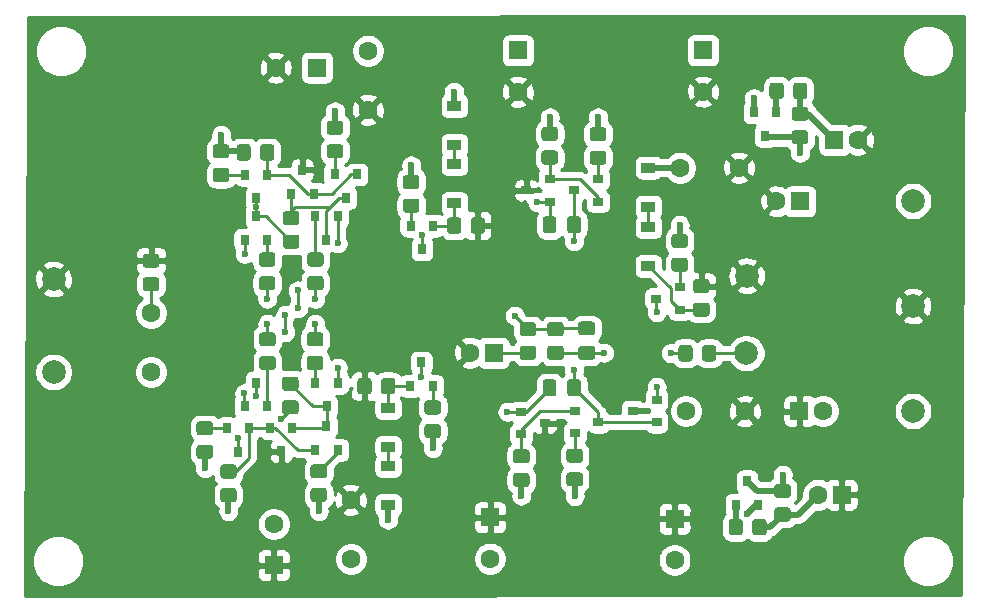
<source format=gbr>
G04 #@! TF.GenerationSoftware,KiCad,Pcbnew,(5.1.8-0-10_14)*
G04 #@! TF.CreationDate,2020-12-23T19:49:06+01:00*
G04 #@! TF.ProjectId,pre-amp-discret,7072652d-616d-4702-9d64-697363726574,rev?*
G04 #@! TF.SameCoordinates,Original*
G04 #@! TF.FileFunction,Copper,L1,Top*
G04 #@! TF.FilePolarity,Positive*
%FSLAX46Y46*%
G04 Gerber Fmt 4.6, Leading zero omitted, Abs format (unit mm)*
G04 Created by KiCad (PCBNEW (5.1.8-0-10_14)) date 2020-12-23 19:49:06*
%MOMM*%
%LPD*%
G01*
G04 APERTURE LIST*
G04 #@! TA.AperFunction,SMDPad,CuDef*
%ADD10R,0.800000X0.900000*%
G04 #@! TD*
G04 #@! TA.AperFunction,ComponentPad*
%ADD11C,1.600000*%
G04 #@! TD*
G04 #@! TA.AperFunction,ComponentPad*
%ADD12R,1.600000X1.600000*%
G04 #@! TD*
G04 #@! TA.AperFunction,SMDPad,CuDef*
%ADD13R,0.900000X0.800000*%
G04 #@! TD*
G04 #@! TA.AperFunction,SMDPad,CuDef*
%ADD14R,1.200000X0.900000*%
G04 #@! TD*
G04 #@! TA.AperFunction,ComponentPad*
%ADD15C,2.000000*%
G04 #@! TD*
G04 #@! TA.AperFunction,ViaPad*
%ADD16C,0.600000*%
G04 #@! TD*
G04 #@! TA.AperFunction,Conductor*
%ADD17C,0.500000*%
G04 #@! TD*
G04 #@! TA.AperFunction,Conductor*
%ADD18C,0.250000*%
G04 #@! TD*
G04 #@! TA.AperFunction,Conductor*
%ADD19C,0.254000*%
G04 #@! TD*
G04 #@! TA.AperFunction,Conductor*
%ADD20C,0.100000*%
G04 #@! TD*
G04 APERTURE END LIST*
G04 #@! TA.AperFunction,SMDPad,CuDef*
G36*
G01*
X139961199Y-137331400D02*
X140861201Y-137331400D01*
G75*
G02*
X141111200Y-137581399I0J-249999D01*
G01*
X141111200Y-138281401D01*
G75*
G02*
X140861201Y-138531400I-249999J0D01*
G01*
X139961199Y-138531400D01*
G75*
G02*
X139711200Y-138281401I0J249999D01*
G01*
X139711200Y-137581399D01*
G75*
G02*
X139961199Y-137331400I249999J0D01*
G01*
G37*
G04 #@! TD.AperFunction*
G04 #@! TA.AperFunction,SMDPad,CuDef*
G36*
G01*
X139961199Y-135331400D02*
X140861201Y-135331400D01*
G75*
G02*
X141111200Y-135581399I0J-249999D01*
G01*
X141111200Y-136281401D01*
G75*
G02*
X140861201Y-136531400I-249999J0D01*
G01*
X139961199Y-136531400D01*
G75*
G02*
X139711200Y-136281401I0J249999D01*
G01*
X139711200Y-135581399D01*
G75*
G02*
X139961199Y-135331400I249999J0D01*
G01*
G37*
G04 #@! TD.AperFunction*
G04 #@! TA.AperFunction,SMDPad,CuDef*
G36*
G01*
X145193599Y-129898600D02*
X146093601Y-129898600D01*
G75*
G02*
X146343600Y-130148599I0J-249999D01*
G01*
X146343600Y-130848601D01*
G75*
G02*
X146093601Y-131098600I-249999J0D01*
G01*
X145193599Y-131098600D01*
G75*
G02*
X144943600Y-130848601I0J249999D01*
G01*
X144943600Y-130148599D01*
G75*
G02*
X145193599Y-129898600I249999J0D01*
G01*
G37*
G04 #@! TD.AperFunction*
G04 #@! TA.AperFunction,SMDPad,CuDef*
G36*
G01*
X145193599Y-127898600D02*
X146093601Y-127898600D01*
G75*
G02*
X146343600Y-128148599I0J-249999D01*
G01*
X146343600Y-128848601D01*
G75*
G02*
X146093601Y-129098600I-249999J0D01*
G01*
X145193599Y-129098600D01*
G75*
G02*
X144943600Y-128848601I0J249999D01*
G01*
X144943600Y-128148599D01*
G75*
G02*
X145193599Y-127898600I249999J0D01*
G01*
G37*
G04 #@! TD.AperFunction*
G04 #@! TA.AperFunction,SMDPad,CuDef*
G36*
G01*
X145269799Y-115868400D02*
X146169801Y-115868400D01*
G75*
G02*
X146419800Y-116118399I0J-249999D01*
G01*
X146419800Y-116818401D01*
G75*
G02*
X146169801Y-117068400I-249999J0D01*
G01*
X145269799Y-117068400D01*
G75*
G02*
X145019800Y-116818401I0J249999D01*
G01*
X145019800Y-116118399D01*
G75*
G02*
X145269799Y-115868400I249999J0D01*
G01*
G37*
G04 #@! TD.AperFunction*
G04 #@! TA.AperFunction,SMDPad,CuDef*
G36*
G01*
X145269799Y-113868400D02*
X146169801Y-113868400D01*
G75*
G02*
X146419800Y-114118399I0J-249999D01*
G01*
X146419800Y-114818401D01*
G75*
G02*
X146169801Y-115068400I-249999J0D01*
G01*
X145269799Y-115068400D01*
G75*
G02*
X145019800Y-114818401I0J249999D01*
G01*
X145019800Y-114118399D01*
G75*
G02*
X145269799Y-113868400I249999J0D01*
G01*
G37*
G04 #@! TD.AperFunction*
G04 #@! TA.AperFunction,SMDPad,CuDef*
G36*
G01*
X143097200Y-109365201D02*
X143097200Y-108465199D01*
G75*
G02*
X143347199Y-108215200I249999J0D01*
G01*
X144047201Y-108215200D01*
G75*
G02*
X144297200Y-108465199I0J-249999D01*
G01*
X144297200Y-109365201D01*
G75*
G02*
X144047201Y-109615200I-249999J0D01*
G01*
X143347199Y-109615200D01*
G75*
G02*
X143097200Y-109365201I0J249999D01*
G01*
G37*
G04 #@! TD.AperFunction*
G04 #@! TA.AperFunction,SMDPad,CuDef*
G36*
G01*
X141097200Y-109365201D02*
X141097200Y-108465199D01*
G75*
G02*
X141347199Y-108215200I249999J0D01*
G01*
X142047201Y-108215200D01*
G75*
G02*
X142297200Y-108465199I0J-249999D01*
G01*
X142297200Y-109365201D01*
G75*
G02*
X142047201Y-109615200I-249999J0D01*
G01*
X141347199Y-109615200D01*
G75*
G02*
X141097200Y-109365201I0J249999D01*
G01*
G37*
G04 #@! TD.AperFunction*
D10*
X144871400Y-134232400D03*
X143921400Y-132232400D03*
X145821400Y-132232400D03*
X146669800Y-110395000D03*
X147619800Y-112395000D03*
X145719800Y-112395000D03*
G04 #@! TA.AperFunction,SMDPad,CuDef*
G36*
G01*
X187775001Y-138173000D02*
X186874999Y-138173000D01*
G75*
G02*
X186625000Y-137923001I0J249999D01*
G01*
X186625000Y-137222999D01*
G75*
G02*
X186874999Y-136973000I249999J0D01*
G01*
X187775001Y-136973000D01*
G75*
G02*
X188025000Y-137222999I0J-249999D01*
G01*
X188025000Y-137923001D01*
G75*
G02*
X187775001Y-138173000I-249999J0D01*
G01*
G37*
G04 #@! TD.AperFunction*
G04 #@! TA.AperFunction,SMDPad,CuDef*
G36*
G01*
X187775001Y-140173000D02*
X186874999Y-140173000D01*
G75*
G02*
X186625000Y-139923001I0J249999D01*
G01*
X186625000Y-139222999D01*
G75*
G02*
X186874999Y-138973000I249999J0D01*
G01*
X187775001Y-138973000D01*
G75*
G02*
X188025000Y-139222999I0J-249999D01*
G01*
X188025000Y-139923001D01*
G75*
G02*
X187775001Y-140173000I-249999J0D01*
G01*
G37*
G04 #@! TD.AperFunction*
D11*
X162560000Y-143301600D03*
D12*
X162560000Y-139801600D03*
D11*
X164922200Y-103779200D03*
D12*
X164922200Y-100279200D03*
G04 #@! TA.AperFunction,SMDPad,CuDef*
G36*
G01*
X137954599Y-133664400D02*
X138854601Y-133664400D01*
G75*
G02*
X139104600Y-133914399I0J-249999D01*
G01*
X139104600Y-134614401D01*
G75*
G02*
X138854601Y-134864400I-249999J0D01*
G01*
X137954599Y-134864400D01*
G75*
G02*
X137704600Y-134614401I0J249999D01*
G01*
X137704600Y-133914399D01*
G75*
G02*
X137954599Y-133664400I249999J0D01*
G01*
G37*
G04 #@! TD.AperFunction*
G04 #@! TA.AperFunction,SMDPad,CuDef*
G36*
G01*
X137954599Y-131664400D02*
X138854601Y-131664400D01*
G75*
G02*
X139104600Y-131914399I0J-249999D01*
G01*
X139104600Y-132614401D01*
G75*
G02*
X138854601Y-132864400I-249999J0D01*
G01*
X137954599Y-132864400D01*
G75*
G02*
X137704600Y-132614401I0J249999D01*
G01*
X137704600Y-131914399D01*
G75*
G02*
X137954599Y-131664400I249999J0D01*
G01*
G37*
G04 #@! TD.AperFunction*
D11*
X160864800Y-125882400D03*
D12*
X162864800Y-125882400D03*
D13*
X165614600Y-112130800D03*
X167614600Y-111180800D03*
X167614600Y-113080800D03*
G04 #@! TA.AperFunction,SMDPad,CuDef*
G36*
G01*
X179702000Y-125470499D02*
X179702000Y-126370501D01*
G75*
G02*
X179452001Y-126620500I-249999J0D01*
G01*
X178751999Y-126620500D01*
G75*
G02*
X178502000Y-126370501I0J249999D01*
G01*
X178502000Y-125470499D01*
G75*
G02*
X178751999Y-125220500I249999J0D01*
G01*
X179452001Y-125220500D01*
G75*
G02*
X179702000Y-125470499I0J-249999D01*
G01*
G37*
G04 #@! TD.AperFunction*
G04 #@! TA.AperFunction,SMDPad,CuDef*
G36*
G01*
X181702000Y-125470499D02*
X181702000Y-126370501D01*
G75*
G02*
X181452001Y-126620500I-249999J0D01*
G01*
X180751999Y-126620500D01*
G75*
G02*
X180502000Y-126370501I0J249999D01*
G01*
X180502000Y-125470499D01*
G75*
G02*
X180751999Y-125220500I249999J0D01*
G01*
X181452001Y-125220500D01*
G75*
G02*
X181702000Y-125470499I0J-249999D01*
G01*
G37*
G04 #@! TD.AperFunction*
G04 #@! TA.AperFunction,SMDPad,CuDef*
G36*
G01*
X180891601Y-120824800D02*
X179991599Y-120824800D01*
G75*
G02*
X179741600Y-120574801I0J249999D01*
G01*
X179741600Y-119874799D01*
G75*
G02*
X179991599Y-119624800I249999J0D01*
G01*
X180891601Y-119624800D01*
G75*
G02*
X181141600Y-119874799I0J-249999D01*
G01*
X181141600Y-120574801D01*
G75*
G02*
X180891601Y-120824800I-249999J0D01*
G01*
G37*
G04 #@! TD.AperFunction*
G04 #@! TA.AperFunction,SMDPad,CuDef*
G36*
G01*
X180891601Y-122824800D02*
X179991599Y-122824800D01*
G75*
G02*
X179741600Y-122574801I0J249999D01*
G01*
X179741600Y-121874799D01*
G75*
G02*
X179991599Y-121624800I249999J0D01*
G01*
X180891601Y-121624800D01*
G75*
G02*
X181141600Y-121874799I0J-249999D01*
G01*
X181141600Y-122574801D01*
G75*
G02*
X180891601Y-122824800I-249999J0D01*
G01*
G37*
G04 #@! TD.AperFunction*
G04 #@! TA.AperFunction,SMDPad,CuDef*
G36*
G01*
X169272799Y-135994600D02*
X170172801Y-135994600D01*
G75*
G02*
X170422800Y-136244599I0J-249999D01*
G01*
X170422800Y-136944601D01*
G75*
G02*
X170172801Y-137194600I-249999J0D01*
G01*
X169272799Y-137194600D01*
G75*
G02*
X169022800Y-136944601I0J249999D01*
G01*
X169022800Y-136244599D01*
G75*
G02*
X169272799Y-135994600I249999J0D01*
G01*
G37*
G04 #@! TD.AperFunction*
G04 #@! TA.AperFunction,SMDPad,CuDef*
G36*
G01*
X169272799Y-133994600D02*
X170172801Y-133994600D01*
G75*
G02*
X170422800Y-134244599I0J-249999D01*
G01*
X170422800Y-134944601D01*
G75*
G02*
X170172801Y-135194600I-249999J0D01*
G01*
X169272799Y-135194600D01*
G75*
G02*
X169022800Y-134944601I0J249999D01*
G01*
X169022800Y-134244599D01*
G75*
G02*
X169272799Y-133994600I249999J0D01*
G01*
G37*
G04 #@! TD.AperFunction*
G04 #@! TA.AperFunction,SMDPad,CuDef*
G36*
G01*
X167164599Y-108747000D02*
X168064601Y-108747000D01*
G75*
G02*
X168314600Y-108996999I0J-249999D01*
G01*
X168314600Y-109697001D01*
G75*
G02*
X168064601Y-109947000I-249999J0D01*
G01*
X167164599Y-109947000D01*
G75*
G02*
X166914600Y-109697001I0J249999D01*
G01*
X166914600Y-108996999D01*
G75*
G02*
X167164599Y-108747000I249999J0D01*
G01*
G37*
G04 #@! TD.AperFunction*
G04 #@! TA.AperFunction,SMDPad,CuDef*
G36*
G01*
X167164599Y-106747000D02*
X168064601Y-106747000D01*
G75*
G02*
X168314600Y-106996999I0J-249999D01*
G01*
X168314600Y-107697001D01*
G75*
G02*
X168064601Y-107947000I-249999J0D01*
G01*
X167164599Y-107947000D01*
G75*
G02*
X166914600Y-107697001I0J249999D01*
G01*
X166914600Y-106996999D01*
G75*
G02*
X167164599Y-106747000I249999J0D01*
G01*
G37*
G04 #@! TD.AperFunction*
G04 #@! TA.AperFunction,SMDPad,CuDef*
G36*
G01*
X153333400Y-129151801D02*
X153333400Y-128251799D01*
G75*
G02*
X153583399Y-128001800I249999J0D01*
G01*
X154283401Y-128001800D01*
G75*
G02*
X154533400Y-128251799I0J-249999D01*
G01*
X154533400Y-129151801D01*
G75*
G02*
X154283401Y-129401800I-249999J0D01*
G01*
X153583399Y-129401800D01*
G75*
G02*
X153333400Y-129151801I0J249999D01*
G01*
G37*
G04 #@! TD.AperFunction*
G04 #@! TA.AperFunction,SMDPad,CuDef*
G36*
G01*
X151333400Y-129151801D02*
X151333400Y-128251799D01*
G75*
G02*
X151583399Y-128001800I249999J0D01*
G01*
X152283401Y-128001800D01*
G75*
G02*
X152533400Y-128251799I0J-249999D01*
G01*
X152533400Y-129151801D01*
G75*
G02*
X152283401Y-129401800I-249999J0D01*
G01*
X151583399Y-129401800D01*
G75*
G02*
X151333400Y-129151801I0J249999D01*
G01*
G37*
G04 #@! TD.AperFunction*
G04 #@! TA.AperFunction,SMDPad,CuDef*
G36*
G01*
X147327199Y-119383000D02*
X148227201Y-119383000D01*
G75*
G02*
X148477200Y-119632999I0J-249999D01*
G01*
X148477200Y-120333001D01*
G75*
G02*
X148227201Y-120583000I-249999J0D01*
G01*
X147327199Y-120583000D01*
G75*
G02*
X147077200Y-120333001I0J249999D01*
G01*
X147077200Y-119632999D01*
G75*
G02*
X147327199Y-119383000I249999J0D01*
G01*
G37*
G04 #@! TD.AperFunction*
G04 #@! TA.AperFunction,SMDPad,CuDef*
G36*
G01*
X147327199Y-117383000D02*
X148227201Y-117383000D01*
G75*
G02*
X148477200Y-117632999I0J-249999D01*
G01*
X148477200Y-118333001D01*
G75*
G02*
X148227201Y-118583000I-249999J0D01*
G01*
X147327199Y-118583000D01*
G75*
G02*
X147077200Y-118333001I0J249999D01*
G01*
X147077200Y-117632999D01*
G75*
G02*
X147327199Y-117383000I249999J0D01*
G01*
G37*
G04 #@! TD.AperFunction*
G04 #@! TA.AperFunction,SMDPad,CuDef*
G36*
G01*
X148978199Y-108213600D02*
X149878201Y-108213600D01*
G75*
G02*
X150128200Y-108463599I0J-249999D01*
G01*
X150128200Y-109163601D01*
G75*
G02*
X149878201Y-109413600I-249999J0D01*
G01*
X148978199Y-109413600D01*
G75*
G02*
X148728200Y-109163601I0J249999D01*
G01*
X148728200Y-108463599D01*
G75*
G02*
X148978199Y-108213600I249999J0D01*
G01*
G37*
G04 #@! TD.AperFunction*
G04 #@! TA.AperFunction,SMDPad,CuDef*
G36*
G01*
X148978199Y-106213600D02*
X149878201Y-106213600D01*
G75*
G02*
X150128200Y-106463599I0J-249999D01*
G01*
X150128200Y-107163601D01*
G75*
G02*
X149878201Y-107413600I-249999J0D01*
G01*
X148978199Y-107413600D01*
G75*
G02*
X148728200Y-107163601I0J249999D01*
G01*
X148728200Y-106463599D01*
G75*
G02*
X148978199Y-106213600I249999J0D01*
G01*
G37*
G04 #@! TD.AperFunction*
G04 #@! TA.AperFunction,SMDPad,CuDef*
G36*
G01*
X157258599Y-131905200D02*
X158158601Y-131905200D01*
G75*
G02*
X158408600Y-132155199I0J-249999D01*
G01*
X158408600Y-132855201D01*
G75*
G02*
X158158601Y-133105200I-249999J0D01*
G01*
X157258599Y-133105200D01*
G75*
G02*
X157008600Y-132855201I0J249999D01*
G01*
X157008600Y-132155199D01*
G75*
G02*
X157258599Y-131905200I249999J0D01*
G01*
G37*
G04 #@! TD.AperFunction*
G04 #@! TA.AperFunction,SMDPad,CuDef*
G36*
G01*
X157258599Y-129905200D02*
X158158601Y-129905200D01*
G75*
G02*
X158408600Y-130155199I0J-249999D01*
G01*
X158408600Y-130855201D01*
G75*
G02*
X158158601Y-131105200I-249999J0D01*
G01*
X157258599Y-131105200D01*
G75*
G02*
X157008600Y-130855201I0J249999D01*
G01*
X157008600Y-130155199D01*
G75*
G02*
X157258599Y-129905200I249999J0D01*
G01*
G37*
G04 #@! TD.AperFunction*
G04 #@! TA.AperFunction,SMDPad,CuDef*
G36*
G01*
X143237799Y-119383000D02*
X144137801Y-119383000D01*
G75*
G02*
X144387800Y-119632999I0J-249999D01*
G01*
X144387800Y-120333001D01*
G75*
G02*
X144137801Y-120583000I-249999J0D01*
G01*
X143237799Y-120583000D01*
G75*
G02*
X142987800Y-120333001I0J249999D01*
G01*
X142987800Y-119632999D01*
G75*
G02*
X143237799Y-119383000I249999J0D01*
G01*
G37*
G04 #@! TD.AperFunction*
G04 #@! TA.AperFunction,SMDPad,CuDef*
G36*
G01*
X143237799Y-117383000D02*
X144137801Y-117383000D01*
G75*
G02*
X144387800Y-117632999I0J-249999D01*
G01*
X144387800Y-118333001D01*
G75*
G02*
X144137801Y-118583000I-249999J0D01*
G01*
X143237799Y-118583000D01*
G75*
G02*
X142987800Y-118333001I0J249999D01*
G01*
X142987800Y-117632999D01*
G75*
G02*
X143237799Y-117383000I249999J0D01*
G01*
G37*
G04 #@! TD.AperFunction*
G04 #@! TA.AperFunction,SMDPad,CuDef*
G36*
G01*
X139326199Y-110220200D02*
X140226201Y-110220200D01*
G75*
G02*
X140476200Y-110470199I0J-249999D01*
G01*
X140476200Y-111170201D01*
G75*
G02*
X140226201Y-111420200I-249999J0D01*
G01*
X139326199Y-111420200D01*
G75*
G02*
X139076200Y-111170201I0J249999D01*
G01*
X139076200Y-110470199D01*
G75*
G02*
X139326199Y-110220200I249999J0D01*
G01*
G37*
G04 #@! TD.AperFunction*
G04 #@! TA.AperFunction,SMDPad,CuDef*
G36*
G01*
X139326199Y-108220200D02*
X140226201Y-108220200D01*
G75*
G02*
X140476200Y-108470199I0J-249999D01*
G01*
X140476200Y-109170201D01*
G75*
G02*
X140226201Y-109420200I-249999J0D01*
G01*
X139326199Y-109420200D01*
G75*
G02*
X139076200Y-109170201I0J249999D01*
G01*
X139076200Y-108470199D01*
G75*
G02*
X139326199Y-108220200I249999J0D01*
G01*
G37*
G04 #@! TD.AperFunction*
D10*
X148701800Y-116325400D03*
X147751800Y-114325400D03*
X149651800Y-114325400D03*
X150342600Y-112776000D03*
X149392600Y-110776000D03*
X151292600Y-110776000D03*
X156743400Y-126695200D03*
X157693400Y-128695200D03*
X155793400Y-128695200D03*
X142748000Y-112794800D03*
X141798000Y-110794800D03*
X143698000Y-110794800D03*
X142737800Y-114300000D03*
X143687800Y-116300000D03*
X141787800Y-116300000D03*
D14*
X175971200Y-115240800D03*
X175971200Y-118540800D03*
X175971200Y-110212600D03*
X175971200Y-113512600D03*
X153924000Y-135458200D03*
X153924000Y-138758200D03*
X153924000Y-130557000D03*
X153924000Y-133857000D03*
G04 #@! TA.AperFunction,SMDPad,CuDef*
G36*
G01*
X168184500Y-114561600D02*
X168184500Y-115511600D01*
G75*
G02*
X167934500Y-115761600I-250000J0D01*
G01*
X167259500Y-115761600D01*
G75*
G02*
X167009500Y-115511600I0J250000D01*
G01*
X167009500Y-114561600D01*
G75*
G02*
X167259500Y-114311600I250000J0D01*
G01*
X167934500Y-114311600D01*
G75*
G02*
X168184500Y-114561600I0J-250000D01*
G01*
G37*
G04 #@! TD.AperFunction*
G04 #@! TA.AperFunction,SMDPad,CuDef*
G36*
G01*
X170259500Y-114561600D02*
X170259500Y-115511600D01*
G75*
G02*
X170009500Y-115761600I-250000J0D01*
G01*
X169334500Y-115761600D01*
G75*
G02*
X169084500Y-115511600I0J250000D01*
G01*
X169084500Y-114561600D01*
G75*
G02*
X169334500Y-114311600I250000J0D01*
G01*
X170009500Y-114311600D01*
G75*
G02*
X170259500Y-114561600I0J-250000D01*
G01*
G37*
G04 #@! TD.AperFunction*
D11*
X144246600Y-140365600D03*
D12*
X144246600Y-143865600D03*
D11*
X144404200Y-101727000D03*
D12*
X147904200Y-101727000D03*
D11*
X178181000Y-143433800D03*
D12*
X178181000Y-139933800D03*
D11*
X180594000Y-103766500D03*
D12*
X180594000Y-100266500D03*
D11*
X190322200Y-137896600D03*
D12*
X192322200Y-137896600D03*
D11*
X190754000Y-130810000D03*
D12*
X188754000Y-130810000D03*
D11*
X193719200Y-107848400D03*
D12*
X191719200Y-107848400D03*
D11*
X186798200Y-113055400D03*
D12*
X188798200Y-113055400D03*
G04 #@! TA.AperFunction,SMDPad,CuDef*
G36*
G01*
X183969200Y-140189799D02*
X183969200Y-141089801D01*
G75*
G02*
X183719201Y-141339800I-249999J0D01*
G01*
X183019199Y-141339800D01*
G75*
G02*
X182769200Y-141089801I0J249999D01*
G01*
X182769200Y-140189799D01*
G75*
G02*
X183019199Y-139939800I249999J0D01*
G01*
X183719201Y-139939800D01*
G75*
G02*
X183969200Y-140189799I0J-249999D01*
G01*
G37*
G04 #@! TD.AperFunction*
G04 #@! TA.AperFunction,SMDPad,CuDef*
G36*
G01*
X185969200Y-140189799D02*
X185969200Y-141089801D01*
G75*
G02*
X185719201Y-141339800I-249999J0D01*
G01*
X185019199Y-141339800D01*
G75*
G02*
X184769200Y-141089801I0J249999D01*
G01*
X184769200Y-140189799D01*
G75*
G02*
X185019199Y-139939800I249999J0D01*
G01*
X185719201Y-139939800D01*
G75*
G02*
X185969200Y-140189799I0J-249999D01*
G01*
G37*
G04 #@! TD.AperFunction*
G04 #@! TA.AperFunction,SMDPad,CuDef*
G36*
G01*
X187417000Y-103258199D02*
X187417000Y-104158201D01*
G75*
G02*
X187167001Y-104408200I-249999J0D01*
G01*
X186466999Y-104408200D01*
G75*
G02*
X186217000Y-104158201I0J249999D01*
G01*
X186217000Y-103258199D01*
G75*
G02*
X186466999Y-103008200I249999J0D01*
G01*
X187167001Y-103008200D01*
G75*
G02*
X187417000Y-103258199I0J-249999D01*
G01*
G37*
G04 #@! TD.AperFunction*
G04 #@! TA.AperFunction,SMDPad,CuDef*
G36*
G01*
X189417000Y-103258199D02*
X189417000Y-104158201D01*
G75*
G02*
X189167001Y-104408200I-249999J0D01*
G01*
X188466999Y-104408200D01*
G75*
G02*
X188217000Y-104158201I0J249999D01*
G01*
X188217000Y-103258199D01*
G75*
G02*
X188466999Y-103008200I249999J0D01*
G01*
X189167001Y-103008200D01*
G75*
G02*
X189417000Y-103258199I0J-249999D01*
G01*
G37*
G04 #@! TD.AperFunction*
G04 #@! TA.AperFunction,SMDPad,CuDef*
G36*
G01*
X188348199Y-107038600D02*
X189248201Y-107038600D01*
G75*
G02*
X189498200Y-107288599I0J-249999D01*
G01*
X189498200Y-107988601D01*
G75*
G02*
X189248201Y-108238600I-249999J0D01*
G01*
X188348199Y-108238600D01*
G75*
G02*
X188098200Y-107988601I0J249999D01*
G01*
X188098200Y-107288599D01*
G75*
G02*
X188348199Y-107038600I249999J0D01*
G01*
G37*
G04 #@! TD.AperFunction*
G04 #@! TA.AperFunction,SMDPad,CuDef*
G36*
G01*
X188348199Y-105038600D02*
X189248201Y-105038600D01*
G75*
G02*
X189498200Y-105288599I0J-249999D01*
G01*
X189498200Y-105988601D01*
G75*
G02*
X189248201Y-106238600I-249999J0D01*
G01*
X188348199Y-106238600D01*
G75*
G02*
X188098200Y-105988601I0J249999D01*
G01*
X188098200Y-105288599D01*
G75*
G02*
X188348199Y-105038600I249999J0D01*
G01*
G37*
G04 #@! TD.AperFunction*
D11*
X150774400Y-138328400D03*
X150774400Y-143328400D03*
X152222200Y-100304600D03*
X152222200Y-105304600D03*
X184133500Y-130810000D03*
X179133500Y-130810000D03*
X178642000Y-110210600D03*
X183642000Y-110210600D03*
D15*
X184302400Y-119354600D03*
X184251600Y-125907800D03*
X198374000Y-121920000D03*
X125603000Y-127508000D03*
X198374000Y-130810000D03*
X125603000Y-119634000D03*
X198374000Y-113030000D03*
D10*
X148706800Y-132112000D03*
X149656800Y-134112000D03*
X147756800Y-134112000D03*
D13*
X174657000Y-130807500D03*
X176657000Y-129857500D03*
X176657000Y-131757500D03*
G04 #@! TA.AperFunction,SMDPad,CuDef*
G36*
G01*
X155429799Y-112820400D02*
X156329801Y-112820400D01*
G75*
G02*
X156579800Y-113070399I0J-249999D01*
G01*
X156579800Y-113770401D01*
G75*
G02*
X156329801Y-114020400I-249999J0D01*
G01*
X155429799Y-114020400D01*
G75*
G02*
X155179800Y-113770401I0J249999D01*
G01*
X155179800Y-113070399D01*
G75*
G02*
X155429799Y-112820400I249999J0D01*
G01*
G37*
G04 #@! TD.AperFunction*
G04 #@! TA.AperFunction,SMDPad,CuDef*
G36*
G01*
X155429799Y-110820400D02*
X156329801Y-110820400D01*
G75*
G02*
X156579800Y-111070399I0J-249999D01*
G01*
X156579800Y-111770401D01*
G75*
G02*
X156329801Y-112020400I-249999J0D01*
G01*
X155429799Y-112020400D01*
G75*
G02*
X155179800Y-111770401I0J249999D01*
G01*
X155179800Y-111070399D01*
G75*
G02*
X155429799Y-110820400I249999J0D01*
G01*
G37*
G04 #@! TD.AperFunction*
G04 #@! TA.AperFunction,SMDPad,CuDef*
G36*
G01*
X168184500Y-128366500D02*
X168184500Y-129316500D01*
G75*
G02*
X167934500Y-129566500I-250000J0D01*
G01*
X167259500Y-129566500D01*
G75*
G02*
X167009500Y-129316500I0J250000D01*
G01*
X167009500Y-128366500D01*
G75*
G02*
X167259500Y-128116500I250000J0D01*
G01*
X167934500Y-128116500D01*
G75*
G02*
X168184500Y-128366500I0J-250000D01*
G01*
G37*
G04 #@! TD.AperFunction*
G04 #@! TA.AperFunction,SMDPad,CuDef*
G36*
G01*
X170259500Y-128366500D02*
X170259500Y-129316500D01*
G75*
G02*
X170009500Y-129566500I-250000J0D01*
G01*
X169334500Y-129566500D01*
G75*
G02*
X169084500Y-129316500I0J250000D01*
G01*
X169084500Y-128366500D01*
G75*
G02*
X169334500Y-128116500I250000J0D01*
G01*
X170009500Y-128116500D01*
G75*
G02*
X170259500Y-128366500I0J-250000D01*
G01*
G37*
G04 #@! TD.AperFunction*
G04 #@! TA.AperFunction,SMDPad,CuDef*
G36*
G01*
X171213800Y-124394900D02*
X170263800Y-124394900D01*
G75*
G02*
X170013800Y-124144900I0J250000D01*
G01*
X170013800Y-123469900D01*
G75*
G02*
X170263800Y-123219900I250000J0D01*
G01*
X171213800Y-123219900D01*
G75*
G02*
X171463800Y-123469900I0J-250000D01*
G01*
X171463800Y-124144900D01*
G75*
G02*
X171213800Y-124394900I-250000J0D01*
G01*
G37*
G04 #@! TD.AperFunction*
G04 #@! TA.AperFunction,SMDPad,CuDef*
G36*
G01*
X171213800Y-126469900D02*
X170263800Y-126469900D01*
G75*
G02*
X170013800Y-126219900I0J250000D01*
G01*
X170013800Y-125544900D01*
G75*
G02*
X170263800Y-125294900I250000J0D01*
G01*
X171213800Y-125294900D01*
G75*
G02*
X171463800Y-125544900I0J-250000D01*
G01*
X171463800Y-126219900D01*
G75*
G02*
X171213800Y-126469900I-250000J0D01*
G01*
G37*
G04 #@! TD.AperFunction*
X178625500Y-122232500D03*
X178625500Y-120332500D03*
X176625500Y-121282500D03*
G04 #@! TA.AperFunction,SMDPad,CuDef*
G36*
G01*
X134308001Y-118675200D02*
X133407999Y-118675200D01*
G75*
G02*
X133158000Y-118425201I0J249999D01*
G01*
X133158000Y-117725199D01*
G75*
G02*
X133407999Y-117475200I249999J0D01*
G01*
X134308001Y-117475200D01*
G75*
G02*
X134558000Y-117725199I0J-249999D01*
G01*
X134558000Y-118425201D01*
G75*
G02*
X134308001Y-118675200I-249999J0D01*
G01*
G37*
G04 #@! TD.AperFunction*
G04 #@! TA.AperFunction,SMDPad,CuDef*
G36*
G01*
X134308001Y-120675200D02*
X133407999Y-120675200D01*
G75*
G02*
X133158000Y-120425201I0J249999D01*
G01*
X133158000Y-119725199D01*
G75*
G02*
X133407999Y-119475200I249999J0D01*
G01*
X134308001Y-119475200D01*
G75*
G02*
X134558000Y-119725199I0J-249999D01*
G01*
X134558000Y-120425201D01*
G75*
G02*
X134308001Y-120675200I-249999J0D01*
G01*
G37*
G04 #@! TD.AperFunction*
G04 #@! TA.AperFunction,SMDPad,CuDef*
G36*
G01*
X178162799Y-117814800D02*
X179062801Y-117814800D01*
G75*
G02*
X179312800Y-118064799I0J-249999D01*
G01*
X179312800Y-118764801D01*
G75*
G02*
X179062801Y-119014800I-249999J0D01*
G01*
X178162799Y-119014800D01*
G75*
G02*
X177912800Y-118764801I0J249999D01*
G01*
X177912800Y-118064799D01*
G75*
G02*
X178162799Y-117814800I249999J0D01*
G01*
G37*
G04 #@! TD.AperFunction*
G04 #@! TA.AperFunction,SMDPad,CuDef*
G36*
G01*
X178162799Y-115814800D02*
X179062801Y-115814800D01*
G75*
G02*
X179312800Y-116064799I0J-249999D01*
G01*
X179312800Y-116764801D01*
G75*
G02*
X179062801Y-117014800I-249999J0D01*
G01*
X178162799Y-117014800D01*
G75*
G02*
X177912800Y-116764801I0J249999D01*
G01*
X177912800Y-116064799D01*
G75*
G02*
X178162799Y-115814800I249999J0D01*
G01*
G37*
G04 #@! TD.AperFunction*
G04 #@! TA.AperFunction,SMDPad,CuDef*
G36*
G01*
X171253999Y-108772400D02*
X172154001Y-108772400D01*
G75*
G02*
X172404000Y-109022399I0J-249999D01*
G01*
X172404000Y-109722401D01*
G75*
G02*
X172154001Y-109972400I-249999J0D01*
G01*
X171253999Y-109972400D01*
G75*
G02*
X171004000Y-109722401I0J249999D01*
G01*
X171004000Y-109022399D01*
G75*
G02*
X171253999Y-108772400I249999J0D01*
G01*
G37*
G04 #@! TD.AperFunction*
G04 #@! TA.AperFunction,SMDPad,CuDef*
G36*
G01*
X171253999Y-106772400D02*
X172154001Y-106772400D01*
G75*
G02*
X172404000Y-107022399I0J-249999D01*
G01*
X172404000Y-107722401D01*
G75*
G02*
X172154001Y-107972400I-249999J0D01*
G01*
X171253999Y-107972400D01*
G75*
G02*
X171004000Y-107722401I0J249999D01*
G01*
X171004000Y-107022399D01*
G75*
G02*
X171253999Y-106772400I249999J0D01*
G01*
G37*
G04 #@! TD.AperFunction*
G04 #@! TA.AperFunction,SMDPad,CuDef*
G36*
G01*
X164751599Y-136045400D02*
X165651601Y-136045400D01*
G75*
G02*
X165901600Y-136295399I0J-249999D01*
G01*
X165901600Y-136995401D01*
G75*
G02*
X165651601Y-137245400I-249999J0D01*
G01*
X164751599Y-137245400D01*
G75*
G02*
X164501600Y-136995401I0J249999D01*
G01*
X164501600Y-136295399D01*
G75*
G02*
X164751599Y-136045400I249999J0D01*
G01*
G37*
G04 #@! TD.AperFunction*
G04 #@! TA.AperFunction,SMDPad,CuDef*
G36*
G01*
X164751599Y-134045400D02*
X165651601Y-134045400D01*
G75*
G02*
X165901600Y-134295399I0J-249999D01*
G01*
X165901600Y-134995401D01*
G75*
G02*
X165651601Y-135245400I-249999J0D01*
G01*
X164751599Y-135245400D01*
G75*
G02*
X164501600Y-134995401I0J249999D01*
G01*
X164501600Y-134295399D01*
G75*
G02*
X164751599Y-134045400I249999J0D01*
G01*
G37*
G04 #@! TD.AperFunction*
G04 #@! TA.AperFunction,SMDPad,CuDef*
G36*
G01*
X168547201Y-124482400D02*
X167647199Y-124482400D01*
G75*
G02*
X167397200Y-124232401I0J249999D01*
G01*
X167397200Y-123532399D01*
G75*
G02*
X167647199Y-123282400I249999J0D01*
G01*
X168547201Y-123282400D01*
G75*
G02*
X168797200Y-123532399I0J-249999D01*
G01*
X168797200Y-124232401D01*
G75*
G02*
X168547201Y-124482400I-249999J0D01*
G01*
G37*
G04 #@! TD.AperFunction*
G04 #@! TA.AperFunction,SMDPad,CuDef*
G36*
G01*
X168547201Y-126482400D02*
X167647199Y-126482400D01*
G75*
G02*
X167397200Y-126232401I0J249999D01*
G01*
X167397200Y-125532399D01*
G75*
G02*
X167647199Y-125282400I249999J0D01*
G01*
X168547201Y-125282400D01*
G75*
G02*
X168797200Y-125532399I0J-249999D01*
G01*
X168797200Y-126232401D01*
G75*
G02*
X168547201Y-126482400I-249999J0D01*
G01*
G37*
G04 #@! TD.AperFunction*
G04 #@! TA.AperFunction,SMDPad,CuDef*
G36*
G01*
X165310399Y-125282400D02*
X166210401Y-125282400D01*
G75*
G02*
X166460400Y-125532399I0J-249999D01*
G01*
X166460400Y-126232401D01*
G75*
G02*
X166210401Y-126482400I-249999J0D01*
G01*
X165310399Y-126482400D01*
G75*
G02*
X165060400Y-126232401I0J249999D01*
G01*
X165060400Y-125532399D01*
G75*
G02*
X165310399Y-125282400I249999J0D01*
G01*
G37*
G04 #@! TD.AperFunction*
G04 #@! TA.AperFunction,SMDPad,CuDef*
G36*
G01*
X165310399Y-123282400D02*
X166210401Y-123282400D01*
G75*
G02*
X166460400Y-123532399I0J-249999D01*
G01*
X166460400Y-124232401D01*
G75*
G02*
X166210401Y-124482400I-249999J0D01*
G01*
X165310399Y-124482400D01*
G75*
G02*
X165060400Y-124232401I0J249999D01*
G01*
X165060400Y-123532399D01*
G75*
G02*
X165310399Y-123282400I249999J0D01*
G01*
G37*
G04 #@! TD.AperFunction*
G04 #@! TA.AperFunction,SMDPad,CuDef*
G36*
G01*
X160928000Y-115562801D02*
X160928000Y-114662799D01*
G75*
G02*
X161177999Y-114412800I249999J0D01*
G01*
X161878001Y-114412800D01*
G75*
G02*
X162128000Y-114662799I0J-249999D01*
G01*
X162128000Y-115562801D01*
G75*
G02*
X161878001Y-115812800I-249999J0D01*
G01*
X161177999Y-115812800D01*
G75*
G02*
X160928000Y-115562801I0J249999D01*
G01*
G37*
G04 #@! TD.AperFunction*
G04 #@! TA.AperFunction,SMDPad,CuDef*
G36*
G01*
X158928000Y-115562801D02*
X158928000Y-114662799D01*
G75*
G02*
X159177999Y-114412800I249999J0D01*
G01*
X159878001Y-114412800D01*
G75*
G02*
X160128000Y-114662799I0J-249999D01*
G01*
X160128000Y-115562801D01*
G75*
G02*
X159878001Y-115812800I-249999J0D01*
G01*
X159177999Y-115812800D01*
G75*
G02*
X158928000Y-115562801I0J249999D01*
G01*
G37*
G04 #@! TD.AperFunction*
G04 #@! TA.AperFunction,SMDPad,CuDef*
G36*
G01*
X147606599Y-137315400D02*
X148506601Y-137315400D01*
G75*
G02*
X148756600Y-137565399I0J-249999D01*
G01*
X148756600Y-138265401D01*
G75*
G02*
X148506601Y-138515400I-249999J0D01*
G01*
X147606599Y-138515400D01*
G75*
G02*
X147356600Y-138265401I0J249999D01*
G01*
X147356600Y-137565399D01*
G75*
G02*
X147606599Y-137315400I249999J0D01*
G01*
G37*
G04 #@! TD.AperFunction*
G04 #@! TA.AperFunction,SMDPad,CuDef*
G36*
G01*
X147606599Y-135315400D02*
X148506601Y-135315400D01*
G75*
G02*
X148756600Y-135565399I0J-249999D01*
G01*
X148756600Y-136265401D01*
G75*
G02*
X148506601Y-136515400I-249999J0D01*
G01*
X147606599Y-136515400D01*
G75*
G02*
X147356600Y-136265401I0J249999D01*
G01*
X147356600Y-135565399D01*
G75*
G02*
X147606599Y-135315400I249999J0D01*
G01*
G37*
G04 #@! TD.AperFunction*
G04 #@! TA.AperFunction,SMDPad,CuDef*
G36*
G01*
X147301799Y-126139400D02*
X148201801Y-126139400D01*
G75*
G02*
X148451800Y-126389399I0J-249999D01*
G01*
X148451800Y-127089401D01*
G75*
G02*
X148201801Y-127339400I-249999J0D01*
G01*
X147301799Y-127339400D01*
G75*
G02*
X147051800Y-127089401I0J249999D01*
G01*
X147051800Y-126389399D01*
G75*
G02*
X147301799Y-126139400I249999J0D01*
G01*
G37*
G04 #@! TD.AperFunction*
G04 #@! TA.AperFunction,SMDPad,CuDef*
G36*
G01*
X147301799Y-124139400D02*
X148201801Y-124139400D01*
G75*
G02*
X148451800Y-124389399I0J-249999D01*
G01*
X148451800Y-125089401D01*
G75*
G02*
X148201801Y-125339400I-249999J0D01*
G01*
X147301799Y-125339400D01*
G75*
G02*
X147051800Y-125089401I0J249999D01*
G01*
X147051800Y-124389399D01*
G75*
G02*
X147301799Y-124139400I249999J0D01*
G01*
G37*
G04 #@! TD.AperFunction*
G04 #@! TA.AperFunction,SMDPad,CuDef*
G36*
G01*
X143263199Y-126139400D02*
X144163201Y-126139400D01*
G75*
G02*
X144413200Y-126389399I0J-249999D01*
G01*
X144413200Y-127089401D01*
G75*
G02*
X144163201Y-127339400I-249999J0D01*
G01*
X143263199Y-127339400D01*
G75*
G02*
X143013200Y-127089401I0J249999D01*
G01*
X143013200Y-126389399D01*
G75*
G02*
X143263199Y-126139400I249999J0D01*
G01*
G37*
G04 #@! TD.AperFunction*
G04 #@! TA.AperFunction,SMDPad,CuDef*
G36*
G01*
X143263199Y-124139400D02*
X144163201Y-124139400D01*
G75*
G02*
X144413200Y-124389399I0J-249999D01*
G01*
X144413200Y-125089401D01*
G75*
G02*
X144163201Y-125339400I-249999J0D01*
G01*
X143263199Y-125339400D01*
G75*
G02*
X143013200Y-125089401I0J249999D01*
G01*
X143013200Y-124389399D01*
G75*
G02*
X143263199Y-124139400I249999J0D01*
G01*
G37*
G04 #@! TD.AperFunction*
D10*
X184327800Y-136753600D03*
X185277800Y-138753600D03*
X183377800Y-138753600D03*
X185862000Y-107511600D03*
X184912000Y-105511600D03*
X186812000Y-105511600D03*
D13*
X171735500Y-131760000D03*
X169735500Y-132710000D03*
X169735500Y-130810000D03*
X169704000Y-112130800D03*
X171704000Y-111180800D03*
X171704000Y-113080800D03*
X167195500Y-131826000D03*
X165195500Y-132776000D03*
X165195500Y-130876000D03*
D10*
X148717000Y-130422400D03*
X147767000Y-128422400D03*
X149667000Y-128422400D03*
X156794200Y-117119400D03*
X155844200Y-115119400D03*
X157744200Y-115119400D03*
X141198600Y-134264400D03*
X140248600Y-132264400D03*
X142148600Y-132264400D03*
X142763200Y-128403600D03*
X143713200Y-130403600D03*
X141813200Y-130403600D03*
D14*
X159537400Y-109906800D03*
X159537400Y-113206800D03*
X159537400Y-104980200D03*
X159537400Y-108280200D03*
D11*
X133858000Y-127491500D03*
X133858000Y-122491500D03*
D16*
X178612800Y-115062000D03*
X167614600Y-105943400D03*
X171704000Y-105943400D03*
X159512000Y-103759000D03*
X155879800Y-110007400D03*
X184912000Y-104317800D03*
X149428200Y-105435400D03*
X139801600Y-107442000D03*
X141757400Y-129311400D03*
X141782800Y-117500400D03*
X175895000Y-130810000D03*
X165201600Y-137972800D03*
X169722800Y-137998200D03*
X153924000Y-140004800D03*
X157708600Y-133959600D03*
X148056600Y-139293600D03*
X184277000Y-139522200D03*
X138404600Y-135636000D03*
X140411200Y-139293600D03*
X164020500Y-130873500D03*
X142773400Y-129565400D03*
X141198600Y-133096000D03*
X144881600Y-131470400D03*
X188798200Y-108940600D03*
X187325000Y-136194800D03*
X143713200Y-123418600D03*
X147751800Y-123418600D03*
X146304000Y-120599200D03*
X146304000Y-122123200D03*
X156819600Y-115925600D03*
X164642800Y-122732800D03*
X149656800Y-127127000D03*
X149656800Y-116611400D03*
X176657000Y-122428000D03*
X176657000Y-128778000D03*
X172212000Y-125882400D03*
X177850800Y-125907800D03*
X169672000Y-127304800D03*
X169672000Y-116433600D03*
X166547800Y-113106200D03*
X142737800Y-113548200D03*
X143687800Y-121310400D03*
X147777200Y-121310400D03*
X156743400Y-127889000D03*
X145237200Y-124129800D03*
X145237200Y-122656600D03*
D17*
X175973200Y-110210600D02*
X175971200Y-110212600D01*
X178642000Y-110210600D02*
X175973200Y-110210600D01*
X178612800Y-115062000D02*
X178612800Y-116414800D01*
D18*
X167640000Y-107372400D02*
X167614600Y-107347000D01*
D17*
X167614600Y-107347000D02*
X167614600Y-105943400D01*
X171704000Y-105943400D02*
X171704000Y-107372400D01*
X159537400Y-103784400D02*
X159512000Y-103759000D01*
X159537400Y-104980200D02*
X159537400Y-103784400D01*
X155879800Y-110007400D02*
X155879800Y-111420400D01*
X184912000Y-105511600D02*
X184912000Y-104317800D01*
X149428200Y-106813600D02*
X149428200Y-105435400D01*
X141602200Y-108820200D02*
X141697200Y-108915200D01*
X139776200Y-108820200D02*
X141602200Y-108820200D01*
X139776200Y-107467400D02*
X139801600Y-107442000D01*
X139776200Y-108820200D02*
X139776200Y-107467400D01*
D18*
X125619500Y-127491500D02*
X125603000Y-127508000D01*
X133858000Y-122491500D02*
X133858000Y-120075200D01*
X141757400Y-130347800D02*
X141813200Y-130403600D01*
X141757400Y-129311400D02*
X141757400Y-130347800D01*
X141787800Y-117495400D02*
X141782800Y-117500400D01*
X141787800Y-116300000D02*
X141787800Y-117495400D01*
D17*
X175892500Y-130807500D02*
X175895000Y-130810000D01*
X174657000Y-130807500D02*
X175892500Y-130807500D01*
D18*
X165252400Y-136594600D02*
X165201600Y-136645400D01*
D17*
X165201600Y-136645400D02*
X165201600Y-137972800D01*
X169722800Y-137998200D02*
X169722800Y-136594600D01*
X153924000Y-138758200D02*
X153924000Y-140004800D01*
X157708600Y-133959600D02*
X157708600Y-132505200D01*
X148056600Y-137915400D02*
X148056600Y-139293600D01*
X185045600Y-138753600D02*
X184277000Y-139522200D01*
X185277800Y-138753600D02*
X185045600Y-138753600D01*
X138404600Y-134264400D02*
X138404600Y-135636000D01*
X140411200Y-139293600D02*
X140411200Y-137931400D01*
D18*
X165760400Y-125882400D02*
X162864800Y-125882400D01*
X164023000Y-130876000D02*
X164020500Y-130873500D01*
X165195500Y-130876000D02*
X164023000Y-130876000D01*
X165562500Y-130876000D02*
X167597000Y-128841500D01*
X165195500Y-130876000D02*
X165562500Y-130876000D01*
X142773400Y-128413800D02*
X142763200Y-128403600D01*
X142763200Y-129555200D02*
X142773400Y-129565400D01*
X142763200Y-128403600D02*
X142763200Y-129555200D01*
X141198600Y-133096000D02*
X141198600Y-134264400D01*
X145643600Y-130708400D02*
X144881600Y-131470400D01*
X145643600Y-130498600D02*
X145643600Y-130708400D01*
D17*
X188798200Y-108940600D02*
X188798200Y-107638600D01*
X185989000Y-107638600D02*
X185862000Y-107511600D01*
X188798200Y-107638600D02*
X185989000Y-107638600D01*
X188798200Y-103727000D02*
X188817000Y-103708200D01*
X188798200Y-105638600D02*
X188798200Y-103727000D01*
X189509400Y-105638600D02*
X191719200Y-107848400D01*
X188798200Y-105638600D02*
X189509400Y-105638600D01*
X185147200Y-137573000D02*
X184327800Y-136753600D01*
X187325000Y-137573000D02*
X185147200Y-137573000D01*
X187325000Y-137573000D02*
X187325000Y-136194800D01*
X186258200Y-140639800D02*
X187325000Y-139573000D01*
X185369200Y-140639800D02*
X186258200Y-140639800D01*
X188645800Y-139573000D02*
X190322200Y-137896600D01*
X187325000Y-139573000D02*
X188645800Y-139573000D01*
D18*
X159537400Y-109906800D02*
X159537400Y-108280200D01*
X159521400Y-115119400D02*
X159528000Y-115112800D01*
X157744200Y-115119400D02*
X159521400Y-115119400D01*
X159528000Y-113216200D02*
X159537400Y-113206800D01*
X159528000Y-115112800D02*
X159528000Y-113216200D01*
D17*
X184238900Y-125920500D02*
X184251600Y-125907800D01*
D18*
X181114700Y-125907800D02*
X181102000Y-125920500D01*
X184251600Y-125907800D02*
X181114700Y-125907800D01*
X143713200Y-130403600D02*
X143713200Y-126739400D01*
X140248600Y-132264400D02*
X138404600Y-132264400D01*
X147751800Y-134107000D02*
X147756800Y-134112000D01*
X144386398Y-132232400D02*
X143921400Y-132232400D01*
X146265998Y-134112000D02*
X144386398Y-132232400D01*
X147756800Y-134112000D02*
X146265998Y-134112000D01*
X142180600Y-132232400D02*
X142148600Y-132264400D01*
X143921400Y-132232400D02*
X142180600Y-132232400D01*
X140966602Y-135931400D02*
X140411200Y-135931400D01*
X142148600Y-134749402D02*
X140966602Y-135931400D01*
X142148600Y-132264400D02*
X142148600Y-134749402D01*
X143713200Y-124739400D02*
X143713200Y-123418600D01*
X147751800Y-123418600D02*
X147751800Y-124739400D01*
X146304000Y-120599200D02*
X146304000Y-122123200D01*
X156794200Y-115951000D02*
X156819600Y-115925600D01*
X156794200Y-117119400D02*
X156794200Y-115951000D01*
X155844200Y-113456000D02*
X155879800Y-113420400D01*
X155844200Y-115119400D02*
X155844200Y-113456000D01*
X149656800Y-134315200D02*
X148056600Y-135915400D01*
X149656800Y-134112000D02*
X149656800Y-134315200D01*
X147767000Y-126754600D02*
X147751800Y-126739400D01*
X147767000Y-128422400D02*
X147767000Y-126754600D01*
X166776498Y-130810000D02*
X169735500Y-130810000D01*
X165195500Y-132390998D02*
X166776498Y-130810000D01*
X165195500Y-132776000D02*
X165195500Y-132390998D01*
X165201600Y-132782100D02*
X165195500Y-132776000D01*
X165201600Y-134645400D02*
X165201600Y-132782100D01*
X171704000Y-111180800D02*
X171704000Y-109372400D01*
X178625500Y-118427500D02*
X178612800Y-118414800D01*
X178625500Y-120332500D02*
X178625500Y-118427500D01*
X168172200Y-123807400D02*
X168097200Y-123882400D01*
X170738800Y-123807400D02*
X168172200Y-123807400D01*
X168097200Y-123882400D02*
X165760400Y-123882400D01*
X164642800Y-122764800D02*
X165760400Y-123882400D01*
X164642800Y-122732800D02*
X164642800Y-122764800D01*
X149667000Y-127137200D02*
X149656800Y-127127000D01*
X149667000Y-128422400D02*
X149667000Y-127137200D01*
X149656800Y-114330400D02*
X149651800Y-114325400D01*
X149656800Y-116611400D02*
X149656800Y-114330400D01*
X176625500Y-122396500D02*
X176657000Y-122428000D01*
X176625500Y-121282500D02*
X176625500Y-122396500D01*
X176657000Y-129857500D02*
X176657000Y-128778000D01*
X170738800Y-125882400D02*
X168097200Y-125882400D01*
X172212000Y-125882400D02*
X170738800Y-125882400D01*
X179089300Y-125907800D02*
X179102000Y-125920500D01*
X177850800Y-125907800D02*
X179089300Y-125907800D01*
D17*
X186812000Y-103713200D02*
X186817000Y-103708200D01*
X186812000Y-105511600D02*
X186812000Y-103713200D01*
X183369200Y-138762200D02*
X183377800Y-138753600D01*
X183369200Y-140639800D02*
X183369200Y-138762200D01*
D18*
X171738000Y-131757500D02*
X171735500Y-131760000D01*
X176657000Y-131757500D02*
X171738000Y-131757500D01*
X171735500Y-130905000D02*
X169672000Y-128841500D01*
X171735500Y-131760000D02*
X171735500Y-130905000D01*
X169672000Y-128841500D02*
X169672000Y-128841500D01*
X169672000Y-128841500D02*
X169672000Y-127304800D01*
X169672000Y-115570000D02*
X169697400Y-115544600D01*
X169672000Y-116433600D02*
X169672000Y-115036600D01*
X169672000Y-112162800D02*
X169704000Y-112130800D01*
X169672000Y-115036600D02*
X169672000Y-112162800D01*
X167597000Y-113098400D02*
X167614600Y-113080800D01*
X167597000Y-115036600D02*
X167597000Y-113098400D01*
X167589200Y-113106200D02*
X167614600Y-113080800D01*
X166547800Y-113106200D02*
X167589200Y-113106200D01*
X142737800Y-112805000D02*
X142748000Y-112794800D01*
X142737800Y-114300000D02*
X142737800Y-113548200D01*
X143551400Y-114300000D02*
X142737800Y-114300000D01*
X145719800Y-116468400D02*
X143551400Y-114300000D01*
X142737800Y-113548200D02*
X142737800Y-112805000D01*
X153924000Y-128711200D02*
X153933400Y-128701800D01*
X153924000Y-130557000D02*
X153924000Y-128711200D01*
X155786800Y-128701800D02*
X155793400Y-128695200D01*
X153933400Y-128701800D02*
X155786800Y-128701800D01*
X153924000Y-135458200D02*
X153924000Y-133857000D01*
X175971200Y-115240800D02*
X175971200Y-113512600D01*
X178625500Y-122232500D02*
X178620500Y-122232500D01*
X178633200Y-122224800D02*
X178625500Y-122232500D01*
X180441600Y-122224800D02*
X178633200Y-122224800D01*
X177850499Y-120420099D02*
X175971200Y-118540800D01*
X177850499Y-121457499D02*
X177850499Y-120420099D01*
X178625500Y-122232500D02*
X177850499Y-121457499D01*
X171704000Y-112695798D02*
X170189002Y-111180800D01*
X170189002Y-111180800D02*
X167614600Y-111180800D01*
X171704000Y-113080800D02*
X171704000Y-112695798D01*
X167614600Y-111180800D02*
X167614600Y-109347000D01*
X169722800Y-132722700D02*
X169735500Y-132710000D01*
X169722800Y-134594600D02*
X169722800Y-132722700D01*
X143687800Y-117983000D02*
X143687800Y-116300000D01*
X139801600Y-110794800D02*
X139776200Y-110820200D01*
X141798000Y-110794800D02*
X139801600Y-110794800D01*
X143698000Y-108916000D02*
X143697200Y-108915200D01*
X143698000Y-110794800D02*
X143698000Y-108916000D01*
X145554602Y-110794800D02*
X143698000Y-110794800D01*
X147154802Y-112395000D02*
X145554602Y-110794800D01*
X147619800Y-112395000D02*
X147154802Y-112395000D01*
X150827602Y-110776000D02*
X151292600Y-110776000D01*
X149208602Y-112395000D02*
X150827602Y-110776000D01*
X147619800Y-112395000D02*
X149208602Y-112395000D01*
X143687800Y-119983000D02*
X143687800Y-121310400D01*
X147777200Y-121310400D02*
X147777200Y-119983000D01*
X156743400Y-126695200D02*
X156743400Y-127889000D01*
X145237200Y-124129800D02*
X145237200Y-122656600D01*
X157708600Y-128710400D02*
X157693400Y-128695200D01*
X157708600Y-130505200D02*
X157708600Y-128710400D01*
X149392600Y-108849200D02*
X149428200Y-108813600D01*
X149392600Y-110776000D02*
X149392600Y-108849200D01*
X147777200Y-114350800D02*
X147751800Y-114325400D01*
X147777200Y-117983000D02*
X147777200Y-114350800D01*
X148717000Y-132101800D02*
X148706800Y-132112000D01*
X148717000Y-130422400D02*
X148717000Y-132101800D01*
X148706800Y-132112000D02*
X148685000Y-132112000D01*
X145821400Y-132232400D02*
X145821400Y-132168400D01*
X148586400Y-132232400D02*
X148706800Y-132112000D01*
X145821400Y-132232400D02*
X148586400Y-132232400D01*
X147567400Y-130422400D02*
X145643600Y-128498600D01*
X148717000Y-130422400D02*
X147567400Y-130422400D01*
X148691600Y-116315200D02*
X148701800Y-116325400D01*
X145719800Y-114468400D02*
X145719800Y-112395000D01*
X149766198Y-112776000D02*
X150342600Y-112776000D01*
X148701800Y-116325400D02*
X148701800Y-113840398D01*
X145719800Y-113868400D02*
X146046301Y-113541899D01*
X146046301Y-113541899D02*
X149000299Y-113541899D01*
X145719800Y-114468400D02*
X145719800Y-113868400D01*
X149000299Y-113541899D02*
X149766198Y-112776000D01*
X148701800Y-113840398D02*
X149000299Y-113541899D01*
D19*
X202438653Y-146399351D02*
X123190657Y-146462648D01*
X123207011Y-143289872D01*
X123749000Y-143289872D01*
X123749000Y-143730128D01*
X123834890Y-144161925D01*
X124003369Y-144568669D01*
X124247962Y-144934729D01*
X124559271Y-145246038D01*
X124925331Y-145490631D01*
X125332075Y-145659110D01*
X125763872Y-145745000D01*
X126204128Y-145745000D01*
X126635925Y-145659110D01*
X127042669Y-145490631D01*
X127408729Y-145246038D01*
X127720038Y-144934729D01*
X127899863Y-144665600D01*
X142808528Y-144665600D01*
X142820788Y-144790082D01*
X142857098Y-144909780D01*
X142916063Y-145020094D01*
X142995415Y-145116785D01*
X143092106Y-145196137D01*
X143202420Y-145255102D01*
X143322118Y-145291412D01*
X143446600Y-145303672D01*
X143960850Y-145300600D01*
X144119600Y-145141850D01*
X144119600Y-143992600D01*
X144373600Y-143992600D01*
X144373600Y-145141850D01*
X144532350Y-145300600D01*
X145046600Y-145303672D01*
X145171082Y-145291412D01*
X145290780Y-145255102D01*
X145401094Y-145196137D01*
X145497785Y-145116785D01*
X145577137Y-145020094D01*
X145636102Y-144909780D01*
X145672412Y-144790082D01*
X145684672Y-144665600D01*
X145681600Y-144151350D01*
X145522850Y-143992600D01*
X144373600Y-143992600D01*
X144119600Y-143992600D01*
X142970350Y-143992600D01*
X142811600Y-144151350D01*
X142808528Y-144665600D01*
X127899863Y-144665600D01*
X127964631Y-144568669D01*
X128133110Y-144161925D01*
X128219000Y-143730128D01*
X128219000Y-143289872D01*
X128174390Y-143065600D01*
X142808528Y-143065600D01*
X142811600Y-143579850D01*
X142970350Y-143738600D01*
X144119600Y-143738600D01*
X144119600Y-142589350D01*
X144373600Y-142589350D01*
X144373600Y-143738600D01*
X145522850Y-143738600D01*
X145681600Y-143579850D01*
X145683946Y-143187065D01*
X149339400Y-143187065D01*
X149339400Y-143469735D01*
X149394547Y-143746974D01*
X149502720Y-144008127D01*
X149659763Y-144243159D01*
X149859641Y-144443037D01*
X150094673Y-144600080D01*
X150355826Y-144708253D01*
X150633065Y-144763400D01*
X150915735Y-144763400D01*
X151192974Y-144708253D01*
X151454127Y-144600080D01*
X151689159Y-144443037D01*
X151889037Y-144243159D01*
X152046080Y-144008127D01*
X152154253Y-143746974D01*
X152209400Y-143469735D01*
X152209400Y-143187065D01*
X152204070Y-143160265D01*
X161125000Y-143160265D01*
X161125000Y-143442935D01*
X161180147Y-143720174D01*
X161288320Y-143981327D01*
X161445363Y-144216359D01*
X161645241Y-144416237D01*
X161880273Y-144573280D01*
X162141426Y-144681453D01*
X162418665Y-144736600D01*
X162701335Y-144736600D01*
X162978574Y-144681453D01*
X163239727Y-144573280D01*
X163474759Y-144416237D01*
X163674637Y-144216359D01*
X163831680Y-143981327D01*
X163939853Y-143720174D01*
X163995000Y-143442935D01*
X163995000Y-143292465D01*
X176746000Y-143292465D01*
X176746000Y-143575135D01*
X176801147Y-143852374D01*
X176909320Y-144113527D01*
X177066363Y-144348559D01*
X177266241Y-144548437D01*
X177501273Y-144705480D01*
X177762426Y-144813653D01*
X178039665Y-144868800D01*
X178322335Y-144868800D01*
X178599574Y-144813653D01*
X178860727Y-144705480D01*
X179095759Y-144548437D01*
X179295637Y-144348559D01*
X179452680Y-144113527D01*
X179560853Y-143852374D01*
X179616000Y-143575135D01*
X179616000Y-143292465D01*
X179615485Y-143289872D01*
X197409000Y-143289872D01*
X197409000Y-143730128D01*
X197494890Y-144161925D01*
X197663369Y-144568669D01*
X197907962Y-144934729D01*
X198219271Y-145246038D01*
X198585331Y-145490631D01*
X198992075Y-145659110D01*
X199423872Y-145745000D01*
X199864128Y-145745000D01*
X200295925Y-145659110D01*
X200702669Y-145490631D01*
X201068729Y-145246038D01*
X201380038Y-144934729D01*
X201624631Y-144568669D01*
X201793110Y-144161925D01*
X201879000Y-143730128D01*
X201879000Y-143289872D01*
X201793110Y-142858075D01*
X201624631Y-142451331D01*
X201380038Y-142085271D01*
X201068729Y-141773962D01*
X200702669Y-141529369D01*
X200295925Y-141360890D01*
X199864128Y-141275000D01*
X199423872Y-141275000D01*
X198992075Y-141360890D01*
X198585331Y-141529369D01*
X198219271Y-141773962D01*
X197907962Y-142085271D01*
X197663369Y-142451331D01*
X197494890Y-142858075D01*
X197409000Y-143289872D01*
X179615485Y-143289872D01*
X179560853Y-143015226D01*
X179452680Y-142754073D01*
X179295637Y-142519041D01*
X179095759Y-142319163D01*
X178860727Y-142162120D01*
X178599574Y-142053947D01*
X178322335Y-141998800D01*
X178039665Y-141998800D01*
X177762426Y-142053947D01*
X177501273Y-142162120D01*
X177266241Y-142319163D01*
X177066363Y-142519041D01*
X176909320Y-142754073D01*
X176801147Y-143015226D01*
X176746000Y-143292465D01*
X163995000Y-143292465D01*
X163995000Y-143160265D01*
X163939853Y-142883026D01*
X163831680Y-142621873D01*
X163674637Y-142386841D01*
X163474759Y-142186963D01*
X163239727Y-142029920D01*
X162978574Y-141921747D01*
X162701335Y-141866600D01*
X162418665Y-141866600D01*
X162141426Y-141921747D01*
X161880273Y-142029920D01*
X161645241Y-142186963D01*
X161445363Y-142386841D01*
X161288320Y-142621873D01*
X161180147Y-142883026D01*
X161125000Y-143160265D01*
X152204070Y-143160265D01*
X152154253Y-142909826D01*
X152046080Y-142648673D01*
X151889037Y-142413641D01*
X151689159Y-142213763D01*
X151454127Y-142056720D01*
X151192974Y-141948547D01*
X150915735Y-141893400D01*
X150633065Y-141893400D01*
X150355826Y-141948547D01*
X150094673Y-142056720D01*
X149859641Y-142213763D01*
X149659763Y-142413641D01*
X149502720Y-142648673D01*
X149394547Y-142909826D01*
X149339400Y-143187065D01*
X145683946Y-143187065D01*
X145684672Y-143065600D01*
X145672412Y-142941118D01*
X145636102Y-142821420D01*
X145577137Y-142711106D01*
X145497785Y-142614415D01*
X145401094Y-142535063D01*
X145290780Y-142476098D01*
X145171082Y-142439788D01*
X145046600Y-142427528D01*
X144532350Y-142430600D01*
X144373600Y-142589350D01*
X144119600Y-142589350D01*
X143960850Y-142430600D01*
X143446600Y-142427528D01*
X143322118Y-142439788D01*
X143202420Y-142476098D01*
X143092106Y-142535063D01*
X142995415Y-142614415D01*
X142916063Y-142711106D01*
X142857098Y-142821420D01*
X142820788Y-142941118D01*
X142808528Y-143065600D01*
X128174390Y-143065600D01*
X128133110Y-142858075D01*
X127964631Y-142451331D01*
X127720038Y-142085271D01*
X127408729Y-141773962D01*
X127042669Y-141529369D01*
X126635925Y-141360890D01*
X126204128Y-141275000D01*
X125763872Y-141275000D01*
X125332075Y-141360890D01*
X124925331Y-141529369D01*
X124559271Y-141773962D01*
X124247962Y-142085271D01*
X124003369Y-142451331D01*
X123834890Y-142858075D01*
X123749000Y-143289872D01*
X123207011Y-143289872D01*
X123265646Y-131914399D01*
X137066528Y-131914399D01*
X137066528Y-132614401D01*
X137083592Y-132787655D01*
X137134128Y-132954251D01*
X137216195Y-133107787D01*
X137326638Y-133242362D01*
X137353491Y-133264400D01*
X137326638Y-133286438D01*
X137216195Y-133421013D01*
X137134128Y-133574549D01*
X137083592Y-133741145D01*
X137066528Y-133914399D01*
X137066528Y-134614401D01*
X137083592Y-134787655D01*
X137134128Y-134954251D01*
X137216195Y-135107787D01*
X137326638Y-135242362D01*
X137461213Y-135352805D01*
X137503155Y-135375223D01*
X137469600Y-135543911D01*
X137469600Y-135728089D01*
X137505532Y-135908729D01*
X137576014Y-136078889D01*
X137678338Y-136232028D01*
X137808572Y-136362262D01*
X137961711Y-136464586D01*
X138131871Y-136535068D01*
X138312511Y-136571000D01*
X138496689Y-136571000D01*
X138677329Y-136535068D01*
X138847489Y-136464586D01*
X139000628Y-136362262D01*
X139073878Y-136289012D01*
X139090192Y-136454655D01*
X139140728Y-136621251D01*
X139222795Y-136774787D01*
X139333238Y-136909362D01*
X139360091Y-136931400D01*
X139333238Y-136953438D01*
X139222795Y-137088013D01*
X139140728Y-137241549D01*
X139090192Y-137408145D01*
X139073128Y-137581399D01*
X139073128Y-138281401D01*
X139090192Y-138454655D01*
X139140728Y-138621251D01*
X139222795Y-138774787D01*
X139333238Y-138909362D01*
X139467813Y-139019805D01*
X139508064Y-139041320D01*
X139476200Y-139201511D01*
X139476200Y-139385689D01*
X139512132Y-139566329D01*
X139582614Y-139736489D01*
X139684938Y-139889628D01*
X139815172Y-140019862D01*
X139968311Y-140122186D01*
X140138471Y-140192668D01*
X140319111Y-140228600D01*
X140503289Y-140228600D01*
X140525082Y-140224265D01*
X142811600Y-140224265D01*
X142811600Y-140506935D01*
X142866747Y-140784174D01*
X142974920Y-141045327D01*
X143131963Y-141280359D01*
X143331841Y-141480237D01*
X143566873Y-141637280D01*
X143828026Y-141745453D01*
X144105265Y-141800600D01*
X144387935Y-141800600D01*
X144665174Y-141745453D01*
X144926327Y-141637280D01*
X145161359Y-141480237D01*
X145361237Y-141280359D01*
X145518280Y-141045327D01*
X145626453Y-140784174D01*
X145681600Y-140506935D01*
X145681600Y-140224265D01*
X145626453Y-139947026D01*
X145518280Y-139685873D01*
X145361237Y-139450841D01*
X145161359Y-139250963D01*
X144926327Y-139093920D01*
X144665174Y-138985747D01*
X144387935Y-138930600D01*
X144105265Y-138930600D01*
X143828026Y-138985747D01*
X143566873Y-139093920D01*
X143331841Y-139250963D01*
X143131963Y-139450841D01*
X142974920Y-139685873D01*
X142866747Y-139947026D01*
X142811600Y-140224265D01*
X140525082Y-140224265D01*
X140683929Y-140192668D01*
X140854089Y-140122186D01*
X141007228Y-140019862D01*
X141137462Y-139889628D01*
X141239786Y-139736489D01*
X141310268Y-139566329D01*
X141346200Y-139385689D01*
X141346200Y-139201511D01*
X141314336Y-139041320D01*
X141354587Y-139019805D01*
X141489162Y-138909362D01*
X141599605Y-138774787D01*
X141681672Y-138621251D01*
X141732208Y-138454655D01*
X141749272Y-138281401D01*
X141749272Y-137581399D01*
X141732208Y-137408145D01*
X141681672Y-137241549D01*
X141599605Y-137088013D01*
X141489162Y-136953438D01*
X141462309Y-136931400D01*
X141489162Y-136909362D01*
X141599605Y-136774787D01*
X141681672Y-136621251D01*
X141732208Y-136454655D01*
X141749272Y-136281401D01*
X141749272Y-136223531D01*
X142659603Y-135313201D01*
X142688601Y-135289403D01*
X142783574Y-135173678D01*
X142854146Y-135041649D01*
X142897603Y-134898388D01*
X142908600Y-134786735D01*
X142912277Y-134749402D01*
X142908600Y-134712069D01*
X142908600Y-134682400D01*
X143833328Y-134682400D01*
X143845588Y-134806882D01*
X143881898Y-134926580D01*
X143940863Y-135036894D01*
X144020215Y-135133585D01*
X144116906Y-135212937D01*
X144227220Y-135271902D01*
X144346918Y-135308212D01*
X144471400Y-135320472D01*
X144585650Y-135317400D01*
X144744400Y-135158650D01*
X144744400Y-134359400D01*
X143995150Y-134359400D01*
X143836400Y-134518150D01*
X143833328Y-134682400D01*
X142908600Y-134682400D01*
X142908600Y-133240418D01*
X142999785Y-133165585D01*
X143048131Y-133106675D01*
X143070215Y-133133585D01*
X143166906Y-133212937D01*
X143277220Y-133271902D01*
X143396918Y-133308212D01*
X143521400Y-133320472D01*
X144033305Y-133320472D01*
X144020215Y-133331215D01*
X143940863Y-133427906D01*
X143881898Y-133538220D01*
X143845588Y-133657918D01*
X143833328Y-133782400D01*
X143836400Y-133946650D01*
X143995150Y-134105400D01*
X144744400Y-134105400D01*
X144744400Y-134085400D01*
X144998400Y-134085400D01*
X144998400Y-134105400D01*
X145018400Y-134105400D01*
X145018400Y-134359400D01*
X144998400Y-134359400D01*
X144998400Y-135158650D01*
X145157150Y-135317400D01*
X145271400Y-135320472D01*
X145395882Y-135308212D01*
X145515580Y-135271902D01*
X145625894Y-135212937D01*
X145722585Y-135133585D01*
X145801937Y-135036894D01*
X145860902Y-134926580D01*
X145897212Y-134806882D01*
X145900042Y-134778147D01*
X145973751Y-134817546D01*
X146117012Y-134861003D01*
X146228665Y-134872000D01*
X146228675Y-134872000D01*
X146265998Y-134875676D01*
X146303321Y-134872000D01*
X146802480Y-134872000D01*
X146826263Y-134916494D01*
X146905615Y-135013185D01*
X146912104Y-135018510D01*
X146868195Y-135072013D01*
X146786128Y-135225549D01*
X146735592Y-135392145D01*
X146718528Y-135565399D01*
X146718528Y-136265401D01*
X146735592Y-136438655D01*
X146786128Y-136605251D01*
X146868195Y-136758787D01*
X146978638Y-136893362D01*
X147005491Y-136915400D01*
X146978638Y-136937438D01*
X146868195Y-137072013D01*
X146786128Y-137225549D01*
X146735592Y-137392145D01*
X146718528Y-137565399D01*
X146718528Y-138265401D01*
X146735592Y-138438655D01*
X146786128Y-138605251D01*
X146868195Y-138758787D01*
X146978638Y-138893362D01*
X147113213Y-139003805D01*
X147156341Y-139026858D01*
X147121600Y-139201511D01*
X147121600Y-139385689D01*
X147157532Y-139566329D01*
X147228014Y-139736489D01*
X147330338Y-139889628D01*
X147460572Y-140019862D01*
X147613711Y-140122186D01*
X147783871Y-140192668D01*
X147964511Y-140228600D01*
X148148689Y-140228600D01*
X148329329Y-140192668D01*
X148499489Y-140122186D01*
X148652628Y-140019862D01*
X148782862Y-139889628D01*
X148885186Y-139736489D01*
X148955668Y-139566329D01*
X148991600Y-139385689D01*
X148991600Y-139321102D01*
X149961303Y-139321102D01*
X150032886Y-139565071D01*
X150288396Y-139685971D01*
X150562584Y-139754700D01*
X150844912Y-139768617D01*
X151124530Y-139727187D01*
X151390692Y-139632003D01*
X151515914Y-139565071D01*
X151587497Y-139321102D01*
X150774400Y-138508005D01*
X149961303Y-139321102D01*
X148991600Y-139321102D01*
X148991600Y-139201511D01*
X148956859Y-139026858D01*
X148999987Y-139003805D01*
X149134562Y-138893362D01*
X149245005Y-138758787D01*
X149327072Y-138605251D01*
X149352389Y-138521790D01*
X149375613Y-138678530D01*
X149470797Y-138944692D01*
X149537729Y-139069914D01*
X149781698Y-139141497D01*
X150594795Y-138328400D01*
X150954005Y-138328400D01*
X151767102Y-139141497D01*
X152011071Y-139069914D01*
X152131971Y-138814404D01*
X152200700Y-138540216D01*
X152212136Y-138308200D01*
X152685928Y-138308200D01*
X152685928Y-139208200D01*
X152698188Y-139332682D01*
X152734498Y-139452380D01*
X152793463Y-139562694D01*
X152872815Y-139659385D01*
X152969506Y-139738737D01*
X153018407Y-139764875D01*
X152989000Y-139912711D01*
X152989000Y-140096889D01*
X153024932Y-140277529D01*
X153095414Y-140447689D01*
X153197738Y-140600828D01*
X153327972Y-140731062D01*
X153481111Y-140833386D01*
X153651271Y-140903868D01*
X153831911Y-140939800D01*
X154016089Y-140939800D01*
X154196729Y-140903868D01*
X154366889Y-140833386D01*
X154520028Y-140731062D01*
X154649490Y-140601600D01*
X161121928Y-140601600D01*
X161134188Y-140726082D01*
X161170498Y-140845780D01*
X161229463Y-140956094D01*
X161308815Y-141052785D01*
X161405506Y-141132137D01*
X161515820Y-141191102D01*
X161635518Y-141227412D01*
X161760000Y-141239672D01*
X162274250Y-141236600D01*
X162433000Y-141077850D01*
X162433000Y-139928600D01*
X162687000Y-139928600D01*
X162687000Y-141077850D01*
X162845750Y-141236600D01*
X163360000Y-141239672D01*
X163484482Y-141227412D01*
X163604180Y-141191102D01*
X163714494Y-141132137D01*
X163811185Y-141052785D01*
X163890537Y-140956094D01*
X163949502Y-140845780D01*
X163983470Y-140733800D01*
X176742928Y-140733800D01*
X176755188Y-140858282D01*
X176791498Y-140977980D01*
X176850463Y-141088294D01*
X176929815Y-141184985D01*
X177026506Y-141264337D01*
X177136820Y-141323302D01*
X177256518Y-141359612D01*
X177381000Y-141371872D01*
X177895250Y-141368800D01*
X178054000Y-141210050D01*
X178054000Y-140060800D01*
X178308000Y-140060800D01*
X178308000Y-141210050D01*
X178466750Y-141368800D01*
X178981000Y-141371872D01*
X179105482Y-141359612D01*
X179225180Y-141323302D01*
X179335494Y-141264337D01*
X179432185Y-141184985D01*
X179511537Y-141088294D01*
X179570502Y-140977980D01*
X179606812Y-140858282D01*
X179619072Y-140733800D01*
X179616000Y-140219550D01*
X179586249Y-140189799D01*
X182131128Y-140189799D01*
X182131128Y-141089801D01*
X182148192Y-141263055D01*
X182198728Y-141429651D01*
X182280795Y-141583187D01*
X182391238Y-141717762D01*
X182525813Y-141828205D01*
X182679349Y-141910272D01*
X182845945Y-141960808D01*
X183019199Y-141977872D01*
X183719201Y-141977872D01*
X183892455Y-141960808D01*
X184059051Y-141910272D01*
X184212587Y-141828205D01*
X184347162Y-141717762D01*
X184369200Y-141690909D01*
X184391238Y-141717762D01*
X184525813Y-141828205D01*
X184679349Y-141910272D01*
X184845945Y-141960808D01*
X185019199Y-141977872D01*
X185719201Y-141977872D01*
X185892455Y-141960808D01*
X186059051Y-141910272D01*
X186212587Y-141828205D01*
X186347162Y-141717762D01*
X186457605Y-141583187D01*
X186508037Y-141488835D01*
X186598513Y-141461389D01*
X186752259Y-141379211D01*
X186887017Y-141268617D01*
X186914734Y-141234844D01*
X187338506Y-140811072D01*
X187775001Y-140811072D01*
X187948255Y-140794008D01*
X188114851Y-140743472D01*
X188268387Y-140661405D01*
X188402962Y-140550962D01*
X188479254Y-140458000D01*
X188602331Y-140458000D01*
X188645800Y-140462281D01*
X188689269Y-140458000D01*
X188689277Y-140458000D01*
X188819290Y-140445195D01*
X188986113Y-140394589D01*
X189139859Y-140312411D01*
X189274617Y-140201817D01*
X189302334Y-140168044D01*
X190145761Y-139324617D01*
X190180865Y-139331600D01*
X190463535Y-139331600D01*
X190740774Y-139276453D01*
X191001927Y-139168280D01*
X191057410Y-139131207D01*
X191071015Y-139147785D01*
X191167706Y-139227137D01*
X191278020Y-139286102D01*
X191397718Y-139322412D01*
X191522200Y-139334672D01*
X192036450Y-139331600D01*
X192195200Y-139172850D01*
X192195200Y-138023600D01*
X192449200Y-138023600D01*
X192449200Y-139172850D01*
X192607950Y-139331600D01*
X193122200Y-139334672D01*
X193246682Y-139322412D01*
X193366380Y-139286102D01*
X193476694Y-139227137D01*
X193573385Y-139147785D01*
X193652737Y-139051094D01*
X193711702Y-138940780D01*
X193748012Y-138821082D01*
X193760272Y-138696600D01*
X193757200Y-138182350D01*
X193598450Y-138023600D01*
X192449200Y-138023600D01*
X192195200Y-138023600D01*
X192175200Y-138023600D01*
X192175200Y-137769600D01*
X192195200Y-137769600D01*
X192195200Y-136620350D01*
X192449200Y-136620350D01*
X192449200Y-137769600D01*
X193598450Y-137769600D01*
X193757200Y-137610850D01*
X193760272Y-137096600D01*
X193748012Y-136972118D01*
X193711702Y-136852420D01*
X193652737Y-136742106D01*
X193573385Y-136645415D01*
X193476694Y-136566063D01*
X193366380Y-136507098D01*
X193246682Y-136470788D01*
X193122200Y-136458528D01*
X192607950Y-136461600D01*
X192449200Y-136620350D01*
X192195200Y-136620350D01*
X192036450Y-136461600D01*
X191522200Y-136458528D01*
X191397718Y-136470788D01*
X191278020Y-136507098D01*
X191167706Y-136566063D01*
X191071015Y-136645415D01*
X191057410Y-136661993D01*
X191001927Y-136624920D01*
X190740774Y-136516747D01*
X190463535Y-136461600D01*
X190180865Y-136461600D01*
X189903626Y-136516747D01*
X189642473Y-136624920D01*
X189407441Y-136781963D01*
X189207563Y-136981841D01*
X189050520Y-137216873D01*
X188942347Y-137478026D01*
X188887200Y-137755265D01*
X188887200Y-138037935D01*
X188894183Y-138073039D01*
X188386057Y-138581165D01*
X188376109Y-138573000D01*
X188402962Y-138550962D01*
X188513405Y-138416387D01*
X188595472Y-138262851D01*
X188646008Y-138096255D01*
X188663072Y-137923001D01*
X188663072Y-137222999D01*
X188646008Y-137049745D01*
X188595472Y-136883149D01*
X188513405Y-136729613D01*
X188402962Y-136595038D01*
X188268387Y-136484595D01*
X188225259Y-136461542D01*
X188260000Y-136286889D01*
X188260000Y-136102711D01*
X188224068Y-135922071D01*
X188153586Y-135751911D01*
X188051262Y-135598772D01*
X187921028Y-135468538D01*
X187767889Y-135366214D01*
X187597729Y-135295732D01*
X187417089Y-135259800D01*
X187232911Y-135259800D01*
X187052271Y-135295732D01*
X186882111Y-135366214D01*
X186728972Y-135468538D01*
X186598738Y-135598772D01*
X186496414Y-135751911D01*
X186425932Y-135922071D01*
X186390000Y-136102711D01*
X186390000Y-136286889D01*
X186424741Y-136461542D01*
X186381613Y-136484595D01*
X186247038Y-136595038D01*
X186170746Y-136688000D01*
X185513779Y-136688000D01*
X185365872Y-136540093D01*
X185365872Y-136303600D01*
X185353612Y-136179118D01*
X185317302Y-136059420D01*
X185258337Y-135949106D01*
X185178985Y-135852415D01*
X185082294Y-135773063D01*
X184971980Y-135714098D01*
X184852282Y-135677788D01*
X184727800Y-135665528D01*
X183927800Y-135665528D01*
X183803318Y-135677788D01*
X183683620Y-135714098D01*
X183573306Y-135773063D01*
X183476615Y-135852415D01*
X183397263Y-135949106D01*
X183338298Y-136059420D01*
X183301988Y-136179118D01*
X183289728Y-136303600D01*
X183289728Y-137203600D01*
X183301988Y-137328082D01*
X183338298Y-137447780D01*
X183397263Y-137558094D01*
X183476615Y-137654785D01*
X183489705Y-137665528D01*
X182977800Y-137665528D01*
X182853318Y-137677788D01*
X182733620Y-137714098D01*
X182623306Y-137773063D01*
X182526615Y-137852415D01*
X182447263Y-137949106D01*
X182388298Y-138059420D01*
X182351988Y-138179118D01*
X182339728Y-138303600D01*
X182339728Y-139203600D01*
X182351988Y-139328082D01*
X182388298Y-139447780D01*
X182431571Y-139528737D01*
X182391238Y-139561838D01*
X182280795Y-139696413D01*
X182198728Y-139849949D01*
X182148192Y-140016545D01*
X182131128Y-140189799D01*
X179586249Y-140189799D01*
X179457250Y-140060800D01*
X178308000Y-140060800D01*
X178054000Y-140060800D01*
X176904750Y-140060800D01*
X176746000Y-140219550D01*
X176742928Y-140733800D01*
X163983470Y-140733800D01*
X163985812Y-140726082D01*
X163998072Y-140601600D01*
X163995000Y-140087350D01*
X163836250Y-139928600D01*
X162687000Y-139928600D01*
X162433000Y-139928600D01*
X161283750Y-139928600D01*
X161125000Y-140087350D01*
X161121928Y-140601600D01*
X154649490Y-140601600D01*
X154650262Y-140600828D01*
X154752586Y-140447689D01*
X154823068Y-140277529D01*
X154859000Y-140096889D01*
X154859000Y-139912711D01*
X154829593Y-139764875D01*
X154878494Y-139738737D01*
X154975185Y-139659385D01*
X155054537Y-139562694D01*
X155113502Y-139452380D01*
X155149812Y-139332682D01*
X155162072Y-139208200D01*
X155162072Y-139001600D01*
X161121928Y-139001600D01*
X161125000Y-139515850D01*
X161283750Y-139674600D01*
X162433000Y-139674600D01*
X162433000Y-138525350D01*
X162687000Y-138525350D01*
X162687000Y-139674600D01*
X163836250Y-139674600D01*
X163995000Y-139515850D01*
X163997282Y-139133800D01*
X176742928Y-139133800D01*
X176746000Y-139648050D01*
X176904750Y-139806800D01*
X178054000Y-139806800D01*
X178054000Y-138657550D01*
X178308000Y-138657550D01*
X178308000Y-139806800D01*
X179457250Y-139806800D01*
X179616000Y-139648050D01*
X179619072Y-139133800D01*
X179606812Y-139009318D01*
X179570502Y-138889620D01*
X179511537Y-138779306D01*
X179432185Y-138682615D01*
X179335494Y-138603263D01*
X179225180Y-138544298D01*
X179105482Y-138507988D01*
X178981000Y-138495728D01*
X178466750Y-138498800D01*
X178308000Y-138657550D01*
X178054000Y-138657550D01*
X177895250Y-138498800D01*
X177381000Y-138495728D01*
X177256518Y-138507988D01*
X177136820Y-138544298D01*
X177026506Y-138603263D01*
X176929815Y-138682615D01*
X176850463Y-138779306D01*
X176791498Y-138889620D01*
X176755188Y-139009318D01*
X176742928Y-139133800D01*
X163997282Y-139133800D01*
X163998072Y-139001600D01*
X163985812Y-138877118D01*
X163949502Y-138757420D01*
X163890537Y-138647106D01*
X163811185Y-138550415D01*
X163714494Y-138471063D01*
X163604180Y-138412098D01*
X163484482Y-138375788D01*
X163360000Y-138363528D01*
X162845750Y-138366600D01*
X162687000Y-138525350D01*
X162433000Y-138525350D01*
X162274250Y-138366600D01*
X161760000Y-138363528D01*
X161635518Y-138375788D01*
X161515820Y-138412098D01*
X161405506Y-138471063D01*
X161308815Y-138550415D01*
X161229463Y-138647106D01*
X161170498Y-138757420D01*
X161134188Y-138877118D01*
X161121928Y-139001600D01*
X155162072Y-139001600D01*
X155162072Y-138308200D01*
X155149812Y-138183718D01*
X155113502Y-138064020D01*
X155054537Y-137953706D01*
X154975185Y-137857015D01*
X154878494Y-137777663D01*
X154768180Y-137718698D01*
X154648482Y-137682388D01*
X154524000Y-137670128D01*
X153324000Y-137670128D01*
X153199518Y-137682388D01*
X153079820Y-137718698D01*
X152969506Y-137777663D01*
X152872815Y-137857015D01*
X152793463Y-137953706D01*
X152734498Y-138064020D01*
X152698188Y-138183718D01*
X152685928Y-138308200D01*
X152212136Y-138308200D01*
X152214617Y-138257888D01*
X152173187Y-137978270D01*
X152078003Y-137712108D01*
X152011071Y-137586886D01*
X151767102Y-137515303D01*
X150954005Y-138328400D01*
X150594795Y-138328400D01*
X149781698Y-137515303D01*
X149537729Y-137586886D01*
X149416829Y-137842396D01*
X149394672Y-137930789D01*
X149394672Y-137565399D01*
X149377608Y-137392145D01*
X149360486Y-137335698D01*
X149961303Y-137335698D01*
X150774400Y-138148795D01*
X151587497Y-137335698D01*
X151515914Y-137091729D01*
X151260404Y-136970829D01*
X150986216Y-136902100D01*
X150703888Y-136888183D01*
X150424270Y-136929613D01*
X150158108Y-137024797D01*
X150032886Y-137091729D01*
X149961303Y-137335698D01*
X149360486Y-137335698D01*
X149327072Y-137225549D01*
X149245005Y-137072013D01*
X149134562Y-136937438D01*
X149107709Y-136915400D01*
X149134562Y-136893362D01*
X149245005Y-136758787D01*
X149327072Y-136605251D01*
X149377608Y-136438655D01*
X149394672Y-136265401D01*
X149394672Y-135652130D01*
X149846730Y-135200072D01*
X150056800Y-135200072D01*
X150181282Y-135187812D01*
X150300980Y-135151502D01*
X150411294Y-135092537D01*
X150507985Y-135013185D01*
X150587337Y-134916494D01*
X150646302Y-134806180D01*
X150682612Y-134686482D01*
X150694872Y-134562000D01*
X150694872Y-133662000D01*
X150682612Y-133537518D01*
X150646302Y-133417820D01*
X150640519Y-133407000D01*
X152685928Y-133407000D01*
X152685928Y-134307000D01*
X152698188Y-134431482D01*
X152734498Y-134551180D01*
X152791382Y-134657600D01*
X152734498Y-134764020D01*
X152698188Y-134883718D01*
X152685928Y-135008200D01*
X152685928Y-135908200D01*
X152698188Y-136032682D01*
X152734498Y-136152380D01*
X152793463Y-136262694D01*
X152872815Y-136359385D01*
X152969506Y-136438737D01*
X153079820Y-136497702D01*
X153199518Y-136534012D01*
X153324000Y-136546272D01*
X154524000Y-136546272D01*
X154648482Y-136534012D01*
X154768180Y-136497702D01*
X154878494Y-136438737D01*
X154975185Y-136359385D01*
X155054537Y-136262694D01*
X155113502Y-136152380D01*
X155149812Y-136032682D01*
X155162072Y-135908200D01*
X155162072Y-135008200D01*
X155149812Y-134883718D01*
X155113502Y-134764020D01*
X155056618Y-134657600D01*
X155113502Y-134551180D01*
X155149812Y-134431482D01*
X155162072Y-134307000D01*
X155162072Y-133407000D01*
X155149812Y-133282518D01*
X155113502Y-133162820D01*
X155054537Y-133052506D01*
X154975185Y-132955815D01*
X154878494Y-132876463D01*
X154768180Y-132817498D01*
X154648482Y-132781188D01*
X154524000Y-132768928D01*
X153324000Y-132768928D01*
X153199518Y-132781188D01*
X153079820Y-132817498D01*
X152969506Y-132876463D01*
X152872815Y-132955815D01*
X152793463Y-133052506D01*
X152734498Y-133162820D01*
X152698188Y-133282518D01*
X152685928Y-133407000D01*
X150640519Y-133407000D01*
X150587337Y-133307506D01*
X150507985Y-133210815D01*
X150411294Y-133131463D01*
X150300980Y-133072498D01*
X150181282Y-133036188D01*
X150056800Y-133023928D01*
X149544895Y-133023928D01*
X149557985Y-133013185D01*
X149637337Y-132916494D01*
X149696302Y-132806180D01*
X149732612Y-132686482D01*
X149744872Y-132562000D01*
X149744872Y-131662000D01*
X149732612Y-131537518D01*
X149696302Y-131417820D01*
X149637337Y-131307506D01*
X149609359Y-131273414D01*
X149647537Y-131226894D01*
X149706502Y-131116580D01*
X149742812Y-130996882D01*
X149755072Y-130872400D01*
X149755072Y-129972400D01*
X149742812Y-129847918D01*
X149706502Y-129728220D01*
X149647537Y-129617906D01*
X149568185Y-129521215D01*
X149555095Y-129510472D01*
X150067000Y-129510472D01*
X150191482Y-129498212D01*
X150311180Y-129461902D01*
X150421494Y-129402937D01*
X150518185Y-129323585D01*
X150597537Y-129226894D01*
X150656502Y-129116580D01*
X150692812Y-128996882D01*
X150705072Y-128872400D01*
X150705072Y-128828802D01*
X150857148Y-128828802D01*
X150698400Y-128987550D01*
X150695328Y-129401800D01*
X150707588Y-129526282D01*
X150743898Y-129645980D01*
X150802863Y-129756294D01*
X150882215Y-129852985D01*
X150978906Y-129932337D01*
X151089220Y-129991302D01*
X151208918Y-130027612D01*
X151333400Y-130039872D01*
X151647650Y-130036800D01*
X151806400Y-129878050D01*
X151806400Y-128828800D01*
X151786400Y-128828800D01*
X151786400Y-128574800D01*
X151806400Y-128574800D01*
X151806400Y-127525550D01*
X152060400Y-127525550D01*
X152060400Y-128574800D01*
X152080400Y-128574800D01*
X152080400Y-128828800D01*
X152060400Y-128828800D01*
X152060400Y-129878050D01*
X152219150Y-130036800D01*
X152533400Y-130039872D01*
X152657882Y-130027612D01*
X152694851Y-130016397D01*
X152685928Y-130107000D01*
X152685928Y-131007000D01*
X152698188Y-131131482D01*
X152734498Y-131251180D01*
X152793463Y-131361494D01*
X152872815Y-131458185D01*
X152969506Y-131537537D01*
X153079820Y-131596502D01*
X153199518Y-131632812D01*
X153324000Y-131645072D01*
X154524000Y-131645072D01*
X154648482Y-131632812D01*
X154768180Y-131596502D01*
X154878494Y-131537537D01*
X154975185Y-131458185D01*
X155054537Y-131361494D01*
X155113502Y-131251180D01*
X155149812Y-131131482D01*
X155162072Y-131007000D01*
X155162072Y-130107000D01*
X155149812Y-129982518D01*
X155113502Y-129862820D01*
X155054537Y-129752506D01*
X154994134Y-129678904D01*
X155013706Y-129655056D01*
X155038906Y-129675737D01*
X155149220Y-129734702D01*
X155268918Y-129771012D01*
X155393400Y-129783272D01*
X156193400Y-129783272D01*
X156317882Y-129771012D01*
X156437580Y-129734702D01*
X156498696Y-129702034D01*
X156438128Y-129815349D01*
X156387592Y-129981945D01*
X156370528Y-130155199D01*
X156370528Y-130855201D01*
X156387592Y-131028455D01*
X156438128Y-131195051D01*
X156520195Y-131348587D01*
X156630638Y-131483162D01*
X156657491Y-131505200D01*
X156630638Y-131527238D01*
X156520195Y-131661813D01*
X156438128Y-131815349D01*
X156387592Y-131981945D01*
X156370528Y-132155199D01*
X156370528Y-132855201D01*
X156387592Y-133028455D01*
X156438128Y-133195051D01*
X156520195Y-133348587D01*
X156630638Y-133483162D01*
X156765213Y-133593605D01*
X156823600Y-133624814D01*
X156823600Y-133652907D01*
X156809532Y-133686871D01*
X156773600Y-133867511D01*
X156773600Y-134051689D01*
X156809532Y-134232329D01*
X156880014Y-134402489D01*
X156982338Y-134555628D01*
X157112572Y-134685862D01*
X157265711Y-134788186D01*
X157435871Y-134858668D01*
X157616511Y-134894600D01*
X157800689Y-134894600D01*
X157981329Y-134858668D01*
X158151489Y-134788186D01*
X158304628Y-134685862D01*
X158434862Y-134555628D01*
X158537186Y-134402489D01*
X158607668Y-134232329D01*
X158643600Y-134051689D01*
X158643600Y-133867511D01*
X158607668Y-133686871D01*
X158593600Y-133652908D01*
X158593600Y-133624814D01*
X158651987Y-133593605D01*
X158786562Y-133483162D01*
X158897005Y-133348587D01*
X158979072Y-133195051D01*
X159029608Y-133028455D01*
X159046672Y-132855201D01*
X159046672Y-132155199D01*
X159029608Y-131981945D01*
X158979072Y-131815349D01*
X158897005Y-131661813D01*
X158786562Y-131527238D01*
X158759709Y-131505200D01*
X158786562Y-131483162D01*
X158897005Y-131348587D01*
X158979072Y-131195051D01*
X159029608Y-131028455D01*
X159046672Y-130855201D01*
X159046672Y-130155199D01*
X159029608Y-129981945D01*
X158979072Y-129815349D01*
X158897005Y-129661813D01*
X158786562Y-129527238D01*
X158663290Y-129426071D01*
X158682902Y-129389380D01*
X158719212Y-129269682D01*
X158731472Y-129145200D01*
X158731472Y-128245200D01*
X158719212Y-128120718D01*
X158682902Y-128001020D01*
X158623937Y-127890706D01*
X158544585Y-127794015D01*
X158447894Y-127714663D01*
X158337580Y-127655698D01*
X158217882Y-127619388D01*
X158093400Y-127607128D01*
X157638681Y-127607128D01*
X157620933Y-127564280D01*
X157673937Y-127499694D01*
X157732902Y-127389380D01*
X157769212Y-127269682D01*
X157781472Y-127145200D01*
X157781472Y-126245200D01*
X157769212Y-126120718D01*
X157732902Y-126001020D01*
X157707188Y-125952912D01*
X159424583Y-125952912D01*
X159466013Y-126232530D01*
X159561197Y-126498692D01*
X159628129Y-126623914D01*
X159872098Y-126695497D01*
X160685195Y-125882400D01*
X159872098Y-125069303D01*
X159628129Y-125140886D01*
X159507229Y-125396396D01*
X159438500Y-125670584D01*
X159424583Y-125952912D01*
X157707188Y-125952912D01*
X157673937Y-125890706D01*
X157594585Y-125794015D01*
X157497894Y-125714663D01*
X157387580Y-125655698D01*
X157267882Y-125619388D01*
X157143400Y-125607128D01*
X156343400Y-125607128D01*
X156218918Y-125619388D01*
X156099220Y-125655698D01*
X155988906Y-125714663D01*
X155892215Y-125794015D01*
X155812863Y-125890706D01*
X155753898Y-126001020D01*
X155717588Y-126120718D01*
X155705328Y-126245200D01*
X155705328Y-127145200D01*
X155717588Y-127269682D01*
X155753898Y-127389380D01*
X155812863Y-127499694D01*
X155865867Y-127564280D01*
X155848119Y-127607128D01*
X155393400Y-127607128D01*
X155268918Y-127619388D01*
X155149220Y-127655698D01*
X155038906Y-127714663D01*
X155007233Y-127740657D01*
X154911362Y-127623838D01*
X154776787Y-127513395D01*
X154623251Y-127431328D01*
X154456655Y-127380792D01*
X154283401Y-127363728D01*
X153583399Y-127363728D01*
X153410145Y-127380792D01*
X153243549Y-127431328D01*
X153090013Y-127513395D01*
X153008763Y-127580076D01*
X152984585Y-127550615D01*
X152887894Y-127471263D01*
X152777580Y-127412298D01*
X152657882Y-127375988D01*
X152533400Y-127363728D01*
X152219150Y-127366800D01*
X152060400Y-127525550D01*
X151806400Y-127525550D01*
X151647650Y-127366800D01*
X151333400Y-127363728D01*
X151208918Y-127375988D01*
X151089220Y-127412298D01*
X150978906Y-127471263D01*
X150882215Y-127550615D01*
X150802863Y-127647306D01*
X150743898Y-127757620D01*
X150707588Y-127877318D01*
X150701648Y-127937632D01*
X150692812Y-127847918D01*
X150656502Y-127728220D01*
X150597537Y-127617906D01*
X150518185Y-127521215D01*
X150508753Y-127513475D01*
X150555868Y-127399729D01*
X150591800Y-127219089D01*
X150591800Y-127034911D01*
X150555868Y-126854271D01*
X150485386Y-126684111D01*
X150383062Y-126530972D01*
X150252828Y-126400738D01*
X150099689Y-126298414D01*
X149929529Y-126227932D01*
X149748889Y-126192000D01*
X149564711Y-126192000D01*
X149384071Y-126227932D01*
X149213911Y-126298414D01*
X149089123Y-126381794D01*
X149072808Y-126216145D01*
X149022272Y-126049549D01*
X148940205Y-125896013D01*
X148829762Y-125761438D01*
X148802909Y-125739400D01*
X148829762Y-125717362D01*
X148940205Y-125582787D01*
X149022272Y-125429251D01*
X149072808Y-125262655D01*
X149089872Y-125089401D01*
X149089872Y-124889698D01*
X160051703Y-124889698D01*
X160864800Y-125702795D01*
X160878943Y-125688653D01*
X161058548Y-125868258D01*
X161044405Y-125882400D01*
X161058548Y-125896543D01*
X160878943Y-126076148D01*
X160864800Y-126062005D01*
X160051703Y-126875102D01*
X160123286Y-127119071D01*
X160378796Y-127239971D01*
X160652984Y-127308700D01*
X160935312Y-127322617D01*
X161214930Y-127281187D01*
X161481092Y-127186003D01*
X161603109Y-127120784D01*
X161613615Y-127133585D01*
X161710306Y-127212937D01*
X161820620Y-127271902D01*
X161940318Y-127308212D01*
X162064800Y-127320472D01*
X163664800Y-127320472D01*
X163789282Y-127308212D01*
X163908980Y-127271902D01*
X164019294Y-127212937D01*
X164115985Y-127133585D01*
X164195337Y-127036894D01*
X164254302Y-126926580D01*
X164290612Y-126806882D01*
X164302872Y-126682400D01*
X164302872Y-126642400D01*
X164527424Y-126642400D01*
X164571995Y-126725787D01*
X164682438Y-126860362D01*
X164817013Y-126970805D01*
X164970549Y-127052872D01*
X165137145Y-127103408D01*
X165310399Y-127120472D01*
X166210401Y-127120472D01*
X166383655Y-127103408D01*
X166550251Y-127052872D01*
X166703787Y-126970805D01*
X166838362Y-126860362D01*
X166928800Y-126750163D01*
X167019238Y-126860362D01*
X167153813Y-126970805D01*
X167307349Y-127052872D01*
X167473945Y-127103408D01*
X167647199Y-127120472D01*
X168547201Y-127120472D01*
X168720455Y-127103408D01*
X168761201Y-127091048D01*
X168737000Y-127212711D01*
X168737000Y-127396889D01*
X168772932Y-127577529D01*
X168805861Y-127657026D01*
X168706538Y-127738538D01*
X168634500Y-127826317D01*
X168562462Y-127738538D01*
X168427886Y-127628095D01*
X168274350Y-127546028D01*
X168107754Y-127495492D01*
X167934500Y-127478428D01*
X167259500Y-127478428D01*
X167086246Y-127495492D01*
X166919650Y-127546028D01*
X166766114Y-127628095D01*
X166631538Y-127738538D01*
X166521095Y-127873114D01*
X166439028Y-128026650D01*
X166388492Y-128193246D01*
X166371428Y-128366500D01*
X166371428Y-128992270D01*
X165525770Y-129837928D01*
X164745500Y-129837928D01*
X164621018Y-129850188D01*
X164501320Y-129886498D01*
X164391006Y-129945463D01*
X164334750Y-129991631D01*
X164293229Y-129974432D01*
X164112589Y-129938500D01*
X163928411Y-129938500D01*
X163747771Y-129974432D01*
X163577611Y-130044914D01*
X163424472Y-130147238D01*
X163294238Y-130277472D01*
X163191914Y-130430611D01*
X163121432Y-130600771D01*
X163085500Y-130781411D01*
X163085500Y-130965589D01*
X163121432Y-131146229D01*
X163191914Y-131316389D01*
X163294238Y-131469528D01*
X163424472Y-131599762D01*
X163577611Y-131702086D01*
X163747771Y-131772568D01*
X163928411Y-131808500D01*
X164112589Y-131808500D01*
X164293229Y-131772568D01*
X164330701Y-131757047D01*
X164391006Y-131806537D01*
X164427418Y-131826000D01*
X164391006Y-131845463D01*
X164294315Y-131924815D01*
X164214963Y-132021506D01*
X164155998Y-132131820D01*
X164119688Y-132251518D01*
X164107428Y-132376000D01*
X164107428Y-133176000D01*
X164119688Y-133300482D01*
X164155998Y-133420180D01*
X164214963Y-133530494D01*
X164245365Y-133567539D01*
X164123638Y-133667438D01*
X164013195Y-133802013D01*
X163931128Y-133955549D01*
X163880592Y-134122145D01*
X163863528Y-134295399D01*
X163863528Y-134995401D01*
X163880592Y-135168655D01*
X163931128Y-135335251D01*
X164013195Y-135488787D01*
X164123638Y-135623362D01*
X164150491Y-135645400D01*
X164123638Y-135667438D01*
X164013195Y-135802013D01*
X163931128Y-135955549D01*
X163880592Y-136122145D01*
X163863528Y-136295399D01*
X163863528Y-136995401D01*
X163880592Y-137168655D01*
X163931128Y-137335251D01*
X164013195Y-137488787D01*
X164123638Y-137623362D01*
X164258213Y-137733805D01*
X164292207Y-137751975D01*
X164266600Y-137880711D01*
X164266600Y-138064889D01*
X164302532Y-138245529D01*
X164373014Y-138415689D01*
X164475338Y-138568828D01*
X164605572Y-138699062D01*
X164758711Y-138801386D01*
X164928871Y-138871868D01*
X165109511Y-138907800D01*
X165293689Y-138907800D01*
X165474329Y-138871868D01*
X165644489Y-138801386D01*
X165797628Y-138699062D01*
X165927862Y-138568828D01*
X166030186Y-138415689D01*
X166100668Y-138245529D01*
X166136600Y-138064889D01*
X166136600Y-137880711D01*
X166110993Y-137751975D01*
X166144987Y-137733805D01*
X166279562Y-137623362D01*
X166390005Y-137488787D01*
X166472072Y-137335251D01*
X166522608Y-137168655D01*
X166539672Y-136995401D01*
X166539672Y-136295399D01*
X166522608Y-136122145D01*
X166472072Y-135955549D01*
X166390005Y-135802013D01*
X166279562Y-135667438D01*
X166252709Y-135645400D01*
X166279562Y-135623362D01*
X166390005Y-135488787D01*
X166472072Y-135335251D01*
X166522608Y-135168655D01*
X166539672Y-134995401D01*
X166539672Y-134295399D01*
X166522608Y-134122145D01*
X166472072Y-133955549D01*
X166390005Y-133802013D01*
X166279562Y-133667438D01*
X166150545Y-133561556D01*
X166176037Y-133530494D01*
X166235002Y-133420180D01*
X166271312Y-133300482D01*
X166283572Y-133176000D01*
X166283572Y-132664095D01*
X166294315Y-132677185D01*
X166391006Y-132756537D01*
X166501320Y-132815502D01*
X166621018Y-132851812D01*
X166745500Y-132864072D01*
X166909750Y-132861000D01*
X167068500Y-132702250D01*
X167068500Y-131953000D01*
X167322500Y-131953000D01*
X167322500Y-132702250D01*
X167481250Y-132861000D01*
X167645500Y-132864072D01*
X167769982Y-132851812D01*
X167889680Y-132815502D01*
X167999994Y-132756537D01*
X168096685Y-132677185D01*
X168176037Y-132580494D01*
X168235002Y-132470180D01*
X168271312Y-132350482D01*
X168283572Y-132226000D01*
X168280500Y-132111750D01*
X168121750Y-131953000D01*
X167322500Y-131953000D01*
X167068500Y-131953000D01*
X167048500Y-131953000D01*
X167048500Y-131699000D01*
X167068500Y-131699000D01*
X167068500Y-131679000D01*
X167322500Y-131679000D01*
X167322500Y-131699000D01*
X168121750Y-131699000D01*
X168250750Y-131570000D01*
X168759482Y-131570000D01*
X168834315Y-131661185D01*
X168931006Y-131740537D01*
X168967418Y-131760000D01*
X168931006Y-131779463D01*
X168834315Y-131858815D01*
X168754963Y-131955506D01*
X168695998Y-132065820D01*
X168659688Y-132185518D01*
X168647428Y-132310000D01*
X168647428Y-133110000D01*
X168659688Y-133234482D01*
X168695998Y-133354180D01*
X168754963Y-133464494D01*
X168786206Y-133502564D01*
X168779413Y-133506195D01*
X168644838Y-133616638D01*
X168534395Y-133751213D01*
X168452328Y-133904749D01*
X168401792Y-134071345D01*
X168384728Y-134244599D01*
X168384728Y-134944601D01*
X168401792Y-135117855D01*
X168452328Y-135284451D01*
X168534395Y-135437987D01*
X168644838Y-135572562D01*
X168671691Y-135594600D01*
X168644838Y-135616638D01*
X168534395Y-135751213D01*
X168452328Y-135904749D01*
X168401792Y-136071345D01*
X168384728Y-136244599D01*
X168384728Y-136944601D01*
X168401792Y-137117855D01*
X168452328Y-137284451D01*
X168534395Y-137437987D01*
X168644838Y-137572562D01*
X168779413Y-137683005D01*
X168830100Y-137710098D01*
X168823732Y-137725471D01*
X168787800Y-137906111D01*
X168787800Y-138090289D01*
X168823732Y-138270929D01*
X168894214Y-138441089D01*
X168996538Y-138594228D01*
X169126772Y-138724462D01*
X169279911Y-138826786D01*
X169450071Y-138897268D01*
X169630711Y-138933200D01*
X169814889Y-138933200D01*
X169995529Y-138897268D01*
X170165689Y-138826786D01*
X170318828Y-138724462D01*
X170449062Y-138594228D01*
X170551386Y-138441089D01*
X170621868Y-138270929D01*
X170657800Y-138090289D01*
X170657800Y-137906111D01*
X170621868Y-137725471D01*
X170615500Y-137710098D01*
X170666187Y-137683005D01*
X170800762Y-137572562D01*
X170911205Y-137437987D01*
X170993272Y-137284451D01*
X171043808Y-137117855D01*
X171060872Y-136944601D01*
X171060872Y-136244599D01*
X171043808Y-136071345D01*
X170993272Y-135904749D01*
X170911205Y-135751213D01*
X170800762Y-135616638D01*
X170773909Y-135594600D01*
X170800762Y-135572562D01*
X170911205Y-135437987D01*
X170993272Y-135284451D01*
X171043808Y-135117855D01*
X171060872Y-134944601D01*
X171060872Y-134244599D01*
X171043808Y-134071345D01*
X170993272Y-133904749D01*
X170911205Y-133751213D01*
X170800762Y-133616638D01*
X170675525Y-133513858D01*
X170716037Y-133464494D01*
X170775002Y-133354180D01*
X170811312Y-133234482D01*
X170823572Y-133110000D01*
X170823572Y-132598095D01*
X170834315Y-132611185D01*
X170931006Y-132690537D01*
X171041320Y-132749502D01*
X171161018Y-132785812D01*
X171285500Y-132798072D01*
X172185500Y-132798072D01*
X172309982Y-132785812D01*
X172429680Y-132749502D01*
X172539994Y-132690537D01*
X172636685Y-132611185D01*
X172713570Y-132517500D01*
X175680982Y-132517500D01*
X175755815Y-132608685D01*
X175852506Y-132688037D01*
X175962820Y-132747002D01*
X176082518Y-132783312D01*
X176207000Y-132795572D01*
X177107000Y-132795572D01*
X177231482Y-132783312D01*
X177351180Y-132747002D01*
X177461494Y-132688037D01*
X177558185Y-132608685D01*
X177637537Y-132511994D01*
X177696502Y-132401680D01*
X177732812Y-132281982D01*
X177745072Y-132157500D01*
X177745072Y-131357500D01*
X177732812Y-131233018D01*
X177696502Y-131113320D01*
X177637537Y-131003006D01*
X177558185Y-130906315D01*
X177461494Y-130826963D01*
X177425082Y-130807500D01*
X177461494Y-130788037D01*
X177558185Y-130708685D01*
X177591028Y-130668665D01*
X177698500Y-130668665D01*
X177698500Y-130951335D01*
X177753647Y-131228574D01*
X177861820Y-131489727D01*
X178018863Y-131724759D01*
X178218741Y-131924637D01*
X178453773Y-132081680D01*
X178714926Y-132189853D01*
X178992165Y-132245000D01*
X179274835Y-132245000D01*
X179552074Y-132189853D01*
X179813227Y-132081680D01*
X180048259Y-131924637D01*
X180170194Y-131802702D01*
X183320403Y-131802702D01*
X183391986Y-132046671D01*
X183647496Y-132167571D01*
X183921684Y-132236300D01*
X184204012Y-132250217D01*
X184483630Y-132208787D01*
X184749792Y-132113603D01*
X184875014Y-132046671D01*
X184946597Y-131802702D01*
X184133500Y-130989605D01*
X183320403Y-131802702D01*
X180170194Y-131802702D01*
X180248137Y-131724759D01*
X180405180Y-131489727D01*
X180513353Y-131228574D01*
X180568500Y-130951335D01*
X180568500Y-130880512D01*
X182693283Y-130880512D01*
X182734713Y-131160130D01*
X182829897Y-131426292D01*
X182896829Y-131551514D01*
X183140798Y-131623097D01*
X183953895Y-130810000D01*
X184313105Y-130810000D01*
X185126202Y-131623097D01*
X185170839Y-131610000D01*
X187315928Y-131610000D01*
X187328188Y-131734482D01*
X187364498Y-131854180D01*
X187423463Y-131964494D01*
X187502815Y-132061185D01*
X187599506Y-132140537D01*
X187709820Y-132199502D01*
X187829518Y-132235812D01*
X187954000Y-132248072D01*
X188468250Y-132245000D01*
X188627000Y-132086250D01*
X188627000Y-130937000D01*
X187477750Y-130937000D01*
X187319000Y-131095750D01*
X187315928Y-131610000D01*
X185170839Y-131610000D01*
X185370171Y-131551514D01*
X185491071Y-131296004D01*
X185559800Y-131021816D01*
X185573717Y-130739488D01*
X185532287Y-130459870D01*
X185437103Y-130193708D01*
X185370171Y-130068486D01*
X185170840Y-130010000D01*
X187315928Y-130010000D01*
X187319000Y-130524250D01*
X187477750Y-130683000D01*
X188627000Y-130683000D01*
X188627000Y-129533750D01*
X188881000Y-129533750D01*
X188881000Y-130683000D01*
X188901000Y-130683000D01*
X188901000Y-130937000D01*
X188881000Y-130937000D01*
X188881000Y-132086250D01*
X189039750Y-132245000D01*
X189554000Y-132248072D01*
X189678482Y-132235812D01*
X189798180Y-132199502D01*
X189908494Y-132140537D01*
X190005185Y-132061185D01*
X190018790Y-132044607D01*
X190074273Y-132081680D01*
X190335426Y-132189853D01*
X190612665Y-132245000D01*
X190895335Y-132245000D01*
X191172574Y-132189853D01*
X191433727Y-132081680D01*
X191668759Y-131924637D01*
X191868637Y-131724759D01*
X192025680Y-131489727D01*
X192133853Y-131228574D01*
X192189000Y-130951335D01*
X192189000Y-130668665D01*
X192185082Y-130648967D01*
X196739000Y-130648967D01*
X196739000Y-130971033D01*
X196801832Y-131286912D01*
X196925082Y-131584463D01*
X197104013Y-131852252D01*
X197331748Y-132079987D01*
X197599537Y-132258918D01*
X197897088Y-132382168D01*
X198212967Y-132445000D01*
X198535033Y-132445000D01*
X198850912Y-132382168D01*
X199148463Y-132258918D01*
X199416252Y-132079987D01*
X199643987Y-131852252D01*
X199822918Y-131584463D01*
X199946168Y-131286912D01*
X200009000Y-130971033D01*
X200009000Y-130648967D01*
X199946168Y-130333088D01*
X199822918Y-130035537D01*
X199643987Y-129767748D01*
X199416252Y-129540013D01*
X199148463Y-129361082D01*
X198850912Y-129237832D01*
X198535033Y-129175000D01*
X198212967Y-129175000D01*
X197897088Y-129237832D01*
X197599537Y-129361082D01*
X197331748Y-129540013D01*
X197104013Y-129767748D01*
X196925082Y-130035537D01*
X196801832Y-130333088D01*
X196739000Y-130648967D01*
X192185082Y-130648967D01*
X192133853Y-130391426D01*
X192025680Y-130130273D01*
X191868637Y-129895241D01*
X191668759Y-129695363D01*
X191433727Y-129538320D01*
X191172574Y-129430147D01*
X190895335Y-129375000D01*
X190612665Y-129375000D01*
X190335426Y-129430147D01*
X190074273Y-129538320D01*
X190018790Y-129575393D01*
X190005185Y-129558815D01*
X189908494Y-129479463D01*
X189798180Y-129420498D01*
X189678482Y-129384188D01*
X189554000Y-129371928D01*
X189039750Y-129375000D01*
X188881000Y-129533750D01*
X188627000Y-129533750D01*
X188468250Y-129375000D01*
X187954000Y-129371928D01*
X187829518Y-129384188D01*
X187709820Y-129420498D01*
X187599506Y-129479463D01*
X187502815Y-129558815D01*
X187423463Y-129655506D01*
X187364498Y-129765820D01*
X187328188Y-129885518D01*
X187315928Y-130010000D01*
X185170840Y-130010000D01*
X185126202Y-129996903D01*
X184313105Y-130810000D01*
X183953895Y-130810000D01*
X183140798Y-129996903D01*
X182896829Y-130068486D01*
X182775929Y-130323996D01*
X182707200Y-130598184D01*
X182693283Y-130880512D01*
X180568500Y-130880512D01*
X180568500Y-130668665D01*
X180513353Y-130391426D01*
X180405180Y-130130273D01*
X180248137Y-129895241D01*
X180170194Y-129817298D01*
X183320403Y-129817298D01*
X184133500Y-130630395D01*
X184946597Y-129817298D01*
X184875014Y-129573329D01*
X184619504Y-129452429D01*
X184345316Y-129383700D01*
X184062988Y-129369783D01*
X183783370Y-129411213D01*
X183517208Y-129506397D01*
X183391986Y-129573329D01*
X183320403Y-129817298D01*
X180170194Y-129817298D01*
X180048259Y-129695363D01*
X179813227Y-129538320D01*
X179552074Y-129430147D01*
X179274835Y-129375000D01*
X178992165Y-129375000D01*
X178714926Y-129430147D01*
X178453773Y-129538320D01*
X178218741Y-129695363D01*
X178018863Y-129895241D01*
X177861820Y-130130273D01*
X177753647Y-130391426D01*
X177698500Y-130668665D01*
X177591028Y-130668665D01*
X177637537Y-130611994D01*
X177696502Y-130501680D01*
X177732812Y-130381982D01*
X177745072Y-130257500D01*
X177745072Y-129457500D01*
X177732812Y-129333018D01*
X177696502Y-129213320D01*
X177637537Y-129103006D01*
X177563592Y-129012904D01*
X177592000Y-128870089D01*
X177592000Y-128685911D01*
X177556068Y-128505271D01*
X177485586Y-128335111D01*
X177383262Y-128181972D01*
X177253028Y-128051738D01*
X177099889Y-127949414D01*
X176929729Y-127878932D01*
X176749089Y-127843000D01*
X176564911Y-127843000D01*
X176384271Y-127878932D01*
X176214111Y-127949414D01*
X176060972Y-128051738D01*
X175930738Y-128181972D01*
X175828414Y-128335111D01*
X175757932Y-128505271D01*
X175722000Y-128685911D01*
X175722000Y-128870089D01*
X175750408Y-129012904D01*
X175676463Y-129103006D01*
X175617498Y-129213320D01*
X175581188Y-129333018D01*
X175568928Y-129457500D01*
X175568928Y-129922500D01*
X175516981Y-129922500D01*
X175461494Y-129876963D01*
X175351180Y-129817998D01*
X175231482Y-129781688D01*
X175107000Y-129769428D01*
X174207000Y-129769428D01*
X174082518Y-129781688D01*
X173962820Y-129817998D01*
X173852506Y-129876963D01*
X173755815Y-129956315D01*
X173676463Y-130053006D01*
X173617498Y-130163320D01*
X173581188Y-130283018D01*
X173568928Y-130407500D01*
X173568928Y-130997500D01*
X172709467Y-130997500D01*
X172636685Y-130908815D01*
X172539994Y-130829463D01*
X172489055Y-130802235D01*
X172484503Y-130756014D01*
X172441046Y-130612753D01*
X172370474Y-130480724D01*
X172275501Y-130364999D01*
X172246503Y-130341201D01*
X170897572Y-128992271D01*
X170897572Y-128366500D01*
X170880508Y-128193246D01*
X170829972Y-128026650D01*
X170747905Y-127873114D01*
X170637462Y-127738538D01*
X170538139Y-127657026D01*
X170571068Y-127577529D01*
X170607000Y-127396889D01*
X170607000Y-127212711D01*
X170586166Y-127107972D01*
X171213800Y-127107972D01*
X171387054Y-127090908D01*
X171553650Y-127040372D01*
X171707186Y-126958305D01*
X171841762Y-126847862D01*
X171907164Y-126768169D01*
X171939271Y-126781468D01*
X172119911Y-126817400D01*
X172304089Y-126817400D01*
X172484729Y-126781468D01*
X172654889Y-126710986D01*
X172808028Y-126608662D01*
X172938262Y-126478428D01*
X173040586Y-126325289D01*
X173111068Y-126155129D01*
X173147000Y-125974489D01*
X173147000Y-125815711D01*
X176915800Y-125815711D01*
X176915800Y-125999889D01*
X176951732Y-126180529D01*
X177022214Y-126350689D01*
X177124538Y-126503828D01*
X177254772Y-126634062D01*
X177407911Y-126736386D01*
X177578071Y-126806868D01*
X177758711Y-126842800D01*
X177942889Y-126842800D01*
X177996612Y-126832114D01*
X178013595Y-126863887D01*
X178124038Y-126998462D01*
X178258613Y-127108905D01*
X178412149Y-127190972D01*
X178578745Y-127241508D01*
X178751999Y-127258572D01*
X179452001Y-127258572D01*
X179625255Y-127241508D01*
X179791851Y-127190972D01*
X179945387Y-127108905D01*
X180079962Y-126998462D01*
X180102000Y-126971609D01*
X180124038Y-126998462D01*
X180258613Y-127108905D01*
X180412149Y-127190972D01*
X180578745Y-127241508D01*
X180751999Y-127258572D01*
X181452001Y-127258572D01*
X181625255Y-127241508D01*
X181791851Y-127190972D01*
X181945387Y-127108905D01*
X182079962Y-126998462D01*
X182190405Y-126863887D01*
X182272472Y-126710351D01*
X182285380Y-126667800D01*
X182796691Y-126667800D01*
X182802682Y-126682263D01*
X182981613Y-126950052D01*
X183209348Y-127177787D01*
X183477137Y-127356718D01*
X183774688Y-127479968D01*
X184090567Y-127542800D01*
X184412633Y-127542800D01*
X184728512Y-127479968D01*
X185026063Y-127356718D01*
X185293852Y-127177787D01*
X185521587Y-126950052D01*
X185700518Y-126682263D01*
X185823768Y-126384712D01*
X185886600Y-126068833D01*
X185886600Y-125746767D01*
X185823768Y-125430888D01*
X185700518Y-125133337D01*
X185521587Y-124865548D01*
X185293852Y-124637813D01*
X185026063Y-124458882D01*
X184728512Y-124335632D01*
X184412633Y-124272800D01*
X184090567Y-124272800D01*
X183774688Y-124335632D01*
X183477137Y-124458882D01*
X183209348Y-124637813D01*
X182981613Y-124865548D01*
X182802682Y-125133337D01*
X182796691Y-125147800D01*
X182277675Y-125147800D01*
X182272472Y-125130649D01*
X182190405Y-124977113D01*
X182079962Y-124842538D01*
X181945387Y-124732095D01*
X181791851Y-124650028D01*
X181625255Y-124599492D01*
X181452001Y-124582428D01*
X180751999Y-124582428D01*
X180578745Y-124599492D01*
X180412149Y-124650028D01*
X180258613Y-124732095D01*
X180124038Y-124842538D01*
X180102000Y-124869391D01*
X180079962Y-124842538D01*
X179945387Y-124732095D01*
X179791851Y-124650028D01*
X179625255Y-124599492D01*
X179452001Y-124582428D01*
X178751999Y-124582428D01*
X178578745Y-124599492D01*
X178412149Y-124650028D01*
X178258613Y-124732095D01*
X178124038Y-124842538D01*
X178013595Y-124977113D01*
X178008884Y-124985927D01*
X177942889Y-124972800D01*
X177758711Y-124972800D01*
X177578071Y-125008732D01*
X177407911Y-125079214D01*
X177254772Y-125181538D01*
X177124538Y-125311772D01*
X177022214Y-125464911D01*
X176951732Y-125635071D01*
X176915800Y-125815711D01*
X173147000Y-125815711D01*
X173147000Y-125790311D01*
X173111068Y-125609671D01*
X173040586Y-125439511D01*
X172938262Y-125286372D01*
X172808028Y-125156138D01*
X172654889Y-125053814D01*
X172484729Y-124983332D01*
X172304089Y-124947400D01*
X172119911Y-124947400D01*
X171939271Y-124983332D01*
X171907164Y-124996631D01*
X171841762Y-124916938D01*
X171753983Y-124844900D01*
X171841762Y-124772862D01*
X171952205Y-124638286D01*
X172034272Y-124484750D01*
X172084808Y-124318154D01*
X172101872Y-124144900D01*
X172101872Y-123469900D01*
X172084808Y-123296646D01*
X172034272Y-123130050D01*
X171952205Y-122976514D01*
X171841762Y-122841938D01*
X171707186Y-122731495D01*
X171553650Y-122649428D01*
X171387054Y-122598892D01*
X171213800Y-122581828D01*
X170263800Y-122581828D01*
X170090546Y-122598892D01*
X169923950Y-122649428D01*
X169770414Y-122731495D01*
X169635838Y-122841938D01*
X169525395Y-122976514D01*
X169487506Y-123047400D01*
X169290088Y-123047400D01*
X169285605Y-123039013D01*
X169175162Y-122904438D01*
X169040587Y-122793995D01*
X168887051Y-122711928D01*
X168720455Y-122661392D01*
X168547201Y-122644328D01*
X167647199Y-122644328D01*
X167473945Y-122661392D01*
X167307349Y-122711928D01*
X167153813Y-122793995D01*
X167019238Y-122904438D01*
X166928800Y-123014637D01*
X166838362Y-122904438D01*
X166703787Y-122793995D01*
X166550251Y-122711928D01*
X166383655Y-122661392D01*
X166210401Y-122644328D01*
X165597129Y-122644328D01*
X165573899Y-122621097D01*
X165541868Y-122460071D01*
X165471386Y-122289911D01*
X165369062Y-122136772D01*
X165238828Y-122006538D01*
X165085689Y-121904214D01*
X164915529Y-121833732D01*
X164734889Y-121797800D01*
X164550711Y-121797800D01*
X164370071Y-121833732D01*
X164199911Y-121904214D01*
X164046772Y-122006538D01*
X163916538Y-122136772D01*
X163814214Y-122289911D01*
X163743732Y-122460071D01*
X163707800Y-122640711D01*
X163707800Y-122824889D01*
X163743732Y-123005529D01*
X163814214Y-123175689D01*
X163916538Y-123328828D01*
X164046772Y-123459062D01*
X164199911Y-123561386D01*
X164370071Y-123631868D01*
X164422328Y-123642263D01*
X164422328Y-124232401D01*
X164439392Y-124405655D01*
X164489928Y-124572251D01*
X164571995Y-124725787D01*
X164682438Y-124860362D01*
X164709291Y-124882400D01*
X164682438Y-124904438D01*
X164571995Y-125039013D01*
X164527424Y-125122400D01*
X164302872Y-125122400D01*
X164302872Y-125082400D01*
X164290612Y-124957918D01*
X164254302Y-124838220D01*
X164195337Y-124727906D01*
X164115985Y-124631215D01*
X164019294Y-124551863D01*
X163908980Y-124492898D01*
X163789282Y-124456588D01*
X163664800Y-124444328D01*
X162064800Y-124444328D01*
X161940318Y-124456588D01*
X161820620Y-124492898D01*
X161710306Y-124551863D01*
X161613615Y-124631215D01*
X161602993Y-124644158D01*
X161350804Y-124524829D01*
X161076616Y-124456100D01*
X160794288Y-124442183D01*
X160514670Y-124483613D01*
X160248508Y-124578797D01*
X160123286Y-124645729D01*
X160051703Y-124889698D01*
X149089872Y-124889698D01*
X149089872Y-124389399D01*
X149072808Y-124216145D01*
X149022272Y-124049549D01*
X148940205Y-123896013D01*
X148829762Y-123761438D01*
X148695187Y-123650995D01*
X148662379Y-123633459D01*
X148686800Y-123510689D01*
X148686800Y-123326511D01*
X148650868Y-123145871D01*
X148580386Y-122975711D01*
X148478062Y-122822572D01*
X148347828Y-122692338D01*
X148194689Y-122590014D01*
X148024529Y-122519532D01*
X147843889Y-122483600D01*
X147659711Y-122483600D01*
X147479071Y-122519532D01*
X147308911Y-122590014D01*
X147155772Y-122692338D01*
X147025538Y-122822572D01*
X146923214Y-122975711D01*
X146852732Y-123145871D01*
X146816800Y-123326511D01*
X146816800Y-123510689D01*
X146841221Y-123633459D01*
X146808413Y-123650995D01*
X146673838Y-123761438D01*
X146563395Y-123896013D01*
X146481328Y-124049549D01*
X146430792Y-124216145D01*
X146413728Y-124389399D01*
X146413728Y-125089401D01*
X146430792Y-125262655D01*
X146481328Y-125429251D01*
X146563395Y-125582787D01*
X146673838Y-125717362D01*
X146700691Y-125739400D01*
X146673838Y-125761438D01*
X146563395Y-125896013D01*
X146481328Y-126049549D01*
X146430792Y-126216145D01*
X146413728Y-126389399D01*
X146413728Y-127089401D01*
X146430792Y-127262655D01*
X146453982Y-127339102D01*
X146433451Y-127328128D01*
X146266855Y-127277592D01*
X146093601Y-127260528D01*
X145193599Y-127260528D01*
X145029964Y-127276645D01*
X145034208Y-127262655D01*
X145051272Y-127089401D01*
X145051272Y-126389399D01*
X145034208Y-126216145D01*
X144983672Y-126049549D01*
X144901605Y-125896013D01*
X144791162Y-125761438D01*
X144764309Y-125739400D01*
X144791162Y-125717362D01*
X144901605Y-125582787D01*
X144983672Y-125429251D01*
X145034208Y-125262655D01*
X145051272Y-125089401D01*
X145051272Y-125046134D01*
X145145111Y-125064800D01*
X145329289Y-125064800D01*
X145509929Y-125028868D01*
X145680089Y-124958386D01*
X145833228Y-124856062D01*
X145963462Y-124725828D01*
X146065786Y-124572689D01*
X146136268Y-124402529D01*
X146172200Y-124221889D01*
X146172200Y-124037711D01*
X146136268Y-123857071D01*
X146065786Y-123686911D01*
X145997200Y-123584265D01*
X145997200Y-123202135D01*
X146065786Y-123099489D01*
X146092710Y-123034489D01*
X146211911Y-123058200D01*
X146396089Y-123058200D01*
X146576729Y-123022268D01*
X146746889Y-122951786D01*
X146900028Y-122849462D01*
X147030262Y-122719228D01*
X147132586Y-122566089D01*
X147203068Y-122395929D01*
X147239000Y-122215289D01*
X147239000Y-122075301D01*
X147334311Y-122138986D01*
X147504471Y-122209468D01*
X147685111Y-122245400D01*
X147869289Y-122245400D01*
X148049929Y-122209468D01*
X148220089Y-122138986D01*
X148373228Y-122036662D01*
X148503462Y-121906428D01*
X148605786Y-121753289D01*
X148676268Y-121583129D01*
X148712200Y-121402489D01*
X148712200Y-121218311D01*
X148686593Y-121089575D01*
X148720587Y-121071405D01*
X148855162Y-120960962D01*
X148965605Y-120826387D01*
X149047672Y-120672851D01*
X149098208Y-120506255D01*
X149115272Y-120333001D01*
X149115272Y-119632999D01*
X149098208Y-119459745D01*
X149047672Y-119293149D01*
X148965605Y-119139613D01*
X148855162Y-119005038D01*
X148828309Y-118983000D01*
X148855162Y-118960962D01*
X148965605Y-118826387D01*
X149047672Y-118672851D01*
X149098208Y-118506255D01*
X149115272Y-118333001D01*
X149115272Y-117632999D01*
X149098208Y-117459745D01*
X149084171Y-117413472D01*
X149101800Y-117413472D01*
X149164925Y-117407255D01*
X149213911Y-117439986D01*
X149384071Y-117510468D01*
X149564711Y-117546400D01*
X149748889Y-117546400D01*
X149929529Y-117510468D01*
X150099689Y-117439986D01*
X150252828Y-117337662D01*
X150383062Y-117207428D01*
X150485386Y-117054289D01*
X150555868Y-116884129D01*
X150591800Y-116703489D01*
X150591800Y-116519311D01*
X150555868Y-116338671D01*
X150485386Y-116168511D01*
X150416800Y-116065865D01*
X150416800Y-115297315D01*
X150502985Y-115226585D01*
X150582337Y-115129894D01*
X150641302Y-115019580D01*
X150677612Y-114899882D01*
X150689872Y-114775400D01*
X150689872Y-113875400D01*
X150688756Y-113864072D01*
X150742600Y-113864072D01*
X150867082Y-113851812D01*
X150986780Y-113815502D01*
X151097094Y-113756537D01*
X151193785Y-113677185D01*
X151273137Y-113580494D01*
X151332102Y-113470180D01*
X151368412Y-113350482D01*
X151380672Y-113226000D01*
X151380672Y-112326000D01*
X151368412Y-112201518D01*
X151332102Y-112081820D01*
X151273137Y-111971506D01*
X151193785Y-111874815D01*
X151180695Y-111864072D01*
X151692600Y-111864072D01*
X151817082Y-111851812D01*
X151936780Y-111815502D01*
X152047094Y-111756537D01*
X152143785Y-111677185D01*
X152223137Y-111580494D01*
X152282102Y-111470180D01*
X152318412Y-111350482D01*
X152330672Y-111226000D01*
X152330672Y-111070399D01*
X154541728Y-111070399D01*
X154541728Y-111770401D01*
X154558792Y-111943655D01*
X154609328Y-112110251D01*
X154691395Y-112263787D01*
X154801838Y-112398362D01*
X154828691Y-112420400D01*
X154801838Y-112442438D01*
X154691395Y-112577013D01*
X154609328Y-112730549D01*
X154558792Y-112897145D01*
X154541728Y-113070399D01*
X154541728Y-113770401D01*
X154558792Y-113943655D01*
X154609328Y-114110251D01*
X154691395Y-114263787D01*
X154801838Y-114398362D01*
X154850685Y-114438450D01*
X154818388Y-114544918D01*
X154806128Y-114669400D01*
X154806128Y-115569400D01*
X154818388Y-115693882D01*
X154854698Y-115813580D01*
X154913663Y-115923894D01*
X154993015Y-116020585D01*
X155089706Y-116099937D01*
X155200020Y-116158902D01*
X155319718Y-116195212D01*
X155444200Y-116207472D01*
X155924319Y-116207472D01*
X155933547Y-116229751D01*
X155863663Y-116314906D01*
X155804698Y-116425220D01*
X155768388Y-116544918D01*
X155756128Y-116669400D01*
X155756128Y-117569400D01*
X155768388Y-117693882D01*
X155804698Y-117813580D01*
X155863663Y-117923894D01*
X155943015Y-118020585D01*
X156039706Y-118099937D01*
X156150020Y-118158902D01*
X156269718Y-118195212D01*
X156394200Y-118207472D01*
X157194200Y-118207472D01*
X157318682Y-118195212D01*
X157438380Y-118158902D01*
X157548694Y-118099937D01*
X157559827Y-118090800D01*
X174733128Y-118090800D01*
X174733128Y-118990800D01*
X174745388Y-119115282D01*
X174781698Y-119234980D01*
X174840663Y-119345294D01*
X174920015Y-119441985D01*
X175016706Y-119521337D01*
X175127020Y-119580302D01*
X175246718Y-119616612D01*
X175371200Y-119628872D01*
X175984471Y-119628872D01*
X176600026Y-120244428D01*
X176175500Y-120244428D01*
X176051018Y-120256688D01*
X175931320Y-120292998D01*
X175821006Y-120351963D01*
X175724315Y-120431315D01*
X175644963Y-120528006D01*
X175585998Y-120638320D01*
X175549688Y-120758018D01*
X175537428Y-120882500D01*
X175537428Y-121682500D01*
X175549688Y-121806982D01*
X175585998Y-121926680D01*
X175644963Y-122036994D01*
X175724315Y-122133685D01*
X175756906Y-122160431D01*
X175722000Y-122335911D01*
X175722000Y-122520089D01*
X175757932Y-122700729D01*
X175828414Y-122870889D01*
X175930738Y-123024028D01*
X176060972Y-123154262D01*
X176214111Y-123256586D01*
X176384271Y-123327068D01*
X176564911Y-123363000D01*
X176749089Y-123363000D01*
X176929729Y-123327068D01*
X177099889Y-123256586D01*
X177253028Y-123154262D01*
X177383262Y-123024028D01*
X177485586Y-122870889D01*
X177546438Y-122723979D01*
X177549688Y-122756982D01*
X177585998Y-122876680D01*
X177644963Y-122986994D01*
X177724315Y-123083685D01*
X177821006Y-123163037D01*
X177931320Y-123222002D01*
X178051018Y-123258312D01*
X178175500Y-123270572D01*
X179075500Y-123270572D01*
X179199982Y-123258312D01*
X179319680Y-123222002D01*
X179361210Y-123199803D01*
X179363638Y-123202762D01*
X179498213Y-123313205D01*
X179651749Y-123395272D01*
X179818345Y-123445808D01*
X179991599Y-123462872D01*
X180891601Y-123462872D01*
X181064855Y-123445808D01*
X181231451Y-123395272D01*
X181384987Y-123313205D01*
X181519562Y-123202762D01*
X181630005Y-123068187D01*
X181636832Y-123055413D01*
X197418192Y-123055413D01*
X197513956Y-123319814D01*
X197803571Y-123460704D01*
X198115108Y-123542384D01*
X198436595Y-123561718D01*
X198755675Y-123517961D01*
X199060088Y-123412795D01*
X199234044Y-123319814D01*
X199329808Y-123055413D01*
X198374000Y-122099605D01*
X197418192Y-123055413D01*
X181636832Y-123055413D01*
X181712072Y-122914651D01*
X181762608Y-122748055D01*
X181779672Y-122574801D01*
X181779672Y-121982595D01*
X196732282Y-121982595D01*
X196776039Y-122301675D01*
X196881205Y-122606088D01*
X196974186Y-122780044D01*
X197238587Y-122875808D01*
X198194395Y-121920000D01*
X198553605Y-121920000D01*
X199509413Y-122875808D01*
X199773814Y-122780044D01*
X199914704Y-122490429D01*
X199996384Y-122178892D01*
X200015718Y-121857405D01*
X199971961Y-121538325D01*
X199866795Y-121233912D01*
X199773814Y-121059956D01*
X199509413Y-120964192D01*
X198553605Y-121920000D01*
X198194395Y-121920000D01*
X197238587Y-120964192D01*
X196974186Y-121059956D01*
X196833296Y-121349571D01*
X196751616Y-121661108D01*
X196732282Y-121982595D01*
X181779672Y-121982595D01*
X181779672Y-121874799D01*
X181762608Y-121701545D01*
X181712072Y-121534949D01*
X181630005Y-121381413D01*
X181563324Y-121300163D01*
X181592785Y-121275985D01*
X181672137Y-121179294D01*
X181731102Y-121068980D01*
X181767412Y-120949282D01*
X181779672Y-120824800D01*
X181776600Y-120510550D01*
X181756063Y-120490013D01*
X183346592Y-120490013D01*
X183442356Y-120754414D01*
X183731971Y-120895304D01*
X184043508Y-120976984D01*
X184364995Y-120996318D01*
X184684075Y-120952561D01*
X184988488Y-120847395D01*
X185105994Y-120784587D01*
X197418192Y-120784587D01*
X198374000Y-121740395D01*
X199329808Y-120784587D01*
X199234044Y-120520186D01*
X198944429Y-120379296D01*
X198632892Y-120297616D01*
X198311405Y-120278282D01*
X197992325Y-120322039D01*
X197687912Y-120427205D01*
X197513956Y-120520186D01*
X197418192Y-120784587D01*
X185105994Y-120784587D01*
X185162444Y-120754414D01*
X185258208Y-120490013D01*
X184302400Y-119534205D01*
X183346592Y-120490013D01*
X181756063Y-120490013D01*
X181617850Y-120351800D01*
X180568600Y-120351800D01*
X180568600Y-120371800D01*
X180314600Y-120371800D01*
X180314600Y-120351800D01*
X180294600Y-120351800D01*
X180294600Y-120097800D01*
X180314600Y-120097800D01*
X180314600Y-119148550D01*
X180568600Y-119148550D01*
X180568600Y-120097800D01*
X181617850Y-120097800D01*
X181776600Y-119939050D01*
X181779672Y-119624800D01*
X181767412Y-119500318D01*
X181742197Y-119417195D01*
X182660682Y-119417195D01*
X182704439Y-119736275D01*
X182809605Y-120040688D01*
X182902586Y-120214644D01*
X183166987Y-120310408D01*
X184122795Y-119354600D01*
X184482005Y-119354600D01*
X185437813Y-120310408D01*
X185702214Y-120214644D01*
X185843104Y-119925029D01*
X185924784Y-119613492D01*
X185944118Y-119292005D01*
X185900361Y-118972925D01*
X185795195Y-118668512D01*
X185702214Y-118494556D01*
X185437813Y-118398792D01*
X184482005Y-119354600D01*
X184122795Y-119354600D01*
X183166987Y-118398792D01*
X182902586Y-118494556D01*
X182761696Y-118784171D01*
X182680016Y-119095708D01*
X182660682Y-119417195D01*
X181742197Y-119417195D01*
X181731102Y-119380620D01*
X181672137Y-119270306D01*
X181592785Y-119173615D01*
X181496094Y-119094263D01*
X181385780Y-119035298D01*
X181266082Y-118998988D01*
X181141600Y-118986728D01*
X180727350Y-118989800D01*
X180568600Y-119148550D01*
X180314600Y-119148550D01*
X180155850Y-118989800D01*
X179918645Y-118988041D01*
X179933808Y-118938055D01*
X179950872Y-118764801D01*
X179950872Y-118219187D01*
X183346592Y-118219187D01*
X184302400Y-119174995D01*
X185258208Y-118219187D01*
X185162444Y-117954786D01*
X184872829Y-117813896D01*
X184561292Y-117732216D01*
X184239805Y-117712882D01*
X183920725Y-117756639D01*
X183616312Y-117861805D01*
X183442356Y-117954786D01*
X183346592Y-118219187D01*
X179950872Y-118219187D01*
X179950872Y-118064799D01*
X179933808Y-117891545D01*
X179883272Y-117724949D01*
X179801205Y-117571413D01*
X179690762Y-117436838D01*
X179663909Y-117414800D01*
X179690762Y-117392762D01*
X179801205Y-117258187D01*
X179883272Y-117104651D01*
X179933808Y-116938055D01*
X179950872Y-116764801D01*
X179950872Y-116064799D01*
X179933808Y-115891545D01*
X179883272Y-115724949D01*
X179801205Y-115571413D01*
X179690762Y-115436838D01*
X179556187Y-115326395D01*
X179517626Y-115305783D01*
X179547800Y-115154089D01*
X179547800Y-114969911D01*
X179511868Y-114789271D01*
X179441386Y-114619111D01*
X179339062Y-114465972D01*
X179208828Y-114335738D01*
X179055689Y-114233414D01*
X178885529Y-114162932D01*
X178704889Y-114127000D01*
X178520711Y-114127000D01*
X178340071Y-114162932D01*
X178169911Y-114233414D01*
X178016772Y-114335738D01*
X177886538Y-114465972D01*
X177784214Y-114619111D01*
X177713732Y-114789271D01*
X177677800Y-114969911D01*
X177677800Y-115154089D01*
X177707974Y-115305783D01*
X177669413Y-115326395D01*
X177534838Y-115436838D01*
X177424395Y-115571413D01*
X177342328Y-115724949D01*
X177291792Y-115891545D01*
X177274728Y-116064799D01*
X177274728Y-116764801D01*
X177291792Y-116938055D01*
X177342328Y-117104651D01*
X177424395Y-117258187D01*
X177534838Y-117392762D01*
X177561691Y-117414800D01*
X177534838Y-117436838D01*
X177424395Y-117571413D01*
X177342328Y-117724949D01*
X177291792Y-117891545D01*
X177274728Y-118064799D01*
X177274728Y-118764801D01*
X177275244Y-118770043D01*
X177209272Y-118704071D01*
X177209272Y-118090800D01*
X177197012Y-117966318D01*
X177160702Y-117846620D01*
X177101737Y-117736306D01*
X177022385Y-117639615D01*
X176925694Y-117560263D01*
X176815380Y-117501298D01*
X176695682Y-117464988D01*
X176571200Y-117452728D01*
X175371200Y-117452728D01*
X175246718Y-117464988D01*
X175127020Y-117501298D01*
X175016706Y-117560263D01*
X174920015Y-117639615D01*
X174840663Y-117736306D01*
X174781698Y-117846620D01*
X174745388Y-117966318D01*
X174733128Y-118090800D01*
X157559827Y-118090800D01*
X157645385Y-118020585D01*
X157724737Y-117923894D01*
X157783702Y-117813580D01*
X157820012Y-117693882D01*
X157832272Y-117569400D01*
X157832272Y-116669400D01*
X157820012Y-116544918D01*
X157783702Y-116425220D01*
X157724737Y-116314906D01*
X157688613Y-116270889D01*
X157714881Y-116207472D01*
X158144200Y-116207472D01*
X158268682Y-116195212D01*
X158388380Y-116158902D01*
X158482572Y-116108555D01*
X158550038Y-116190762D01*
X158684613Y-116301205D01*
X158838149Y-116383272D01*
X159004745Y-116433808D01*
X159177999Y-116450872D01*
X159878001Y-116450872D01*
X160051255Y-116433808D01*
X160217851Y-116383272D01*
X160371387Y-116301205D01*
X160452637Y-116234524D01*
X160476815Y-116263985D01*
X160573506Y-116343337D01*
X160683820Y-116402302D01*
X160803518Y-116438612D01*
X160928000Y-116450872D01*
X161242250Y-116447800D01*
X161401000Y-116289050D01*
X161401000Y-115239800D01*
X161655000Y-115239800D01*
X161655000Y-116289050D01*
X161813750Y-116447800D01*
X162128000Y-116450872D01*
X162252482Y-116438612D01*
X162372180Y-116402302D01*
X162482494Y-116343337D01*
X162579185Y-116263985D01*
X162658537Y-116167294D01*
X162717502Y-116056980D01*
X162753812Y-115937282D01*
X162766072Y-115812800D01*
X162763000Y-115398550D01*
X162604250Y-115239800D01*
X161655000Y-115239800D01*
X161401000Y-115239800D01*
X161381000Y-115239800D01*
X161381000Y-114985800D01*
X161401000Y-114985800D01*
X161401000Y-113936550D01*
X161655000Y-113936550D01*
X161655000Y-114985800D01*
X162604250Y-114985800D01*
X162763000Y-114827050D01*
X162766072Y-114412800D01*
X162753812Y-114288318D01*
X162717502Y-114168620D01*
X162658537Y-114058306D01*
X162579185Y-113961615D01*
X162482494Y-113882263D01*
X162372180Y-113823298D01*
X162252482Y-113786988D01*
X162128000Y-113774728D01*
X161813750Y-113777800D01*
X161655000Y-113936550D01*
X161401000Y-113936550D01*
X161242250Y-113777800D01*
X160928000Y-113774728D01*
X160803518Y-113786988D01*
X160757221Y-113801032D01*
X160763212Y-113781282D01*
X160775472Y-113656800D01*
X160775472Y-112756800D01*
X160763212Y-112632318D01*
X160732417Y-112530800D01*
X164526528Y-112530800D01*
X164538788Y-112655282D01*
X164575098Y-112774980D01*
X164634063Y-112885294D01*
X164713415Y-112981985D01*
X164810106Y-113061337D01*
X164920420Y-113120302D01*
X165040118Y-113156612D01*
X165164600Y-113168872D01*
X165328850Y-113165800D01*
X165487598Y-113007052D01*
X165487598Y-113165800D01*
X165612800Y-113165800D01*
X165612800Y-113198289D01*
X165648732Y-113378929D01*
X165719214Y-113549089D01*
X165821538Y-113702228D01*
X165951772Y-113832462D01*
X166104911Y-113934786D01*
X166275071Y-114005268D01*
X166455711Y-114041200D01*
X166543265Y-114041200D01*
X166521095Y-114068214D01*
X166439028Y-114221750D01*
X166388492Y-114388346D01*
X166371428Y-114561600D01*
X166371428Y-115511600D01*
X166388492Y-115684854D01*
X166439028Y-115851450D01*
X166521095Y-116004986D01*
X166631538Y-116139562D01*
X166766114Y-116250005D01*
X166919650Y-116332072D01*
X167086246Y-116382608D01*
X167259500Y-116399672D01*
X167934500Y-116399672D01*
X168107754Y-116382608D01*
X168274350Y-116332072D01*
X168427886Y-116250005D01*
X168562462Y-116139562D01*
X168634500Y-116051783D01*
X168706538Y-116139562D01*
X168767258Y-116189394D01*
X168737000Y-116341511D01*
X168737000Y-116525689D01*
X168772932Y-116706329D01*
X168843414Y-116876489D01*
X168945738Y-117029628D01*
X169075972Y-117159862D01*
X169229111Y-117262186D01*
X169399271Y-117332668D01*
X169579911Y-117368600D01*
X169764089Y-117368600D01*
X169944729Y-117332668D01*
X170114889Y-117262186D01*
X170268028Y-117159862D01*
X170398262Y-117029628D01*
X170500586Y-116876489D01*
X170571068Y-116706329D01*
X170607000Y-116525689D01*
X170607000Y-116341511D01*
X170576742Y-116189394D01*
X170637462Y-116139562D01*
X170747905Y-116004986D01*
X170829972Y-115851450D01*
X170880508Y-115684854D01*
X170897572Y-115511600D01*
X170897572Y-114561600D01*
X170880508Y-114388346D01*
X170829972Y-114221750D01*
X170747905Y-114068214D01*
X170637462Y-113933638D01*
X170502886Y-113823195D01*
X170432000Y-113785306D01*
X170432000Y-113102225D01*
X170508494Y-113061337D01*
X170605185Y-112981985D01*
X170615928Y-112968895D01*
X170615928Y-113480800D01*
X170628188Y-113605282D01*
X170664498Y-113724980D01*
X170723463Y-113835294D01*
X170802815Y-113931985D01*
X170899506Y-114011337D01*
X171009820Y-114070302D01*
X171129518Y-114106612D01*
X171254000Y-114118872D01*
X172154000Y-114118872D01*
X172278482Y-114106612D01*
X172398180Y-114070302D01*
X172508494Y-114011337D01*
X172605185Y-113931985D01*
X172684537Y-113835294D01*
X172743502Y-113724980D01*
X172779812Y-113605282D01*
X172792072Y-113480800D01*
X172792072Y-113062600D01*
X174733128Y-113062600D01*
X174733128Y-113962600D01*
X174745388Y-114087082D01*
X174781698Y-114206780D01*
X174840663Y-114317094D01*
X174889580Y-114376700D01*
X174840663Y-114436306D01*
X174781698Y-114546620D01*
X174745388Y-114666318D01*
X174733128Y-114790800D01*
X174733128Y-115690800D01*
X174745388Y-115815282D01*
X174781698Y-115934980D01*
X174840663Y-116045294D01*
X174920015Y-116141985D01*
X175016706Y-116221337D01*
X175127020Y-116280302D01*
X175246718Y-116316612D01*
X175371200Y-116328872D01*
X176571200Y-116328872D01*
X176695682Y-116316612D01*
X176815380Y-116280302D01*
X176925694Y-116221337D01*
X177022385Y-116141985D01*
X177101737Y-116045294D01*
X177160702Y-115934980D01*
X177197012Y-115815282D01*
X177209272Y-115690800D01*
X177209272Y-114790800D01*
X177197012Y-114666318D01*
X177160702Y-114546620D01*
X177101737Y-114436306D01*
X177052820Y-114376700D01*
X177101737Y-114317094D01*
X177160702Y-114206780D01*
X177197012Y-114087082D01*
X177209272Y-113962600D01*
X177209272Y-113125912D01*
X185357983Y-113125912D01*
X185399413Y-113405530D01*
X185494597Y-113671692D01*
X185561529Y-113796914D01*
X185805498Y-113868497D01*
X186618595Y-113055400D01*
X185805498Y-112242303D01*
X185561529Y-112313886D01*
X185440629Y-112569396D01*
X185371900Y-112843584D01*
X185357983Y-113125912D01*
X177209272Y-113125912D01*
X177209272Y-113062600D01*
X177197012Y-112938118D01*
X177160702Y-112818420D01*
X177101737Y-112708106D01*
X177022385Y-112611415D01*
X176925694Y-112532063D01*
X176815380Y-112473098D01*
X176695682Y-112436788D01*
X176571200Y-112424528D01*
X175371200Y-112424528D01*
X175246718Y-112436788D01*
X175127020Y-112473098D01*
X175016706Y-112532063D01*
X174920015Y-112611415D01*
X174840663Y-112708106D01*
X174781698Y-112818420D01*
X174745388Y-112938118D01*
X174733128Y-113062600D01*
X172792072Y-113062600D01*
X172792072Y-112680800D01*
X172779812Y-112556318D01*
X172743502Y-112436620D01*
X172684537Y-112326306D01*
X172605185Y-112229615D01*
X172508494Y-112150263D01*
X172472082Y-112130800D01*
X172508494Y-112111337D01*
X172567760Y-112062698D01*
X185985103Y-112062698D01*
X186798200Y-112875795D01*
X186812343Y-112861653D01*
X186991948Y-113041258D01*
X186977805Y-113055400D01*
X186991948Y-113069543D01*
X186812343Y-113249148D01*
X186798200Y-113235005D01*
X185985103Y-114048102D01*
X186056686Y-114292071D01*
X186312196Y-114412971D01*
X186586384Y-114481700D01*
X186868712Y-114495617D01*
X187148330Y-114454187D01*
X187414492Y-114359003D01*
X187536509Y-114293784D01*
X187547015Y-114306585D01*
X187643706Y-114385937D01*
X187754020Y-114444902D01*
X187873718Y-114481212D01*
X187998200Y-114493472D01*
X189598200Y-114493472D01*
X189722682Y-114481212D01*
X189842380Y-114444902D01*
X189952694Y-114385937D01*
X190049385Y-114306585D01*
X190128737Y-114209894D01*
X190187702Y-114099580D01*
X190224012Y-113979882D01*
X190236272Y-113855400D01*
X190236272Y-112868967D01*
X196739000Y-112868967D01*
X196739000Y-113191033D01*
X196801832Y-113506912D01*
X196925082Y-113804463D01*
X197104013Y-114072252D01*
X197331748Y-114299987D01*
X197599537Y-114478918D01*
X197897088Y-114602168D01*
X198212967Y-114665000D01*
X198535033Y-114665000D01*
X198850912Y-114602168D01*
X199148463Y-114478918D01*
X199416252Y-114299987D01*
X199643987Y-114072252D01*
X199822918Y-113804463D01*
X199946168Y-113506912D01*
X200009000Y-113191033D01*
X200009000Y-112868967D01*
X199946168Y-112553088D01*
X199822918Y-112255537D01*
X199643987Y-111987748D01*
X199416252Y-111760013D01*
X199148463Y-111581082D01*
X198850912Y-111457832D01*
X198535033Y-111395000D01*
X198212967Y-111395000D01*
X197897088Y-111457832D01*
X197599537Y-111581082D01*
X197331748Y-111760013D01*
X197104013Y-111987748D01*
X196925082Y-112255537D01*
X196801832Y-112553088D01*
X196739000Y-112868967D01*
X190236272Y-112868967D01*
X190236272Y-112255400D01*
X190224012Y-112130918D01*
X190187702Y-112011220D01*
X190128737Y-111900906D01*
X190049385Y-111804215D01*
X189952694Y-111724863D01*
X189842380Y-111665898D01*
X189722682Y-111629588D01*
X189598200Y-111617328D01*
X187998200Y-111617328D01*
X187873718Y-111629588D01*
X187754020Y-111665898D01*
X187643706Y-111724863D01*
X187547015Y-111804215D01*
X187536393Y-111817158D01*
X187284204Y-111697829D01*
X187010016Y-111629100D01*
X186727688Y-111615183D01*
X186448070Y-111656613D01*
X186181908Y-111751797D01*
X186056686Y-111818729D01*
X185985103Y-112062698D01*
X172567760Y-112062698D01*
X172605185Y-112031985D01*
X172684537Y-111935294D01*
X172743502Y-111824980D01*
X172779812Y-111705282D01*
X172792072Y-111580800D01*
X172792072Y-110780800D01*
X172779812Y-110656318D01*
X172743502Y-110536620D01*
X172686027Y-110429094D01*
X172781962Y-110350362D01*
X172892405Y-110215787D01*
X172974472Y-110062251D01*
X173025008Y-109895655D01*
X173038112Y-109762600D01*
X174733128Y-109762600D01*
X174733128Y-110662600D01*
X174745388Y-110787082D01*
X174781698Y-110906780D01*
X174840663Y-111017094D01*
X174920015Y-111113785D01*
X175016706Y-111193137D01*
X175127020Y-111252102D01*
X175246718Y-111288412D01*
X175371200Y-111300672D01*
X176571200Y-111300672D01*
X176695682Y-111288412D01*
X176815380Y-111252102D01*
X176925694Y-111193137D01*
X177022385Y-111113785D01*
X177037309Y-111095600D01*
X177507479Y-111095600D01*
X177527363Y-111125359D01*
X177727241Y-111325237D01*
X177962273Y-111482280D01*
X178223426Y-111590453D01*
X178500665Y-111645600D01*
X178783335Y-111645600D01*
X179060574Y-111590453D01*
X179321727Y-111482280D01*
X179556759Y-111325237D01*
X179678694Y-111203302D01*
X182828903Y-111203302D01*
X182900486Y-111447271D01*
X183155996Y-111568171D01*
X183430184Y-111636900D01*
X183712512Y-111650817D01*
X183992130Y-111609387D01*
X184258292Y-111514203D01*
X184383514Y-111447271D01*
X184455097Y-111203302D01*
X183642000Y-110390205D01*
X182828903Y-111203302D01*
X179678694Y-111203302D01*
X179756637Y-111125359D01*
X179913680Y-110890327D01*
X180021853Y-110629174D01*
X180077000Y-110351935D01*
X180077000Y-110281112D01*
X182201783Y-110281112D01*
X182243213Y-110560730D01*
X182338397Y-110826892D01*
X182405329Y-110952114D01*
X182649298Y-111023697D01*
X183462395Y-110210600D01*
X183821605Y-110210600D01*
X184634702Y-111023697D01*
X184878671Y-110952114D01*
X184999571Y-110696604D01*
X185068300Y-110422416D01*
X185082217Y-110140088D01*
X185040787Y-109860470D01*
X184945603Y-109594308D01*
X184878671Y-109469086D01*
X184634702Y-109397503D01*
X183821605Y-110210600D01*
X183462395Y-110210600D01*
X182649298Y-109397503D01*
X182405329Y-109469086D01*
X182284429Y-109724596D01*
X182215700Y-109998784D01*
X182201783Y-110281112D01*
X180077000Y-110281112D01*
X180077000Y-110069265D01*
X180021853Y-109792026D01*
X179913680Y-109530873D01*
X179756637Y-109295841D01*
X179678694Y-109217898D01*
X182828903Y-109217898D01*
X183642000Y-110030995D01*
X184455097Y-109217898D01*
X184383514Y-108973929D01*
X184128004Y-108853029D01*
X183853816Y-108784300D01*
X183571488Y-108770383D01*
X183291870Y-108811813D01*
X183025708Y-108906997D01*
X182900486Y-108973929D01*
X182828903Y-109217898D01*
X179678694Y-109217898D01*
X179556759Y-109095963D01*
X179321727Y-108938920D01*
X179060574Y-108830747D01*
X178783335Y-108775600D01*
X178500665Y-108775600D01*
X178223426Y-108830747D01*
X177962273Y-108938920D01*
X177727241Y-109095963D01*
X177527363Y-109295841D01*
X177507479Y-109325600D01*
X177034026Y-109325600D01*
X177022385Y-109311415D01*
X176925694Y-109232063D01*
X176815380Y-109173098D01*
X176695682Y-109136788D01*
X176571200Y-109124528D01*
X175371200Y-109124528D01*
X175246718Y-109136788D01*
X175127020Y-109173098D01*
X175016706Y-109232063D01*
X174920015Y-109311415D01*
X174840663Y-109408106D01*
X174781698Y-109518420D01*
X174745388Y-109638118D01*
X174733128Y-109762600D01*
X173038112Y-109762600D01*
X173042072Y-109722401D01*
X173042072Y-109022399D01*
X173025008Y-108849145D01*
X172974472Y-108682549D01*
X172892405Y-108529013D01*
X172781962Y-108394438D01*
X172755109Y-108372400D01*
X172781962Y-108350362D01*
X172892405Y-108215787D01*
X172974472Y-108062251D01*
X173025008Y-107895655D01*
X173042072Y-107722401D01*
X173042072Y-107022399D01*
X173025008Y-106849145D01*
X172974472Y-106682549D01*
X172892405Y-106529013D01*
X172781962Y-106394438D01*
X172647387Y-106283995D01*
X172589000Y-106252786D01*
X172589000Y-106250092D01*
X172603068Y-106216129D01*
X172639000Y-106035489D01*
X172639000Y-105851311D01*
X172603068Y-105670671D01*
X172532586Y-105500511D01*
X172430262Y-105347372D01*
X172300028Y-105217138D01*
X172146889Y-105114814D01*
X171976729Y-105044332D01*
X171796089Y-105008400D01*
X171611911Y-105008400D01*
X171431271Y-105044332D01*
X171261111Y-105114814D01*
X171107972Y-105217138D01*
X170977738Y-105347372D01*
X170875414Y-105500511D01*
X170804932Y-105670671D01*
X170769000Y-105851311D01*
X170769000Y-106035489D01*
X170804932Y-106216129D01*
X170819000Y-106250093D01*
X170819000Y-106252786D01*
X170760613Y-106283995D01*
X170626038Y-106394438D01*
X170515595Y-106529013D01*
X170433528Y-106682549D01*
X170382992Y-106849145D01*
X170365928Y-107022399D01*
X170365928Y-107722401D01*
X170382992Y-107895655D01*
X170433528Y-108062251D01*
X170515595Y-108215787D01*
X170626038Y-108350362D01*
X170652891Y-108372400D01*
X170626038Y-108394438D01*
X170515595Y-108529013D01*
X170433528Y-108682549D01*
X170382992Y-108849145D01*
X170365928Y-109022399D01*
X170365928Y-109722401D01*
X170382992Y-109895655D01*
X170433528Y-110062251D01*
X170515595Y-110215787D01*
X170626038Y-110350362D01*
X170721973Y-110429094D01*
X170664498Y-110536620D01*
X170652052Y-110577647D01*
X170613278Y-110545826D01*
X170481249Y-110475254D01*
X170337988Y-110431797D01*
X170226335Y-110420800D01*
X170226324Y-110420800D01*
X170189002Y-110417124D01*
X170151680Y-110420800D01*
X168590618Y-110420800D01*
X168584648Y-110413525D01*
X168692562Y-110324962D01*
X168803005Y-110190387D01*
X168885072Y-110036851D01*
X168935608Y-109870255D01*
X168952672Y-109697001D01*
X168952672Y-108996999D01*
X168935608Y-108823745D01*
X168885072Y-108657149D01*
X168803005Y-108503613D01*
X168692562Y-108369038D01*
X168665709Y-108347000D01*
X168692562Y-108324962D01*
X168803005Y-108190387D01*
X168885072Y-108036851D01*
X168935608Y-107870255D01*
X168952672Y-107697001D01*
X168952672Y-106996999D01*
X168935608Y-106823745D01*
X168885072Y-106657149D01*
X168803005Y-106503613D01*
X168692562Y-106369038D01*
X168557987Y-106258595D01*
X168507300Y-106231502D01*
X168513668Y-106216129D01*
X168549600Y-106035489D01*
X168549600Y-105851311D01*
X168513668Y-105670671D01*
X168443186Y-105500511D01*
X168340862Y-105347372D01*
X168210628Y-105217138D01*
X168057489Y-105114814D01*
X167887329Y-105044332D01*
X167706689Y-105008400D01*
X167522511Y-105008400D01*
X167341871Y-105044332D01*
X167171711Y-105114814D01*
X167018572Y-105217138D01*
X166888338Y-105347372D01*
X166786014Y-105500511D01*
X166715532Y-105670671D01*
X166679600Y-105851311D01*
X166679600Y-106035489D01*
X166715532Y-106216129D01*
X166721900Y-106231502D01*
X166671213Y-106258595D01*
X166536638Y-106369038D01*
X166426195Y-106503613D01*
X166344128Y-106657149D01*
X166293592Y-106823745D01*
X166276528Y-106996999D01*
X166276528Y-107697001D01*
X166293592Y-107870255D01*
X166344128Y-108036851D01*
X166426195Y-108190387D01*
X166536638Y-108324962D01*
X166563491Y-108347000D01*
X166536638Y-108369038D01*
X166426195Y-108503613D01*
X166344128Y-108657149D01*
X166293592Y-108823745D01*
X166276528Y-108996999D01*
X166276528Y-109697001D01*
X166293592Y-109870255D01*
X166344128Y-110036851D01*
X166426195Y-110190387D01*
X166536638Y-110324962D01*
X166644552Y-110413525D01*
X166634063Y-110426306D01*
X166575098Y-110536620D01*
X166538788Y-110656318D01*
X166526528Y-110780800D01*
X166526528Y-111292705D01*
X166515785Y-111279615D01*
X166419094Y-111200263D01*
X166308780Y-111141298D01*
X166189082Y-111104988D01*
X166064600Y-111092728D01*
X165900350Y-111095800D01*
X165741600Y-111254550D01*
X165741600Y-112003800D01*
X166540850Y-112003800D01*
X166625457Y-111919193D01*
X166634063Y-111935294D01*
X166713415Y-112031985D01*
X166810106Y-112111337D01*
X166846518Y-112130800D01*
X166810106Y-112150263D01*
X166756363Y-112194368D01*
X166639889Y-112171200D01*
X166455711Y-112171200D01*
X166275071Y-112207132D01*
X166152747Y-112257800D01*
X165741600Y-112257800D01*
X165741600Y-112277800D01*
X165487600Y-112277800D01*
X165487600Y-112257800D01*
X164688350Y-112257800D01*
X164529600Y-112416550D01*
X164526528Y-112530800D01*
X160732417Y-112530800D01*
X160726902Y-112512620D01*
X160667937Y-112402306D01*
X160588585Y-112305615D01*
X160491894Y-112226263D01*
X160381580Y-112167298D01*
X160261882Y-112130988D01*
X160137400Y-112118728D01*
X158937400Y-112118728D01*
X158812918Y-112130988D01*
X158693220Y-112167298D01*
X158582906Y-112226263D01*
X158486215Y-112305615D01*
X158406863Y-112402306D01*
X158347898Y-112512620D01*
X158311588Y-112632318D01*
X158299328Y-112756800D01*
X158299328Y-113656800D01*
X158311588Y-113781282D01*
X158347898Y-113900980D01*
X158406863Y-114011294D01*
X158486215Y-114107985D01*
X158488481Y-114109845D01*
X158475042Y-114126221D01*
X158388380Y-114079898D01*
X158268682Y-114043588D01*
X158144200Y-114031328D01*
X157344200Y-114031328D01*
X157219718Y-114043588D01*
X157165505Y-114060033D01*
X157200808Y-113943655D01*
X157217872Y-113770401D01*
X157217872Y-113070399D01*
X157200808Y-112897145D01*
X157150272Y-112730549D01*
X157068205Y-112577013D01*
X156957762Y-112442438D01*
X156930909Y-112420400D01*
X156957762Y-112398362D01*
X157068205Y-112263787D01*
X157150272Y-112110251D01*
X157200808Y-111943655D01*
X157217872Y-111770401D01*
X157217872Y-111730800D01*
X164526528Y-111730800D01*
X164529600Y-111845050D01*
X164688350Y-112003800D01*
X165487600Y-112003800D01*
X165487600Y-111254550D01*
X165328850Y-111095800D01*
X165164600Y-111092728D01*
X165040118Y-111104988D01*
X164920420Y-111141298D01*
X164810106Y-111200263D01*
X164713415Y-111279615D01*
X164634063Y-111376306D01*
X164575098Y-111486620D01*
X164538788Y-111606318D01*
X164526528Y-111730800D01*
X157217872Y-111730800D01*
X157217872Y-111070399D01*
X157200808Y-110897145D01*
X157150272Y-110730549D01*
X157068205Y-110577013D01*
X156957762Y-110442438D01*
X156823187Y-110331995D01*
X156769312Y-110303198D01*
X156778868Y-110280129D01*
X156814800Y-110099489D01*
X156814800Y-109915311D01*
X156778868Y-109734671D01*
X156708386Y-109564511D01*
X156606062Y-109411372D01*
X156475828Y-109281138D01*
X156322689Y-109178814D01*
X156152529Y-109108332D01*
X155971889Y-109072400D01*
X155787711Y-109072400D01*
X155607071Y-109108332D01*
X155436911Y-109178814D01*
X155283772Y-109281138D01*
X155153538Y-109411372D01*
X155051214Y-109564511D01*
X154980732Y-109734671D01*
X154944800Y-109915311D01*
X154944800Y-110099489D01*
X154980732Y-110280129D01*
X154990288Y-110303198D01*
X154936413Y-110331995D01*
X154801838Y-110442438D01*
X154691395Y-110577013D01*
X154609328Y-110730549D01*
X154558792Y-110897145D01*
X154541728Y-111070399D01*
X152330672Y-111070399D01*
X152330672Y-110326000D01*
X152318412Y-110201518D01*
X152282102Y-110081820D01*
X152223137Y-109971506D01*
X152143785Y-109874815D01*
X152047094Y-109795463D01*
X151936780Y-109736498D01*
X151817082Y-109700188D01*
X151692600Y-109687928D01*
X150892600Y-109687928D01*
X150768118Y-109700188D01*
X150648420Y-109736498D01*
X150538106Y-109795463D01*
X150441415Y-109874815D01*
X150362063Y-109971506D01*
X150342600Y-110007918D01*
X150323137Y-109971506D01*
X150298263Y-109941197D01*
X150371587Y-109902005D01*
X150506162Y-109791562D01*
X150616605Y-109656987D01*
X150698672Y-109503451D01*
X150749208Y-109336855D01*
X150766272Y-109163601D01*
X150766272Y-108463599D01*
X150749208Y-108290345D01*
X150698672Y-108123749D01*
X150616605Y-107970213D01*
X150506162Y-107835638D01*
X150499536Y-107830200D01*
X158299328Y-107830200D01*
X158299328Y-108730200D01*
X158311588Y-108854682D01*
X158347898Y-108974380D01*
X158406863Y-109084694D01*
X158414090Y-109093500D01*
X158406863Y-109102306D01*
X158347898Y-109212620D01*
X158311588Y-109332318D01*
X158299328Y-109456800D01*
X158299328Y-110356800D01*
X158311588Y-110481282D01*
X158347898Y-110600980D01*
X158406863Y-110711294D01*
X158486215Y-110807985D01*
X158582906Y-110887337D01*
X158693220Y-110946302D01*
X158812918Y-110982612D01*
X158937400Y-110994872D01*
X160137400Y-110994872D01*
X160261882Y-110982612D01*
X160381580Y-110946302D01*
X160491894Y-110887337D01*
X160588585Y-110807985D01*
X160667937Y-110711294D01*
X160726902Y-110600980D01*
X160763212Y-110481282D01*
X160775472Y-110356800D01*
X160775472Y-109456800D01*
X160763212Y-109332318D01*
X160726902Y-109212620D01*
X160667937Y-109102306D01*
X160660710Y-109093500D01*
X160667937Y-109084694D01*
X160726902Y-108974380D01*
X160763212Y-108854682D01*
X160775472Y-108730200D01*
X160775472Y-107830200D01*
X160763212Y-107705718D01*
X160726902Y-107586020D01*
X160667937Y-107475706D01*
X160588585Y-107379015D01*
X160491894Y-107299663D01*
X160381580Y-107240698D01*
X160261882Y-107204388D01*
X160137400Y-107192128D01*
X158937400Y-107192128D01*
X158812918Y-107204388D01*
X158693220Y-107240698D01*
X158582906Y-107299663D01*
X158486215Y-107379015D01*
X158406863Y-107475706D01*
X158347898Y-107586020D01*
X158311588Y-107705718D01*
X158299328Y-107830200D01*
X150499536Y-107830200D01*
X150479309Y-107813600D01*
X150506162Y-107791562D01*
X150616605Y-107656987D01*
X150698672Y-107503451D01*
X150749208Y-107336855D01*
X150766272Y-107163601D01*
X150766272Y-106463599D01*
X150749894Y-106297302D01*
X151409103Y-106297302D01*
X151480686Y-106541271D01*
X151736196Y-106662171D01*
X152010384Y-106730900D01*
X152292712Y-106744817D01*
X152572330Y-106703387D01*
X152838492Y-106608203D01*
X152963714Y-106541271D01*
X153035297Y-106297302D01*
X152222200Y-105484205D01*
X151409103Y-106297302D01*
X150749894Y-106297302D01*
X150749208Y-106290345D01*
X150698672Y-106123749D01*
X150616605Y-105970213D01*
X150506162Y-105835638D01*
X150371587Y-105725195D01*
X150328459Y-105702142D01*
X150363200Y-105527489D01*
X150363200Y-105375112D01*
X150781983Y-105375112D01*
X150823413Y-105654730D01*
X150918597Y-105920892D01*
X150985529Y-106046114D01*
X151229498Y-106117697D01*
X152042595Y-105304600D01*
X152401805Y-105304600D01*
X153214902Y-106117697D01*
X153458871Y-106046114D01*
X153579771Y-105790604D01*
X153648500Y-105516416D01*
X153662417Y-105234088D01*
X153620987Y-104954470D01*
X153525803Y-104688308D01*
X153458871Y-104563086D01*
X153346790Y-104530200D01*
X158299328Y-104530200D01*
X158299328Y-105430200D01*
X158311588Y-105554682D01*
X158347898Y-105674380D01*
X158406863Y-105784694D01*
X158486215Y-105881385D01*
X158582906Y-105960737D01*
X158693220Y-106019702D01*
X158812918Y-106056012D01*
X158937400Y-106068272D01*
X160137400Y-106068272D01*
X160261882Y-106056012D01*
X160381580Y-106019702D01*
X160491894Y-105960737D01*
X160588585Y-105881385D01*
X160667937Y-105784694D01*
X160726902Y-105674380D01*
X160763212Y-105554682D01*
X160775472Y-105430200D01*
X160775472Y-104771902D01*
X164109103Y-104771902D01*
X164180686Y-105015871D01*
X164436196Y-105136771D01*
X164710384Y-105205500D01*
X164992712Y-105219417D01*
X165272330Y-105177987D01*
X165538492Y-105082803D01*
X165663714Y-105015871D01*
X165735297Y-104771902D01*
X165722597Y-104759202D01*
X179780903Y-104759202D01*
X179852486Y-105003171D01*
X180107996Y-105124071D01*
X180382184Y-105192800D01*
X180664512Y-105206717D01*
X180944130Y-105165287D01*
X181210292Y-105070103D01*
X181226200Y-105061600D01*
X183873928Y-105061600D01*
X183873928Y-105961600D01*
X183886188Y-106086082D01*
X183922498Y-106205780D01*
X183981463Y-106316094D01*
X184060815Y-106412785D01*
X184157506Y-106492137D01*
X184267820Y-106551102D01*
X184387518Y-106587412D01*
X184512000Y-106599672D01*
X185023905Y-106599672D01*
X185010815Y-106610415D01*
X184931463Y-106707106D01*
X184872498Y-106817420D01*
X184836188Y-106937118D01*
X184823928Y-107061600D01*
X184823928Y-107961600D01*
X184836188Y-108086082D01*
X184872498Y-108205780D01*
X184931463Y-108316094D01*
X185010815Y-108412785D01*
X185107506Y-108492137D01*
X185217820Y-108551102D01*
X185337518Y-108587412D01*
X185462000Y-108599672D01*
X186262000Y-108599672D01*
X186386482Y-108587412D01*
X186506180Y-108551102D01*
X186557632Y-108523600D01*
X187643946Y-108523600D01*
X187720238Y-108616562D01*
X187854813Y-108727005D01*
X187884241Y-108742734D01*
X187863200Y-108848511D01*
X187863200Y-109032689D01*
X187899132Y-109213329D01*
X187969614Y-109383489D01*
X188071938Y-109536628D01*
X188202172Y-109666862D01*
X188355311Y-109769186D01*
X188525471Y-109839668D01*
X188706111Y-109875600D01*
X188890289Y-109875600D01*
X189070929Y-109839668D01*
X189241089Y-109769186D01*
X189394228Y-109666862D01*
X189524462Y-109536628D01*
X189626786Y-109383489D01*
X189697268Y-109213329D01*
X189733200Y-109032689D01*
X189733200Y-108848511D01*
X189712159Y-108742734D01*
X189741587Y-108727005D01*
X189876162Y-108616562D01*
X189986605Y-108481987D01*
X190068672Y-108328451D01*
X190119208Y-108161855D01*
X190136272Y-107988601D01*
X190136272Y-107517051D01*
X190281128Y-107661907D01*
X190281128Y-108648400D01*
X190293388Y-108772882D01*
X190329698Y-108892580D01*
X190388663Y-109002894D01*
X190468015Y-109099585D01*
X190564706Y-109178937D01*
X190675020Y-109237902D01*
X190794718Y-109274212D01*
X190919200Y-109286472D01*
X192519200Y-109286472D01*
X192643682Y-109274212D01*
X192763380Y-109237902D01*
X192873694Y-109178937D01*
X192970385Y-109099585D01*
X192981007Y-109086642D01*
X193233196Y-109205971D01*
X193507384Y-109274700D01*
X193789712Y-109288617D01*
X194069330Y-109247187D01*
X194335492Y-109152003D01*
X194460714Y-109085071D01*
X194532297Y-108841102D01*
X193719200Y-108028005D01*
X193705058Y-108042148D01*
X193525453Y-107862543D01*
X193539595Y-107848400D01*
X193898805Y-107848400D01*
X194711902Y-108661497D01*
X194955871Y-108589914D01*
X195076771Y-108334404D01*
X195145500Y-108060216D01*
X195159417Y-107777888D01*
X195117987Y-107498270D01*
X195022803Y-107232108D01*
X194955871Y-107106886D01*
X194711902Y-107035303D01*
X193898805Y-107848400D01*
X193539595Y-107848400D01*
X193525453Y-107834258D01*
X193705058Y-107654653D01*
X193719200Y-107668795D01*
X194532297Y-106855698D01*
X194460714Y-106611729D01*
X194205204Y-106490829D01*
X193931016Y-106422100D01*
X193648688Y-106408183D01*
X193369070Y-106449613D01*
X193102908Y-106544797D01*
X192980891Y-106610016D01*
X192970385Y-106597215D01*
X192873694Y-106517863D01*
X192763380Y-106458898D01*
X192643682Y-106422588D01*
X192519200Y-106410328D01*
X191532707Y-106410328D01*
X190165934Y-105043556D01*
X190138217Y-105009783D01*
X190070271Y-104954021D01*
X190068672Y-104948749D01*
X189986605Y-104795213D01*
X189887070Y-104673929D01*
X189905405Y-104651587D01*
X189987472Y-104498051D01*
X190038008Y-104331455D01*
X190055072Y-104158201D01*
X190055072Y-103258199D01*
X190038008Y-103084945D01*
X189987472Y-102918349D01*
X189905405Y-102764813D01*
X189794962Y-102630238D01*
X189660387Y-102519795D01*
X189506851Y-102437728D01*
X189340255Y-102387192D01*
X189167001Y-102370128D01*
X188466999Y-102370128D01*
X188293745Y-102387192D01*
X188127149Y-102437728D01*
X187973613Y-102519795D01*
X187839038Y-102630238D01*
X187817000Y-102657091D01*
X187794962Y-102630238D01*
X187660387Y-102519795D01*
X187506851Y-102437728D01*
X187340255Y-102387192D01*
X187167001Y-102370128D01*
X186466999Y-102370128D01*
X186293745Y-102387192D01*
X186127149Y-102437728D01*
X185973613Y-102519795D01*
X185839038Y-102630238D01*
X185728595Y-102764813D01*
X185646528Y-102918349D01*
X185595992Y-103084945D01*
X185578928Y-103258199D01*
X185578928Y-103662438D01*
X185508028Y-103591538D01*
X185354889Y-103489214D01*
X185184729Y-103418732D01*
X185004089Y-103382800D01*
X184819911Y-103382800D01*
X184639271Y-103418732D01*
X184469111Y-103489214D01*
X184315972Y-103591538D01*
X184185738Y-103721772D01*
X184083414Y-103874911D01*
X184012932Y-104045071D01*
X183977000Y-104225711D01*
X183977000Y-104409889D01*
X184012932Y-104590529D01*
X184027001Y-104624494D01*
X184027001Y-104651618D01*
X183981463Y-104707106D01*
X183922498Y-104817420D01*
X183886188Y-104937118D01*
X183873928Y-105061600D01*
X181226200Y-105061600D01*
X181335514Y-105003171D01*
X181407097Y-104759202D01*
X180594000Y-103946105D01*
X179780903Y-104759202D01*
X165722597Y-104759202D01*
X164922200Y-103958805D01*
X164109103Y-104771902D01*
X160775472Y-104771902D01*
X160775472Y-104530200D01*
X160763212Y-104405718D01*
X160726902Y-104286020D01*
X160667937Y-104175706D01*
X160588585Y-104079015D01*
X160491894Y-103999663D01*
X160424601Y-103963694D01*
X160447000Y-103851089D01*
X160447000Y-103849712D01*
X163481983Y-103849712D01*
X163523413Y-104129330D01*
X163618597Y-104395492D01*
X163685529Y-104520714D01*
X163929498Y-104592297D01*
X164742595Y-103779200D01*
X165101805Y-103779200D01*
X165914902Y-104592297D01*
X166158871Y-104520714D01*
X166279771Y-104265204D01*
X166348500Y-103991016D01*
X166356091Y-103837012D01*
X179153783Y-103837012D01*
X179195213Y-104116630D01*
X179290397Y-104382792D01*
X179357329Y-104508014D01*
X179601298Y-104579597D01*
X180414395Y-103766500D01*
X180773605Y-103766500D01*
X181586702Y-104579597D01*
X181830671Y-104508014D01*
X181951571Y-104252504D01*
X182020300Y-103978316D01*
X182034217Y-103695988D01*
X181992787Y-103416370D01*
X181897603Y-103150208D01*
X181830671Y-103024986D01*
X181586702Y-102953403D01*
X180773605Y-103766500D01*
X180414395Y-103766500D01*
X179601298Y-102953403D01*
X179357329Y-103024986D01*
X179236429Y-103280496D01*
X179167700Y-103554684D01*
X179153783Y-103837012D01*
X166356091Y-103837012D01*
X166362417Y-103708688D01*
X166320987Y-103429070D01*
X166225803Y-103162908D01*
X166158871Y-103037686D01*
X165914902Y-102966103D01*
X165101805Y-103779200D01*
X164742595Y-103779200D01*
X163929498Y-102966103D01*
X163685529Y-103037686D01*
X163564629Y-103293196D01*
X163495900Y-103567384D01*
X163481983Y-103849712D01*
X160447000Y-103849712D01*
X160447000Y-103666911D01*
X160411068Y-103486271D01*
X160340586Y-103316111D01*
X160238262Y-103162972D01*
X160108028Y-103032738D01*
X159954889Y-102930414D01*
X159784729Y-102859932D01*
X159604089Y-102824000D01*
X159419911Y-102824000D01*
X159239271Y-102859932D01*
X159069111Y-102930414D01*
X158915972Y-103032738D01*
X158785738Y-103162972D01*
X158683414Y-103316111D01*
X158612932Y-103486271D01*
X158577000Y-103666911D01*
X158577000Y-103851089D01*
X158604281Y-103988238D01*
X158582906Y-103999663D01*
X158486215Y-104079015D01*
X158406863Y-104175706D01*
X158347898Y-104286020D01*
X158311588Y-104405718D01*
X158299328Y-104530200D01*
X153346790Y-104530200D01*
X153214902Y-104491503D01*
X152401805Y-105304600D01*
X152042595Y-105304600D01*
X151229498Y-104491503D01*
X150985529Y-104563086D01*
X150864629Y-104818596D01*
X150795900Y-105092784D01*
X150781983Y-105375112D01*
X150363200Y-105375112D01*
X150363200Y-105343311D01*
X150327268Y-105162671D01*
X150256786Y-104992511D01*
X150154462Y-104839372D01*
X150024228Y-104709138D01*
X149871089Y-104606814D01*
X149700929Y-104536332D01*
X149520289Y-104500400D01*
X149336111Y-104500400D01*
X149155471Y-104536332D01*
X148985311Y-104606814D01*
X148832172Y-104709138D01*
X148701938Y-104839372D01*
X148599614Y-104992511D01*
X148529132Y-105162671D01*
X148493200Y-105343311D01*
X148493200Y-105527489D01*
X148527941Y-105702142D01*
X148484813Y-105725195D01*
X148350238Y-105835638D01*
X148239795Y-105970213D01*
X148157728Y-106123749D01*
X148107192Y-106290345D01*
X148090128Y-106463599D01*
X148090128Y-107163601D01*
X148107192Y-107336855D01*
X148157728Y-107503451D01*
X148239795Y-107656987D01*
X148350238Y-107791562D01*
X148377091Y-107813600D01*
X148350238Y-107835638D01*
X148239795Y-107970213D01*
X148157728Y-108123749D01*
X148107192Y-108290345D01*
X148090128Y-108463599D01*
X148090128Y-109163601D01*
X148107192Y-109336855D01*
X148157728Y-109503451D01*
X148239795Y-109656987D01*
X148350238Y-109791562D01*
X148484813Y-109902005D01*
X148508646Y-109914744D01*
X148462063Y-109971506D01*
X148403098Y-110081820D01*
X148366788Y-110201518D01*
X148354528Y-110326000D01*
X148354528Y-111226000D01*
X148366788Y-111350482D01*
X148390142Y-111427469D01*
X148374294Y-111414463D01*
X148263980Y-111355498D01*
X148144282Y-111319188D01*
X148019800Y-111306928D01*
X147507895Y-111306928D01*
X147520985Y-111296185D01*
X147600337Y-111199494D01*
X147659302Y-111089180D01*
X147695612Y-110969482D01*
X147707872Y-110845000D01*
X147704800Y-110680750D01*
X147546050Y-110522000D01*
X146796800Y-110522000D01*
X146796800Y-110542000D01*
X146542800Y-110542000D01*
X146542800Y-110522000D01*
X146522800Y-110522000D01*
X146522800Y-110268000D01*
X146542800Y-110268000D01*
X146542800Y-109468750D01*
X146796800Y-109468750D01*
X146796800Y-110268000D01*
X147546050Y-110268000D01*
X147704800Y-110109250D01*
X147707872Y-109945000D01*
X147695612Y-109820518D01*
X147659302Y-109700820D01*
X147600337Y-109590506D01*
X147520985Y-109493815D01*
X147424294Y-109414463D01*
X147313980Y-109355498D01*
X147194282Y-109319188D01*
X147069800Y-109306928D01*
X146955550Y-109310000D01*
X146796800Y-109468750D01*
X146542800Y-109468750D01*
X146384050Y-109310000D01*
X146269800Y-109306928D01*
X146145318Y-109319188D01*
X146025620Y-109355498D01*
X145915306Y-109414463D01*
X145818615Y-109493815D01*
X145739263Y-109590506D01*
X145680298Y-109700820D01*
X145643988Y-109820518D01*
X145631728Y-109945000D01*
X145633484Y-110038892D01*
X145591935Y-110034800D01*
X145591924Y-110034800D01*
X145554602Y-110031124D01*
X145517280Y-110034800D01*
X144652320Y-110034800D01*
X144643815Y-110018888D01*
X144675162Y-109993162D01*
X144785605Y-109858587D01*
X144867672Y-109705051D01*
X144918208Y-109538455D01*
X144935272Y-109365201D01*
X144935272Y-108465199D01*
X144918208Y-108291945D01*
X144867672Y-108125349D01*
X144785605Y-107971813D01*
X144675162Y-107837238D01*
X144540587Y-107726795D01*
X144387051Y-107644728D01*
X144220455Y-107594192D01*
X144047201Y-107577128D01*
X143347199Y-107577128D01*
X143173945Y-107594192D01*
X143007349Y-107644728D01*
X142853813Y-107726795D01*
X142719238Y-107837238D01*
X142697200Y-107864091D01*
X142675162Y-107837238D01*
X142540587Y-107726795D01*
X142387051Y-107644728D01*
X142220455Y-107594192D01*
X142047201Y-107577128D01*
X141347199Y-107577128D01*
X141173945Y-107594192D01*
X141007349Y-107644728D01*
X140853813Y-107726795D01*
X140783654Y-107784373D01*
X140719587Y-107731795D01*
X140698310Y-107720422D01*
X140700668Y-107714729D01*
X140736600Y-107534089D01*
X140736600Y-107349911D01*
X140700668Y-107169271D01*
X140630186Y-106999111D01*
X140527862Y-106845972D01*
X140397628Y-106715738D01*
X140244489Y-106613414D01*
X140074329Y-106542932D01*
X139893689Y-106507000D01*
X139709511Y-106507000D01*
X139528871Y-106542932D01*
X139358711Y-106613414D01*
X139205572Y-106715738D01*
X139075338Y-106845972D01*
X138973014Y-106999111D01*
X138902532Y-107169271D01*
X138866600Y-107349911D01*
X138866600Y-107534089D01*
X138891201Y-107657764D01*
X138891201Y-107700586D01*
X138832813Y-107731795D01*
X138698238Y-107842238D01*
X138587795Y-107976813D01*
X138505728Y-108130349D01*
X138455192Y-108296945D01*
X138438128Y-108470199D01*
X138438128Y-109170201D01*
X138455192Y-109343455D01*
X138505728Y-109510051D01*
X138587795Y-109663587D01*
X138698238Y-109798162D01*
X138725091Y-109820200D01*
X138698238Y-109842238D01*
X138587795Y-109976813D01*
X138505728Y-110130349D01*
X138455192Y-110296945D01*
X138438128Y-110470199D01*
X138438128Y-111170201D01*
X138455192Y-111343455D01*
X138505728Y-111510051D01*
X138587795Y-111663587D01*
X138698238Y-111798162D01*
X138832813Y-111908605D01*
X138986349Y-111990672D01*
X139152945Y-112041208D01*
X139326199Y-112058272D01*
X140226201Y-112058272D01*
X140399455Y-112041208D01*
X140566051Y-111990672D01*
X140719587Y-111908605D01*
X140854162Y-111798162D01*
X140942416Y-111690625D01*
X140946815Y-111695985D01*
X141043506Y-111775337D01*
X141153820Y-111834302D01*
X141273518Y-111870612D01*
X141398000Y-111882872D01*
X141909905Y-111882872D01*
X141896815Y-111893615D01*
X141817463Y-111990306D01*
X141758498Y-112100620D01*
X141722188Y-112220318D01*
X141709928Y-112344800D01*
X141709928Y-113244800D01*
X141722188Y-113369282D01*
X141758498Y-113488980D01*
X141784625Y-113537859D01*
X141748298Y-113605820D01*
X141711988Y-113725518D01*
X141699728Y-113850000D01*
X141699728Y-114750000D01*
X141711988Y-114874482D01*
X141748298Y-114994180D01*
X141807263Y-115104494D01*
X141886615Y-115201185D01*
X141899705Y-115211928D01*
X141387800Y-115211928D01*
X141263318Y-115224188D01*
X141143620Y-115260498D01*
X141033306Y-115319463D01*
X140936615Y-115398815D01*
X140857263Y-115495506D01*
X140798298Y-115605820D01*
X140761988Y-115725518D01*
X140749728Y-115850000D01*
X140749728Y-116750000D01*
X140761988Y-116874482D01*
X140798298Y-116994180D01*
X140857263Y-117104494D01*
X140908761Y-117167245D01*
X140883732Y-117227671D01*
X140847800Y-117408311D01*
X140847800Y-117592489D01*
X140883732Y-117773129D01*
X140954214Y-117943289D01*
X141056538Y-118096428D01*
X141186772Y-118226662D01*
X141339911Y-118328986D01*
X141510071Y-118399468D01*
X141690711Y-118435400D01*
X141874889Y-118435400D01*
X142055529Y-118399468D01*
X142225689Y-118328986D01*
X142349728Y-118246106D01*
X142349728Y-118333001D01*
X142366792Y-118506255D01*
X142417328Y-118672851D01*
X142499395Y-118826387D01*
X142609838Y-118960962D01*
X142636691Y-118983000D01*
X142609838Y-119005038D01*
X142499395Y-119139613D01*
X142417328Y-119293149D01*
X142366792Y-119459745D01*
X142349728Y-119632999D01*
X142349728Y-120333001D01*
X142366792Y-120506255D01*
X142417328Y-120672851D01*
X142499395Y-120826387D01*
X142609838Y-120960962D01*
X142744413Y-121071405D01*
X142778407Y-121089575D01*
X142752800Y-121218311D01*
X142752800Y-121402489D01*
X142788732Y-121583129D01*
X142859214Y-121753289D01*
X142961538Y-121906428D01*
X143091772Y-122036662D01*
X143244911Y-122138986D01*
X143415071Y-122209468D01*
X143595711Y-122245400D01*
X143779889Y-122245400D01*
X143960529Y-122209468D01*
X144130689Y-122138986D01*
X144283828Y-122036662D01*
X144414062Y-121906428D01*
X144516386Y-121753289D01*
X144586868Y-121583129D01*
X144622800Y-121402489D01*
X144622800Y-121218311D01*
X144597193Y-121089575D01*
X144631187Y-121071405D01*
X144765762Y-120960962D01*
X144876205Y-120826387D01*
X144958272Y-120672851D01*
X145008808Y-120506255D01*
X145025872Y-120333001D01*
X145025872Y-119632999D01*
X145008808Y-119459745D01*
X144958272Y-119293149D01*
X144876205Y-119139613D01*
X144765762Y-119005038D01*
X144738909Y-118983000D01*
X144765762Y-118960962D01*
X144876205Y-118826387D01*
X144958272Y-118672851D01*
X145008808Y-118506255D01*
X145025872Y-118333001D01*
X145025872Y-117667970D01*
X145096545Y-117689408D01*
X145269799Y-117706472D01*
X146169801Y-117706472D01*
X146343055Y-117689408D01*
X146439128Y-117660265D01*
X146439128Y-118333001D01*
X146456192Y-118506255D01*
X146506728Y-118672851D01*
X146588795Y-118826387D01*
X146699238Y-118960962D01*
X146726091Y-118983000D01*
X146699238Y-119005038D01*
X146588795Y-119139613D01*
X146506728Y-119293149D01*
X146456192Y-119459745D01*
X146439128Y-119632999D01*
X146439128Y-119672761D01*
X146396089Y-119664200D01*
X146211911Y-119664200D01*
X146031271Y-119700132D01*
X145861111Y-119770614D01*
X145707972Y-119872938D01*
X145577738Y-120003172D01*
X145475414Y-120156311D01*
X145404932Y-120326471D01*
X145369000Y-120507111D01*
X145369000Y-120691289D01*
X145404932Y-120871929D01*
X145475414Y-121042089D01*
X145544000Y-121144736D01*
X145544001Y-121577664D01*
X145475414Y-121680311D01*
X145448490Y-121745311D01*
X145329289Y-121721600D01*
X145145111Y-121721600D01*
X144964471Y-121757532D01*
X144794311Y-121828014D01*
X144641172Y-121930338D01*
X144510938Y-122060572D01*
X144408614Y-122213711D01*
X144338132Y-122383871D01*
X144302200Y-122564511D01*
X144302200Y-122687642D01*
X144156089Y-122590014D01*
X143985929Y-122519532D01*
X143805289Y-122483600D01*
X143621111Y-122483600D01*
X143440471Y-122519532D01*
X143270311Y-122590014D01*
X143117172Y-122692338D01*
X142986938Y-122822572D01*
X142884614Y-122975711D01*
X142814132Y-123145871D01*
X142778200Y-123326511D01*
X142778200Y-123510689D01*
X142802621Y-123633459D01*
X142769813Y-123650995D01*
X142635238Y-123761438D01*
X142524795Y-123896013D01*
X142442728Y-124049549D01*
X142392192Y-124216145D01*
X142375128Y-124389399D01*
X142375128Y-125089401D01*
X142392192Y-125262655D01*
X142442728Y-125429251D01*
X142524795Y-125582787D01*
X142635238Y-125717362D01*
X142662091Y-125739400D01*
X142635238Y-125761438D01*
X142524795Y-125896013D01*
X142442728Y-126049549D01*
X142392192Y-126216145D01*
X142375128Y-126389399D01*
X142375128Y-127089401D01*
X142392192Y-127262655D01*
X142408231Y-127315528D01*
X142363200Y-127315528D01*
X142238718Y-127327788D01*
X142119020Y-127364098D01*
X142008706Y-127423063D01*
X141912015Y-127502415D01*
X141832663Y-127599106D01*
X141773698Y-127709420D01*
X141737388Y-127829118D01*
X141725128Y-127953600D01*
X141725128Y-128376400D01*
X141665311Y-128376400D01*
X141484671Y-128412332D01*
X141314511Y-128482814D01*
X141161372Y-128585138D01*
X141031138Y-128715372D01*
X140928814Y-128868511D01*
X140858332Y-129038671D01*
X140822400Y-129219311D01*
X140822400Y-129403489D01*
X140858332Y-129584129D01*
X140872450Y-129618213D01*
X140823698Y-129709420D01*
X140787388Y-129829118D01*
X140775128Y-129953600D01*
X140775128Y-130853600D01*
X140787388Y-130978082D01*
X140823698Y-131097780D01*
X140882663Y-131208094D01*
X140899325Y-131228396D01*
X140892780Y-131224898D01*
X140773082Y-131188588D01*
X140648600Y-131176328D01*
X139848600Y-131176328D01*
X139724118Y-131188588D01*
X139604420Y-131224898D01*
X139494106Y-131283863D01*
X139485945Y-131290560D01*
X139482562Y-131286438D01*
X139347987Y-131175995D01*
X139194451Y-131093928D01*
X139027855Y-131043392D01*
X138854601Y-131026328D01*
X137954599Y-131026328D01*
X137781345Y-131043392D01*
X137614749Y-131093928D01*
X137461213Y-131175995D01*
X137326638Y-131286438D01*
X137216195Y-131421013D01*
X137134128Y-131574549D01*
X137083592Y-131741145D01*
X137066528Y-131914399D01*
X123265646Y-131914399D01*
X123289190Y-127346967D01*
X123968000Y-127346967D01*
X123968000Y-127669033D01*
X124030832Y-127984912D01*
X124154082Y-128282463D01*
X124333013Y-128550252D01*
X124560748Y-128777987D01*
X124828537Y-128956918D01*
X125126088Y-129080168D01*
X125441967Y-129143000D01*
X125764033Y-129143000D01*
X126079912Y-129080168D01*
X126377463Y-128956918D01*
X126645252Y-128777987D01*
X126872987Y-128550252D01*
X127051918Y-128282463D01*
X127175168Y-127984912D01*
X127238000Y-127669033D01*
X127238000Y-127350165D01*
X132423000Y-127350165D01*
X132423000Y-127632835D01*
X132478147Y-127910074D01*
X132586320Y-128171227D01*
X132743363Y-128406259D01*
X132943241Y-128606137D01*
X133178273Y-128763180D01*
X133439426Y-128871353D01*
X133716665Y-128926500D01*
X133999335Y-128926500D01*
X134276574Y-128871353D01*
X134537727Y-128763180D01*
X134772759Y-128606137D01*
X134972637Y-128406259D01*
X135129680Y-128171227D01*
X135237853Y-127910074D01*
X135293000Y-127632835D01*
X135293000Y-127350165D01*
X135237853Y-127072926D01*
X135129680Y-126811773D01*
X134972637Y-126576741D01*
X134772759Y-126376863D01*
X134537727Y-126219820D01*
X134276574Y-126111647D01*
X133999335Y-126056500D01*
X133716665Y-126056500D01*
X133439426Y-126111647D01*
X133178273Y-126219820D01*
X132943241Y-126376863D01*
X132743363Y-126576741D01*
X132586320Y-126811773D01*
X132478147Y-127072926D01*
X132423000Y-127350165D01*
X127238000Y-127350165D01*
X127238000Y-127346967D01*
X127175168Y-127031088D01*
X127051918Y-126733537D01*
X126872987Y-126465748D01*
X126645252Y-126238013D01*
X126377463Y-126059082D01*
X126079912Y-125935832D01*
X125764033Y-125873000D01*
X125441967Y-125873000D01*
X125126088Y-125935832D01*
X124828537Y-126059082D01*
X124560748Y-126238013D01*
X124333013Y-126465748D01*
X124154082Y-126733537D01*
X124030832Y-127031088D01*
X123968000Y-127346967D01*
X123289190Y-127346967D01*
X123314946Y-122350165D01*
X132423000Y-122350165D01*
X132423000Y-122632835D01*
X132478147Y-122910074D01*
X132586320Y-123171227D01*
X132743363Y-123406259D01*
X132943241Y-123606137D01*
X133178273Y-123763180D01*
X133439426Y-123871353D01*
X133716665Y-123926500D01*
X133999335Y-123926500D01*
X134276574Y-123871353D01*
X134537727Y-123763180D01*
X134772759Y-123606137D01*
X134972637Y-123406259D01*
X135129680Y-123171227D01*
X135237853Y-122910074D01*
X135293000Y-122632835D01*
X135293000Y-122350165D01*
X135237853Y-122072926D01*
X135129680Y-121811773D01*
X134972637Y-121576741D01*
X134772759Y-121376863D01*
X134618000Y-121273457D01*
X134618000Y-121254727D01*
X134647851Y-121245672D01*
X134801387Y-121163605D01*
X134935962Y-121053162D01*
X135046405Y-120918587D01*
X135128472Y-120765051D01*
X135179008Y-120598455D01*
X135196072Y-120425201D01*
X135196072Y-119725199D01*
X135179008Y-119551945D01*
X135128472Y-119385349D01*
X135046405Y-119231813D01*
X134979724Y-119150563D01*
X135009185Y-119126385D01*
X135088537Y-119029694D01*
X135147502Y-118919380D01*
X135183812Y-118799682D01*
X135196072Y-118675200D01*
X135193000Y-118360950D01*
X135034250Y-118202200D01*
X133985000Y-118202200D01*
X133985000Y-118222200D01*
X133731000Y-118222200D01*
X133731000Y-118202200D01*
X132681750Y-118202200D01*
X132523000Y-118360950D01*
X132519928Y-118675200D01*
X132532188Y-118799682D01*
X132568498Y-118919380D01*
X132627463Y-119029694D01*
X132706815Y-119126385D01*
X132736276Y-119150563D01*
X132669595Y-119231813D01*
X132587528Y-119385349D01*
X132536992Y-119551945D01*
X132519928Y-119725199D01*
X132519928Y-120425201D01*
X132536992Y-120598455D01*
X132587528Y-120765051D01*
X132669595Y-120918587D01*
X132780038Y-121053162D01*
X132914613Y-121163605D01*
X133068149Y-121245672D01*
X133098001Y-121254727D01*
X133098001Y-121273456D01*
X132943241Y-121376863D01*
X132743363Y-121576741D01*
X132586320Y-121811773D01*
X132478147Y-122072926D01*
X132423000Y-122350165D01*
X123314946Y-122350165D01*
X123323094Y-120769413D01*
X124647192Y-120769413D01*
X124742956Y-121033814D01*
X125032571Y-121174704D01*
X125344108Y-121256384D01*
X125665595Y-121275718D01*
X125984675Y-121231961D01*
X126289088Y-121126795D01*
X126463044Y-121033814D01*
X126558808Y-120769413D01*
X125603000Y-119813605D01*
X124647192Y-120769413D01*
X123323094Y-120769413D01*
X123328625Y-119696595D01*
X123961282Y-119696595D01*
X124005039Y-120015675D01*
X124110205Y-120320088D01*
X124203186Y-120494044D01*
X124467587Y-120589808D01*
X125423395Y-119634000D01*
X125782605Y-119634000D01*
X126738413Y-120589808D01*
X127002814Y-120494044D01*
X127143704Y-120204429D01*
X127225384Y-119892892D01*
X127244718Y-119571405D01*
X127200961Y-119252325D01*
X127095795Y-118947912D01*
X127002814Y-118773956D01*
X126738413Y-118678192D01*
X125782605Y-119634000D01*
X125423395Y-119634000D01*
X124467587Y-118678192D01*
X124203186Y-118773956D01*
X124062296Y-119063571D01*
X123980616Y-119375108D01*
X123961282Y-119696595D01*
X123328625Y-119696595D01*
X123334800Y-118498587D01*
X124647192Y-118498587D01*
X125603000Y-119454395D01*
X126558808Y-118498587D01*
X126463044Y-118234186D01*
X126173429Y-118093296D01*
X125861892Y-118011616D01*
X125540405Y-117992282D01*
X125221325Y-118036039D01*
X124916912Y-118141205D01*
X124742956Y-118234186D01*
X124647192Y-118498587D01*
X123334800Y-118498587D01*
X123340075Y-117475200D01*
X132519928Y-117475200D01*
X132523000Y-117789450D01*
X132681750Y-117948200D01*
X133731000Y-117948200D01*
X133731000Y-116998950D01*
X133985000Y-116998950D01*
X133985000Y-117948200D01*
X135034250Y-117948200D01*
X135193000Y-117789450D01*
X135196072Y-117475200D01*
X135183812Y-117350718D01*
X135147502Y-117231020D01*
X135088537Y-117120706D01*
X135009185Y-117024015D01*
X134912494Y-116944663D01*
X134802180Y-116885698D01*
X134682482Y-116849388D01*
X134558000Y-116837128D01*
X134143750Y-116840200D01*
X133985000Y-116998950D01*
X133731000Y-116998950D01*
X133572250Y-116840200D01*
X133158000Y-116837128D01*
X133033518Y-116849388D01*
X132913820Y-116885698D01*
X132803506Y-116944663D01*
X132706815Y-117024015D01*
X132627463Y-117120706D01*
X132568498Y-117231020D01*
X132532188Y-117350718D01*
X132519928Y-117475200D01*
X123340075Y-117475200D01*
X123407927Y-104311898D01*
X151409103Y-104311898D01*
X152222200Y-105124995D01*
X153035297Y-104311898D01*
X152963714Y-104067929D01*
X152708204Y-103947029D01*
X152434016Y-103878300D01*
X152151688Y-103864383D01*
X151872070Y-103905813D01*
X151605908Y-104000997D01*
X151480686Y-104067929D01*
X151409103Y-104311898D01*
X123407927Y-104311898D01*
X123416135Y-102719702D01*
X143591103Y-102719702D01*
X143662686Y-102963671D01*
X143918196Y-103084571D01*
X144192384Y-103153300D01*
X144474712Y-103167217D01*
X144754330Y-103125787D01*
X145020492Y-103030603D01*
X145145714Y-102963671D01*
X145217297Y-102719702D01*
X144404200Y-101906605D01*
X143591103Y-102719702D01*
X123416135Y-102719702D01*
X123429588Y-100109872D01*
X124003000Y-100109872D01*
X124003000Y-100550128D01*
X124088890Y-100981925D01*
X124257369Y-101388669D01*
X124501962Y-101754729D01*
X124813271Y-102066038D01*
X125179331Y-102310631D01*
X125586075Y-102479110D01*
X126017872Y-102565000D01*
X126458128Y-102565000D01*
X126889925Y-102479110D01*
X127296669Y-102310631D01*
X127662729Y-102066038D01*
X127931255Y-101797512D01*
X142963983Y-101797512D01*
X143005413Y-102077130D01*
X143100597Y-102343292D01*
X143167529Y-102468514D01*
X143411498Y-102540097D01*
X144224595Y-101727000D01*
X144583805Y-101727000D01*
X145396902Y-102540097D01*
X145640871Y-102468514D01*
X145761771Y-102213004D01*
X145830500Y-101938816D01*
X145844417Y-101656488D01*
X145802987Y-101376870D01*
X145707803Y-101110708D01*
X145640871Y-100985486D01*
X145441540Y-100927000D01*
X146466128Y-100927000D01*
X146466128Y-102527000D01*
X146478388Y-102651482D01*
X146514698Y-102771180D01*
X146573663Y-102881494D01*
X146653015Y-102978185D01*
X146749706Y-103057537D01*
X146860020Y-103116502D01*
X146979718Y-103152812D01*
X147104200Y-103165072D01*
X148704200Y-103165072D01*
X148828682Y-103152812D01*
X148948380Y-103116502D01*
X149058694Y-103057537D01*
X149155385Y-102978185D01*
X149234737Y-102881494D01*
X149285514Y-102786498D01*
X164109103Y-102786498D01*
X164922200Y-103599595D01*
X165735297Y-102786498D01*
X165731571Y-102773798D01*
X179780903Y-102773798D01*
X180594000Y-103586895D01*
X181407097Y-102773798D01*
X181335514Y-102529829D01*
X181080004Y-102408929D01*
X180805816Y-102340200D01*
X180523488Y-102326283D01*
X180243870Y-102367713D01*
X179977708Y-102462897D01*
X179852486Y-102529829D01*
X179780903Y-102773798D01*
X165731571Y-102773798D01*
X165663714Y-102542529D01*
X165408204Y-102421629D01*
X165134016Y-102352900D01*
X164851688Y-102338983D01*
X164572070Y-102380413D01*
X164305908Y-102475597D01*
X164180686Y-102542529D01*
X164109103Y-102786498D01*
X149285514Y-102786498D01*
X149293702Y-102771180D01*
X149330012Y-102651482D01*
X149342272Y-102527000D01*
X149342272Y-100927000D01*
X149330012Y-100802518D01*
X149293702Y-100682820D01*
X149234737Y-100572506D01*
X149155385Y-100475815D01*
X149058694Y-100396463D01*
X148948380Y-100337498D01*
X148828682Y-100301188D01*
X148704200Y-100288928D01*
X147104200Y-100288928D01*
X146979718Y-100301188D01*
X146860020Y-100337498D01*
X146749706Y-100396463D01*
X146653015Y-100475815D01*
X146573663Y-100572506D01*
X146514698Y-100682820D01*
X146478388Y-100802518D01*
X146466128Y-100927000D01*
X145441540Y-100927000D01*
X145396902Y-100913903D01*
X144583805Y-101727000D01*
X144224595Y-101727000D01*
X143411498Y-100913903D01*
X143167529Y-100985486D01*
X143046629Y-101240996D01*
X142977900Y-101515184D01*
X142963983Y-101797512D01*
X127931255Y-101797512D01*
X127974038Y-101754729D01*
X128218631Y-101388669D01*
X128387110Y-100981925D01*
X128436366Y-100734298D01*
X143591103Y-100734298D01*
X144404200Y-101547395D01*
X145217297Y-100734298D01*
X145145714Y-100490329D01*
X144890204Y-100369429D01*
X144616016Y-100300700D01*
X144333688Y-100286783D01*
X144054070Y-100328213D01*
X143787908Y-100423397D01*
X143662686Y-100490329D01*
X143591103Y-100734298D01*
X128436366Y-100734298D01*
X128473000Y-100550128D01*
X128473000Y-100163265D01*
X150787200Y-100163265D01*
X150787200Y-100445935D01*
X150842347Y-100723174D01*
X150950520Y-100984327D01*
X151107563Y-101219359D01*
X151307441Y-101419237D01*
X151542473Y-101576280D01*
X151803626Y-101684453D01*
X152080865Y-101739600D01*
X152363535Y-101739600D01*
X152640774Y-101684453D01*
X152901927Y-101576280D01*
X153136959Y-101419237D01*
X153336837Y-101219359D01*
X153493880Y-100984327D01*
X153602053Y-100723174D01*
X153657200Y-100445935D01*
X153657200Y-100163265D01*
X153602053Y-99886026D01*
X153493880Y-99624873D01*
X153396545Y-99479200D01*
X163484128Y-99479200D01*
X163484128Y-101079200D01*
X163496388Y-101203682D01*
X163532698Y-101323380D01*
X163591663Y-101433694D01*
X163671015Y-101530385D01*
X163767706Y-101609737D01*
X163878020Y-101668702D01*
X163997718Y-101705012D01*
X164122200Y-101717272D01*
X165722200Y-101717272D01*
X165846682Y-101705012D01*
X165966380Y-101668702D01*
X166076694Y-101609737D01*
X166173385Y-101530385D01*
X166252737Y-101433694D01*
X166311702Y-101323380D01*
X166348012Y-101203682D01*
X166360272Y-101079200D01*
X166360272Y-99479200D01*
X166359022Y-99466500D01*
X179155928Y-99466500D01*
X179155928Y-101066500D01*
X179168188Y-101190982D01*
X179204498Y-101310680D01*
X179263463Y-101420994D01*
X179342815Y-101517685D01*
X179439506Y-101597037D01*
X179549820Y-101656002D01*
X179669518Y-101692312D01*
X179794000Y-101704572D01*
X181394000Y-101704572D01*
X181518482Y-101692312D01*
X181638180Y-101656002D01*
X181748494Y-101597037D01*
X181845185Y-101517685D01*
X181924537Y-101420994D01*
X181983502Y-101310680D01*
X182019812Y-101190982D01*
X182032072Y-101066500D01*
X182032072Y-100109872D01*
X197409000Y-100109872D01*
X197409000Y-100550128D01*
X197494890Y-100981925D01*
X197663369Y-101388669D01*
X197907962Y-101754729D01*
X198219271Y-102066038D01*
X198585331Y-102310631D01*
X198992075Y-102479110D01*
X199423872Y-102565000D01*
X199864128Y-102565000D01*
X200295925Y-102479110D01*
X200702669Y-102310631D01*
X201068729Y-102066038D01*
X201380038Y-101754729D01*
X201624631Y-101388669D01*
X201793110Y-100981925D01*
X201879000Y-100550128D01*
X201879000Y-100109872D01*
X201793110Y-99678075D01*
X201624631Y-99271331D01*
X201380038Y-98905271D01*
X201068729Y-98593962D01*
X200702669Y-98349369D01*
X200295925Y-98180890D01*
X199864128Y-98095000D01*
X199423872Y-98095000D01*
X198992075Y-98180890D01*
X198585331Y-98349369D01*
X198219271Y-98593962D01*
X197907962Y-98905271D01*
X197663369Y-99271331D01*
X197494890Y-99678075D01*
X197409000Y-100109872D01*
X182032072Y-100109872D01*
X182032072Y-99466500D01*
X182019812Y-99342018D01*
X181983502Y-99222320D01*
X181924537Y-99112006D01*
X181845185Y-99015315D01*
X181748494Y-98935963D01*
X181638180Y-98876998D01*
X181518482Y-98840688D01*
X181394000Y-98828428D01*
X179794000Y-98828428D01*
X179669518Y-98840688D01*
X179549820Y-98876998D01*
X179439506Y-98935963D01*
X179342815Y-99015315D01*
X179263463Y-99112006D01*
X179204498Y-99222320D01*
X179168188Y-99342018D01*
X179155928Y-99466500D01*
X166359022Y-99466500D01*
X166348012Y-99354718D01*
X166311702Y-99235020D01*
X166252737Y-99124706D01*
X166173385Y-99028015D01*
X166076694Y-98948663D01*
X165966380Y-98889698D01*
X165846682Y-98853388D01*
X165722200Y-98841128D01*
X164122200Y-98841128D01*
X163997718Y-98853388D01*
X163878020Y-98889698D01*
X163767706Y-98948663D01*
X163671015Y-99028015D01*
X163591663Y-99124706D01*
X163532698Y-99235020D01*
X163496388Y-99354718D01*
X163484128Y-99479200D01*
X153396545Y-99479200D01*
X153336837Y-99389841D01*
X153136959Y-99189963D01*
X152901927Y-99032920D01*
X152640774Y-98924747D01*
X152363535Y-98869600D01*
X152080865Y-98869600D01*
X151803626Y-98924747D01*
X151542473Y-99032920D01*
X151307441Y-99189963D01*
X151107563Y-99389841D01*
X150950520Y-99624873D01*
X150842347Y-99886026D01*
X150787200Y-100163265D01*
X128473000Y-100163265D01*
X128473000Y-100109872D01*
X128387110Y-99678075D01*
X128218631Y-99271331D01*
X127974038Y-98905271D01*
X127662729Y-98593962D01*
X127296669Y-98349369D01*
X126889925Y-98180890D01*
X126458128Y-98095000D01*
X126017872Y-98095000D01*
X125586075Y-98180890D01*
X125179331Y-98349369D01*
X124813271Y-98593962D01*
X124501962Y-98905271D01*
X124257369Y-99271331D01*
X124088890Y-99678075D01*
X124003000Y-100109872D01*
X123429588Y-100109872D01*
X123443347Y-97440649D01*
X202691343Y-97377352D01*
X202438653Y-146399351D01*
G04 #@! TA.AperFunction,Conductor*
D20*
G36*
X202438653Y-146399351D02*
G01*
X123190657Y-146462648D01*
X123207011Y-143289872D01*
X123749000Y-143289872D01*
X123749000Y-143730128D01*
X123834890Y-144161925D01*
X124003369Y-144568669D01*
X124247962Y-144934729D01*
X124559271Y-145246038D01*
X124925331Y-145490631D01*
X125332075Y-145659110D01*
X125763872Y-145745000D01*
X126204128Y-145745000D01*
X126635925Y-145659110D01*
X127042669Y-145490631D01*
X127408729Y-145246038D01*
X127720038Y-144934729D01*
X127899863Y-144665600D01*
X142808528Y-144665600D01*
X142820788Y-144790082D01*
X142857098Y-144909780D01*
X142916063Y-145020094D01*
X142995415Y-145116785D01*
X143092106Y-145196137D01*
X143202420Y-145255102D01*
X143322118Y-145291412D01*
X143446600Y-145303672D01*
X143960850Y-145300600D01*
X144119600Y-145141850D01*
X144119600Y-143992600D01*
X144373600Y-143992600D01*
X144373600Y-145141850D01*
X144532350Y-145300600D01*
X145046600Y-145303672D01*
X145171082Y-145291412D01*
X145290780Y-145255102D01*
X145401094Y-145196137D01*
X145497785Y-145116785D01*
X145577137Y-145020094D01*
X145636102Y-144909780D01*
X145672412Y-144790082D01*
X145684672Y-144665600D01*
X145681600Y-144151350D01*
X145522850Y-143992600D01*
X144373600Y-143992600D01*
X144119600Y-143992600D01*
X142970350Y-143992600D01*
X142811600Y-144151350D01*
X142808528Y-144665600D01*
X127899863Y-144665600D01*
X127964631Y-144568669D01*
X128133110Y-144161925D01*
X128219000Y-143730128D01*
X128219000Y-143289872D01*
X128174390Y-143065600D01*
X142808528Y-143065600D01*
X142811600Y-143579850D01*
X142970350Y-143738600D01*
X144119600Y-143738600D01*
X144119600Y-142589350D01*
X144373600Y-142589350D01*
X144373600Y-143738600D01*
X145522850Y-143738600D01*
X145681600Y-143579850D01*
X145683946Y-143187065D01*
X149339400Y-143187065D01*
X149339400Y-143469735D01*
X149394547Y-143746974D01*
X149502720Y-144008127D01*
X149659763Y-144243159D01*
X149859641Y-144443037D01*
X150094673Y-144600080D01*
X150355826Y-144708253D01*
X150633065Y-144763400D01*
X150915735Y-144763400D01*
X151192974Y-144708253D01*
X151454127Y-144600080D01*
X151689159Y-144443037D01*
X151889037Y-144243159D01*
X152046080Y-144008127D01*
X152154253Y-143746974D01*
X152209400Y-143469735D01*
X152209400Y-143187065D01*
X152204070Y-143160265D01*
X161125000Y-143160265D01*
X161125000Y-143442935D01*
X161180147Y-143720174D01*
X161288320Y-143981327D01*
X161445363Y-144216359D01*
X161645241Y-144416237D01*
X161880273Y-144573280D01*
X162141426Y-144681453D01*
X162418665Y-144736600D01*
X162701335Y-144736600D01*
X162978574Y-144681453D01*
X163239727Y-144573280D01*
X163474759Y-144416237D01*
X163674637Y-144216359D01*
X163831680Y-143981327D01*
X163939853Y-143720174D01*
X163995000Y-143442935D01*
X163995000Y-143292465D01*
X176746000Y-143292465D01*
X176746000Y-143575135D01*
X176801147Y-143852374D01*
X176909320Y-144113527D01*
X177066363Y-144348559D01*
X177266241Y-144548437D01*
X177501273Y-144705480D01*
X177762426Y-144813653D01*
X178039665Y-144868800D01*
X178322335Y-144868800D01*
X178599574Y-144813653D01*
X178860727Y-144705480D01*
X179095759Y-144548437D01*
X179295637Y-144348559D01*
X179452680Y-144113527D01*
X179560853Y-143852374D01*
X179616000Y-143575135D01*
X179616000Y-143292465D01*
X179615485Y-143289872D01*
X197409000Y-143289872D01*
X197409000Y-143730128D01*
X197494890Y-144161925D01*
X197663369Y-144568669D01*
X197907962Y-144934729D01*
X198219271Y-145246038D01*
X198585331Y-145490631D01*
X198992075Y-145659110D01*
X199423872Y-145745000D01*
X199864128Y-145745000D01*
X200295925Y-145659110D01*
X200702669Y-145490631D01*
X201068729Y-145246038D01*
X201380038Y-144934729D01*
X201624631Y-144568669D01*
X201793110Y-144161925D01*
X201879000Y-143730128D01*
X201879000Y-143289872D01*
X201793110Y-142858075D01*
X201624631Y-142451331D01*
X201380038Y-142085271D01*
X201068729Y-141773962D01*
X200702669Y-141529369D01*
X200295925Y-141360890D01*
X199864128Y-141275000D01*
X199423872Y-141275000D01*
X198992075Y-141360890D01*
X198585331Y-141529369D01*
X198219271Y-141773962D01*
X197907962Y-142085271D01*
X197663369Y-142451331D01*
X197494890Y-142858075D01*
X197409000Y-143289872D01*
X179615485Y-143289872D01*
X179560853Y-143015226D01*
X179452680Y-142754073D01*
X179295637Y-142519041D01*
X179095759Y-142319163D01*
X178860727Y-142162120D01*
X178599574Y-142053947D01*
X178322335Y-141998800D01*
X178039665Y-141998800D01*
X177762426Y-142053947D01*
X177501273Y-142162120D01*
X177266241Y-142319163D01*
X177066363Y-142519041D01*
X176909320Y-142754073D01*
X176801147Y-143015226D01*
X176746000Y-143292465D01*
X163995000Y-143292465D01*
X163995000Y-143160265D01*
X163939853Y-142883026D01*
X163831680Y-142621873D01*
X163674637Y-142386841D01*
X163474759Y-142186963D01*
X163239727Y-142029920D01*
X162978574Y-141921747D01*
X162701335Y-141866600D01*
X162418665Y-141866600D01*
X162141426Y-141921747D01*
X161880273Y-142029920D01*
X161645241Y-142186963D01*
X161445363Y-142386841D01*
X161288320Y-142621873D01*
X161180147Y-142883026D01*
X161125000Y-143160265D01*
X152204070Y-143160265D01*
X152154253Y-142909826D01*
X152046080Y-142648673D01*
X151889037Y-142413641D01*
X151689159Y-142213763D01*
X151454127Y-142056720D01*
X151192974Y-141948547D01*
X150915735Y-141893400D01*
X150633065Y-141893400D01*
X150355826Y-141948547D01*
X150094673Y-142056720D01*
X149859641Y-142213763D01*
X149659763Y-142413641D01*
X149502720Y-142648673D01*
X149394547Y-142909826D01*
X149339400Y-143187065D01*
X145683946Y-143187065D01*
X145684672Y-143065600D01*
X145672412Y-142941118D01*
X145636102Y-142821420D01*
X145577137Y-142711106D01*
X145497785Y-142614415D01*
X145401094Y-142535063D01*
X145290780Y-142476098D01*
X145171082Y-142439788D01*
X145046600Y-142427528D01*
X144532350Y-142430600D01*
X144373600Y-142589350D01*
X144119600Y-142589350D01*
X143960850Y-142430600D01*
X143446600Y-142427528D01*
X143322118Y-142439788D01*
X143202420Y-142476098D01*
X143092106Y-142535063D01*
X142995415Y-142614415D01*
X142916063Y-142711106D01*
X142857098Y-142821420D01*
X142820788Y-142941118D01*
X142808528Y-143065600D01*
X128174390Y-143065600D01*
X128133110Y-142858075D01*
X127964631Y-142451331D01*
X127720038Y-142085271D01*
X127408729Y-141773962D01*
X127042669Y-141529369D01*
X126635925Y-141360890D01*
X126204128Y-141275000D01*
X125763872Y-141275000D01*
X125332075Y-141360890D01*
X124925331Y-141529369D01*
X124559271Y-141773962D01*
X124247962Y-142085271D01*
X124003369Y-142451331D01*
X123834890Y-142858075D01*
X123749000Y-143289872D01*
X123207011Y-143289872D01*
X123265646Y-131914399D01*
X137066528Y-131914399D01*
X137066528Y-132614401D01*
X137083592Y-132787655D01*
X137134128Y-132954251D01*
X137216195Y-133107787D01*
X137326638Y-133242362D01*
X137353491Y-133264400D01*
X137326638Y-133286438D01*
X137216195Y-133421013D01*
X137134128Y-133574549D01*
X137083592Y-133741145D01*
X137066528Y-133914399D01*
X137066528Y-134614401D01*
X137083592Y-134787655D01*
X137134128Y-134954251D01*
X137216195Y-135107787D01*
X137326638Y-135242362D01*
X137461213Y-135352805D01*
X137503155Y-135375223D01*
X137469600Y-135543911D01*
X137469600Y-135728089D01*
X137505532Y-135908729D01*
X137576014Y-136078889D01*
X137678338Y-136232028D01*
X137808572Y-136362262D01*
X137961711Y-136464586D01*
X138131871Y-136535068D01*
X138312511Y-136571000D01*
X138496689Y-136571000D01*
X138677329Y-136535068D01*
X138847489Y-136464586D01*
X139000628Y-136362262D01*
X139073878Y-136289012D01*
X139090192Y-136454655D01*
X139140728Y-136621251D01*
X139222795Y-136774787D01*
X139333238Y-136909362D01*
X139360091Y-136931400D01*
X139333238Y-136953438D01*
X139222795Y-137088013D01*
X139140728Y-137241549D01*
X139090192Y-137408145D01*
X139073128Y-137581399D01*
X139073128Y-138281401D01*
X139090192Y-138454655D01*
X139140728Y-138621251D01*
X139222795Y-138774787D01*
X139333238Y-138909362D01*
X139467813Y-139019805D01*
X139508064Y-139041320D01*
X139476200Y-139201511D01*
X139476200Y-139385689D01*
X139512132Y-139566329D01*
X139582614Y-139736489D01*
X139684938Y-139889628D01*
X139815172Y-140019862D01*
X139968311Y-140122186D01*
X140138471Y-140192668D01*
X140319111Y-140228600D01*
X140503289Y-140228600D01*
X140525082Y-140224265D01*
X142811600Y-140224265D01*
X142811600Y-140506935D01*
X142866747Y-140784174D01*
X142974920Y-141045327D01*
X143131963Y-141280359D01*
X143331841Y-141480237D01*
X143566873Y-141637280D01*
X143828026Y-141745453D01*
X144105265Y-141800600D01*
X144387935Y-141800600D01*
X144665174Y-141745453D01*
X144926327Y-141637280D01*
X145161359Y-141480237D01*
X145361237Y-141280359D01*
X145518280Y-141045327D01*
X145626453Y-140784174D01*
X145681600Y-140506935D01*
X145681600Y-140224265D01*
X145626453Y-139947026D01*
X145518280Y-139685873D01*
X145361237Y-139450841D01*
X145161359Y-139250963D01*
X144926327Y-139093920D01*
X144665174Y-138985747D01*
X144387935Y-138930600D01*
X144105265Y-138930600D01*
X143828026Y-138985747D01*
X143566873Y-139093920D01*
X143331841Y-139250963D01*
X143131963Y-139450841D01*
X142974920Y-139685873D01*
X142866747Y-139947026D01*
X142811600Y-140224265D01*
X140525082Y-140224265D01*
X140683929Y-140192668D01*
X140854089Y-140122186D01*
X141007228Y-140019862D01*
X141137462Y-139889628D01*
X141239786Y-139736489D01*
X141310268Y-139566329D01*
X141346200Y-139385689D01*
X141346200Y-139201511D01*
X141314336Y-139041320D01*
X141354587Y-139019805D01*
X141489162Y-138909362D01*
X141599605Y-138774787D01*
X141681672Y-138621251D01*
X141732208Y-138454655D01*
X141749272Y-138281401D01*
X141749272Y-137581399D01*
X141732208Y-137408145D01*
X141681672Y-137241549D01*
X141599605Y-137088013D01*
X141489162Y-136953438D01*
X141462309Y-136931400D01*
X141489162Y-136909362D01*
X141599605Y-136774787D01*
X141681672Y-136621251D01*
X141732208Y-136454655D01*
X141749272Y-136281401D01*
X141749272Y-136223531D01*
X142659603Y-135313201D01*
X142688601Y-135289403D01*
X142783574Y-135173678D01*
X142854146Y-135041649D01*
X142897603Y-134898388D01*
X142908600Y-134786735D01*
X142912277Y-134749402D01*
X142908600Y-134712069D01*
X142908600Y-134682400D01*
X143833328Y-134682400D01*
X143845588Y-134806882D01*
X143881898Y-134926580D01*
X143940863Y-135036894D01*
X144020215Y-135133585D01*
X144116906Y-135212937D01*
X144227220Y-135271902D01*
X144346918Y-135308212D01*
X144471400Y-135320472D01*
X144585650Y-135317400D01*
X144744400Y-135158650D01*
X144744400Y-134359400D01*
X143995150Y-134359400D01*
X143836400Y-134518150D01*
X143833328Y-134682400D01*
X142908600Y-134682400D01*
X142908600Y-133240418D01*
X142999785Y-133165585D01*
X143048131Y-133106675D01*
X143070215Y-133133585D01*
X143166906Y-133212937D01*
X143277220Y-133271902D01*
X143396918Y-133308212D01*
X143521400Y-133320472D01*
X144033305Y-133320472D01*
X144020215Y-133331215D01*
X143940863Y-133427906D01*
X143881898Y-133538220D01*
X143845588Y-133657918D01*
X143833328Y-133782400D01*
X143836400Y-133946650D01*
X143995150Y-134105400D01*
X144744400Y-134105400D01*
X144744400Y-134085400D01*
X144998400Y-134085400D01*
X144998400Y-134105400D01*
X145018400Y-134105400D01*
X145018400Y-134359400D01*
X144998400Y-134359400D01*
X144998400Y-135158650D01*
X145157150Y-135317400D01*
X145271400Y-135320472D01*
X145395882Y-135308212D01*
X145515580Y-135271902D01*
X145625894Y-135212937D01*
X145722585Y-135133585D01*
X145801937Y-135036894D01*
X145860902Y-134926580D01*
X145897212Y-134806882D01*
X145900042Y-134778147D01*
X145973751Y-134817546D01*
X146117012Y-134861003D01*
X146228665Y-134872000D01*
X146228675Y-134872000D01*
X146265998Y-134875676D01*
X146303321Y-134872000D01*
X146802480Y-134872000D01*
X146826263Y-134916494D01*
X146905615Y-135013185D01*
X146912104Y-135018510D01*
X146868195Y-135072013D01*
X146786128Y-135225549D01*
X146735592Y-135392145D01*
X146718528Y-135565399D01*
X146718528Y-136265401D01*
X146735592Y-136438655D01*
X146786128Y-136605251D01*
X146868195Y-136758787D01*
X146978638Y-136893362D01*
X147005491Y-136915400D01*
X146978638Y-136937438D01*
X146868195Y-137072013D01*
X146786128Y-137225549D01*
X146735592Y-137392145D01*
X146718528Y-137565399D01*
X146718528Y-138265401D01*
X146735592Y-138438655D01*
X146786128Y-138605251D01*
X146868195Y-138758787D01*
X146978638Y-138893362D01*
X147113213Y-139003805D01*
X147156341Y-139026858D01*
X147121600Y-139201511D01*
X147121600Y-139385689D01*
X147157532Y-139566329D01*
X147228014Y-139736489D01*
X147330338Y-139889628D01*
X147460572Y-140019862D01*
X147613711Y-140122186D01*
X147783871Y-140192668D01*
X147964511Y-140228600D01*
X148148689Y-140228600D01*
X148329329Y-140192668D01*
X148499489Y-140122186D01*
X148652628Y-140019862D01*
X148782862Y-139889628D01*
X148885186Y-139736489D01*
X148955668Y-139566329D01*
X148991600Y-139385689D01*
X148991600Y-139321102D01*
X149961303Y-139321102D01*
X150032886Y-139565071D01*
X150288396Y-139685971D01*
X150562584Y-139754700D01*
X150844912Y-139768617D01*
X151124530Y-139727187D01*
X151390692Y-139632003D01*
X151515914Y-139565071D01*
X151587497Y-139321102D01*
X150774400Y-138508005D01*
X149961303Y-139321102D01*
X148991600Y-139321102D01*
X148991600Y-139201511D01*
X148956859Y-139026858D01*
X148999987Y-139003805D01*
X149134562Y-138893362D01*
X149245005Y-138758787D01*
X149327072Y-138605251D01*
X149352389Y-138521790D01*
X149375613Y-138678530D01*
X149470797Y-138944692D01*
X149537729Y-139069914D01*
X149781698Y-139141497D01*
X150594795Y-138328400D01*
X150954005Y-138328400D01*
X151767102Y-139141497D01*
X152011071Y-139069914D01*
X152131971Y-138814404D01*
X152200700Y-138540216D01*
X152212136Y-138308200D01*
X152685928Y-138308200D01*
X152685928Y-139208200D01*
X152698188Y-139332682D01*
X152734498Y-139452380D01*
X152793463Y-139562694D01*
X152872815Y-139659385D01*
X152969506Y-139738737D01*
X153018407Y-139764875D01*
X152989000Y-139912711D01*
X152989000Y-140096889D01*
X153024932Y-140277529D01*
X153095414Y-140447689D01*
X153197738Y-140600828D01*
X153327972Y-140731062D01*
X153481111Y-140833386D01*
X153651271Y-140903868D01*
X153831911Y-140939800D01*
X154016089Y-140939800D01*
X154196729Y-140903868D01*
X154366889Y-140833386D01*
X154520028Y-140731062D01*
X154649490Y-140601600D01*
X161121928Y-140601600D01*
X161134188Y-140726082D01*
X161170498Y-140845780D01*
X161229463Y-140956094D01*
X161308815Y-141052785D01*
X161405506Y-141132137D01*
X161515820Y-141191102D01*
X161635518Y-141227412D01*
X161760000Y-141239672D01*
X162274250Y-141236600D01*
X162433000Y-141077850D01*
X162433000Y-139928600D01*
X162687000Y-139928600D01*
X162687000Y-141077850D01*
X162845750Y-141236600D01*
X163360000Y-141239672D01*
X163484482Y-141227412D01*
X163604180Y-141191102D01*
X163714494Y-141132137D01*
X163811185Y-141052785D01*
X163890537Y-140956094D01*
X163949502Y-140845780D01*
X163983470Y-140733800D01*
X176742928Y-140733800D01*
X176755188Y-140858282D01*
X176791498Y-140977980D01*
X176850463Y-141088294D01*
X176929815Y-141184985D01*
X177026506Y-141264337D01*
X177136820Y-141323302D01*
X177256518Y-141359612D01*
X177381000Y-141371872D01*
X177895250Y-141368800D01*
X178054000Y-141210050D01*
X178054000Y-140060800D01*
X178308000Y-140060800D01*
X178308000Y-141210050D01*
X178466750Y-141368800D01*
X178981000Y-141371872D01*
X179105482Y-141359612D01*
X179225180Y-141323302D01*
X179335494Y-141264337D01*
X179432185Y-141184985D01*
X179511537Y-141088294D01*
X179570502Y-140977980D01*
X179606812Y-140858282D01*
X179619072Y-140733800D01*
X179616000Y-140219550D01*
X179586249Y-140189799D01*
X182131128Y-140189799D01*
X182131128Y-141089801D01*
X182148192Y-141263055D01*
X182198728Y-141429651D01*
X182280795Y-141583187D01*
X182391238Y-141717762D01*
X182525813Y-141828205D01*
X182679349Y-141910272D01*
X182845945Y-141960808D01*
X183019199Y-141977872D01*
X183719201Y-141977872D01*
X183892455Y-141960808D01*
X184059051Y-141910272D01*
X184212587Y-141828205D01*
X184347162Y-141717762D01*
X184369200Y-141690909D01*
X184391238Y-141717762D01*
X184525813Y-141828205D01*
X184679349Y-141910272D01*
X184845945Y-141960808D01*
X185019199Y-141977872D01*
X185719201Y-141977872D01*
X185892455Y-141960808D01*
X186059051Y-141910272D01*
X186212587Y-141828205D01*
X186347162Y-141717762D01*
X186457605Y-141583187D01*
X186508037Y-141488835D01*
X186598513Y-141461389D01*
X186752259Y-141379211D01*
X186887017Y-141268617D01*
X186914734Y-141234844D01*
X187338506Y-140811072D01*
X187775001Y-140811072D01*
X187948255Y-140794008D01*
X188114851Y-140743472D01*
X188268387Y-140661405D01*
X188402962Y-140550962D01*
X188479254Y-140458000D01*
X188602331Y-140458000D01*
X188645800Y-140462281D01*
X188689269Y-140458000D01*
X188689277Y-140458000D01*
X188819290Y-140445195D01*
X188986113Y-140394589D01*
X189139859Y-140312411D01*
X189274617Y-140201817D01*
X189302334Y-140168044D01*
X190145761Y-139324617D01*
X190180865Y-139331600D01*
X190463535Y-139331600D01*
X190740774Y-139276453D01*
X191001927Y-139168280D01*
X191057410Y-139131207D01*
X191071015Y-139147785D01*
X191167706Y-139227137D01*
X191278020Y-139286102D01*
X191397718Y-139322412D01*
X191522200Y-139334672D01*
X192036450Y-139331600D01*
X192195200Y-139172850D01*
X192195200Y-138023600D01*
X192449200Y-138023600D01*
X192449200Y-139172850D01*
X192607950Y-139331600D01*
X193122200Y-139334672D01*
X193246682Y-139322412D01*
X193366380Y-139286102D01*
X193476694Y-139227137D01*
X193573385Y-139147785D01*
X193652737Y-139051094D01*
X193711702Y-138940780D01*
X193748012Y-138821082D01*
X193760272Y-138696600D01*
X193757200Y-138182350D01*
X193598450Y-138023600D01*
X192449200Y-138023600D01*
X192195200Y-138023600D01*
X192175200Y-138023600D01*
X192175200Y-137769600D01*
X192195200Y-137769600D01*
X192195200Y-136620350D01*
X192449200Y-136620350D01*
X192449200Y-137769600D01*
X193598450Y-137769600D01*
X193757200Y-137610850D01*
X193760272Y-137096600D01*
X193748012Y-136972118D01*
X193711702Y-136852420D01*
X193652737Y-136742106D01*
X193573385Y-136645415D01*
X193476694Y-136566063D01*
X193366380Y-136507098D01*
X193246682Y-136470788D01*
X193122200Y-136458528D01*
X192607950Y-136461600D01*
X192449200Y-136620350D01*
X192195200Y-136620350D01*
X192036450Y-136461600D01*
X191522200Y-136458528D01*
X191397718Y-136470788D01*
X191278020Y-136507098D01*
X191167706Y-136566063D01*
X191071015Y-136645415D01*
X191057410Y-136661993D01*
X191001927Y-136624920D01*
X190740774Y-136516747D01*
X190463535Y-136461600D01*
X190180865Y-136461600D01*
X189903626Y-136516747D01*
X189642473Y-136624920D01*
X189407441Y-136781963D01*
X189207563Y-136981841D01*
X189050520Y-137216873D01*
X188942347Y-137478026D01*
X188887200Y-137755265D01*
X188887200Y-138037935D01*
X188894183Y-138073039D01*
X188386057Y-138581165D01*
X188376109Y-138573000D01*
X188402962Y-138550962D01*
X188513405Y-138416387D01*
X188595472Y-138262851D01*
X188646008Y-138096255D01*
X188663072Y-137923001D01*
X188663072Y-137222999D01*
X188646008Y-137049745D01*
X188595472Y-136883149D01*
X188513405Y-136729613D01*
X188402962Y-136595038D01*
X188268387Y-136484595D01*
X188225259Y-136461542D01*
X188260000Y-136286889D01*
X188260000Y-136102711D01*
X188224068Y-135922071D01*
X188153586Y-135751911D01*
X188051262Y-135598772D01*
X187921028Y-135468538D01*
X187767889Y-135366214D01*
X187597729Y-135295732D01*
X187417089Y-135259800D01*
X187232911Y-135259800D01*
X187052271Y-135295732D01*
X186882111Y-135366214D01*
X186728972Y-135468538D01*
X186598738Y-135598772D01*
X186496414Y-135751911D01*
X186425932Y-135922071D01*
X186390000Y-136102711D01*
X186390000Y-136286889D01*
X186424741Y-136461542D01*
X186381613Y-136484595D01*
X186247038Y-136595038D01*
X186170746Y-136688000D01*
X185513779Y-136688000D01*
X185365872Y-136540093D01*
X185365872Y-136303600D01*
X185353612Y-136179118D01*
X185317302Y-136059420D01*
X185258337Y-135949106D01*
X185178985Y-135852415D01*
X185082294Y-135773063D01*
X184971980Y-135714098D01*
X184852282Y-135677788D01*
X184727800Y-135665528D01*
X183927800Y-135665528D01*
X183803318Y-135677788D01*
X183683620Y-135714098D01*
X183573306Y-135773063D01*
X183476615Y-135852415D01*
X183397263Y-135949106D01*
X183338298Y-136059420D01*
X183301988Y-136179118D01*
X183289728Y-136303600D01*
X183289728Y-137203600D01*
X183301988Y-137328082D01*
X183338298Y-137447780D01*
X183397263Y-137558094D01*
X183476615Y-137654785D01*
X183489705Y-137665528D01*
X182977800Y-137665528D01*
X182853318Y-137677788D01*
X182733620Y-137714098D01*
X182623306Y-137773063D01*
X182526615Y-137852415D01*
X182447263Y-137949106D01*
X182388298Y-138059420D01*
X182351988Y-138179118D01*
X182339728Y-138303600D01*
X182339728Y-139203600D01*
X182351988Y-139328082D01*
X182388298Y-139447780D01*
X182431571Y-139528737D01*
X182391238Y-139561838D01*
X182280795Y-139696413D01*
X182198728Y-139849949D01*
X182148192Y-140016545D01*
X182131128Y-140189799D01*
X179586249Y-140189799D01*
X179457250Y-140060800D01*
X178308000Y-140060800D01*
X178054000Y-140060800D01*
X176904750Y-140060800D01*
X176746000Y-140219550D01*
X176742928Y-140733800D01*
X163983470Y-140733800D01*
X163985812Y-140726082D01*
X163998072Y-140601600D01*
X163995000Y-140087350D01*
X163836250Y-139928600D01*
X162687000Y-139928600D01*
X162433000Y-139928600D01*
X161283750Y-139928600D01*
X161125000Y-140087350D01*
X161121928Y-140601600D01*
X154649490Y-140601600D01*
X154650262Y-140600828D01*
X154752586Y-140447689D01*
X154823068Y-140277529D01*
X154859000Y-140096889D01*
X154859000Y-139912711D01*
X154829593Y-139764875D01*
X154878494Y-139738737D01*
X154975185Y-139659385D01*
X155054537Y-139562694D01*
X155113502Y-139452380D01*
X155149812Y-139332682D01*
X155162072Y-139208200D01*
X155162072Y-139001600D01*
X161121928Y-139001600D01*
X161125000Y-139515850D01*
X161283750Y-139674600D01*
X162433000Y-139674600D01*
X162433000Y-138525350D01*
X162687000Y-138525350D01*
X162687000Y-139674600D01*
X163836250Y-139674600D01*
X163995000Y-139515850D01*
X163997282Y-139133800D01*
X176742928Y-139133800D01*
X176746000Y-139648050D01*
X176904750Y-139806800D01*
X178054000Y-139806800D01*
X178054000Y-138657550D01*
X178308000Y-138657550D01*
X178308000Y-139806800D01*
X179457250Y-139806800D01*
X179616000Y-139648050D01*
X179619072Y-139133800D01*
X179606812Y-139009318D01*
X179570502Y-138889620D01*
X179511537Y-138779306D01*
X179432185Y-138682615D01*
X179335494Y-138603263D01*
X179225180Y-138544298D01*
X179105482Y-138507988D01*
X178981000Y-138495728D01*
X178466750Y-138498800D01*
X178308000Y-138657550D01*
X178054000Y-138657550D01*
X177895250Y-138498800D01*
X177381000Y-138495728D01*
X177256518Y-138507988D01*
X177136820Y-138544298D01*
X177026506Y-138603263D01*
X176929815Y-138682615D01*
X176850463Y-138779306D01*
X176791498Y-138889620D01*
X176755188Y-139009318D01*
X176742928Y-139133800D01*
X163997282Y-139133800D01*
X163998072Y-139001600D01*
X163985812Y-138877118D01*
X163949502Y-138757420D01*
X163890537Y-138647106D01*
X163811185Y-138550415D01*
X163714494Y-138471063D01*
X163604180Y-138412098D01*
X163484482Y-138375788D01*
X163360000Y-138363528D01*
X162845750Y-138366600D01*
X162687000Y-138525350D01*
X162433000Y-138525350D01*
X162274250Y-138366600D01*
X161760000Y-138363528D01*
X161635518Y-138375788D01*
X161515820Y-138412098D01*
X161405506Y-138471063D01*
X161308815Y-138550415D01*
X161229463Y-138647106D01*
X161170498Y-138757420D01*
X161134188Y-138877118D01*
X161121928Y-139001600D01*
X155162072Y-139001600D01*
X155162072Y-138308200D01*
X155149812Y-138183718D01*
X155113502Y-138064020D01*
X155054537Y-137953706D01*
X154975185Y-137857015D01*
X154878494Y-137777663D01*
X154768180Y-137718698D01*
X154648482Y-137682388D01*
X154524000Y-137670128D01*
X153324000Y-137670128D01*
X153199518Y-137682388D01*
X153079820Y-137718698D01*
X152969506Y-137777663D01*
X152872815Y-137857015D01*
X152793463Y-137953706D01*
X152734498Y-138064020D01*
X152698188Y-138183718D01*
X152685928Y-138308200D01*
X152212136Y-138308200D01*
X152214617Y-138257888D01*
X152173187Y-137978270D01*
X152078003Y-137712108D01*
X152011071Y-137586886D01*
X151767102Y-137515303D01*
X150954005Y-138328400D01*
X150594795Y-138328400D01*
X149781698Y-137515303D01*
X149537729Y-137586886D01*
X149416829Y-137842396D01*
X149394672Y-137930789D01*
X149394672Y-137565399D01*
X149377608Y-137392145D01*
X149360486Y-137335698D01*
X149961303Y-137335698D01*
X150774400Y-138148795D01*
X151587497Y-137335698D01*
X151515914Y-137091729D01*
X151260404Y-136970829D01*
X150986216Y-136902100D01*
X150703888Y-136888183D01*
X150424270Y-136929613D01*
X150158108Y-137024797D01*
X150032886Y-137091729D01*
X149961303Y-137335698D01*
X149360486Y-137335698D01*
X149327072Y-137225549D01*
X149245005Y-137072013D01*
X149134562Y-136937438D01*
X149107709Y-136915400D01*
X149134562Y-136893362D01*
X149245005Y-136758787D01*
X149327072Y-136605251D01*
X149377608Y-136438655D01*
X149394672Y-136265401D01*
X149394672Y-135652130D01*
X149846730Y-135200072D01*
X150056800Y-135200072D01*
X150181282Y-135187812D01*
X150300980Y-135151502D01*
X150411294Y-135092537D01*
X150507985Y-135013185D01*
X150587337Y-134916494D01*
X150646302Y-134806180D01*
X150682612Y-134686482D01*
X150694872Y-134562000D01*
X150694872Y-133662000D01*
X150682612Y-133537518D01*
X150646302Y-133417820D01*
X150640519Y-133407000D01*
X152685928Y-133407000D01*
X152685928Y-134307000D01*
X152698188Y-134431482D01*
X152734498Y-134551180D01*
X152791382Y-134657600D01*
X152734498Y-134764020D01*
X152698188Y-134883718D01*
X152685928Y-135008200D01*
X152685928Y-135908200D01*
X152698188Y-136032682D01*
X152734498Y-136152380D01*
X152793463Y-136262694D01*
X152872815Y-136359385D01*
X152969506Y-136438737D01*
X153079820Y-136497702D01*
X153199518Y-136534012D01*
X153324000Y-136546272D01*
X154524000Y-136546272D01*
X154648482Y-136534012D01*
X154768180Y-136497702D01*
X154878494Y-136438737D01*
X154975185Y-136359385D01*
X155054537Y-136262694D01*
X155113502Y-136152380D01*
X155149812Y-136032682D01*
X155162072Y-135908200D01*
X155162072Y-135008200D01*
X155149812Y-134883718D01*
X155113502Y-134764020D01*
X155056618Y-134657600D01*
X155113502Y-134551180D01*
X155149812Y-134431482D01*
X155162072Y-134307000D01*
X155162072Y-133407000D01*
X155149812Y-133282518D01*
X155113502Y-133162820D01*
X155054537Y-133052506D01*
X154975185Y-132955815D01*
X154878494Y-132876463D01*
X154768180Y-132817498D01*
X154648482Y-132781188D01*
X154524000Y-132768928D01*
X153324000Y-132768928D01*
X153199518Y-132781188D01*
X153079820Y-132817498D01*
X152969506Y-132876463D01*
X152872815Y-132955815D01*
X152793463Y-133052506D01*
X152734498Y-133162820D01*
X152698188Y-133282518D01*
X152685928Y-133407000D01*
X150640519Y-133407000D01*
X150587337Y-133307506D01*
X150507985Y-133210815D01*
X150411294Y-133131463D01*
X150300980Y-133072498D01*
X150181282Y-133036188D01*
X150056800Y-133023928D01*
X149544895Y-133023928D01*
X149557985Y-133013185D01*
X149637337Y-132916494D01*
X149696302Y-132806180D01*
X149732612Y-132686482D01*
X149744872Y-132562000D01*
X149744872Y-131662000D01*
X149732612Y-131537518D01*
X149696302Y-131417820D01*
X149637337Y-131307506D01*
X149609359Y-131273414D01*
X149647537Y-131226894D01*
X149706502Y-131116580D01*
X149742812Y-130996882D01*
X149755072Y-130872400D01*
X149755072Y-129972400D01*
X149742812Y-129847918D01*
X149706502Y-129728220D01*
X149647537Y-129617906D01*
X149568185Y-129521215D01*
X149555095Y-129510472D01*
X150067000Y-129510472D01*
X150191482Y-129498212D01*
X150311180Y-129461902D01*
X150421494Y-129402937D01*
X150518185Y-129323585D01*
X150597537Y-129226894D01*
X150656502Y-129116580D01*
X150692812Y-128996882D01*
X150705072Y-128872400D01*
X150705072Y-128828802D01*
X150857148Y-128828802D01*
X150698400Y-128987550D01*
X150695328Y-129401800D01*
X150707588Y-129526282D01*
X150743898Y-129645980D01*
X150802863Y-129756294D01*
X150882215Y-129852985D01*
X150978906Y-129932337D01*
X151089220Y-129991302D01*
X151208918Y-130027612D01*
X151333400Y-130039872D01*
X151647650Y-130036800D01*
X151806400Y-129878050D01*
X151806400Y-128828800D01*
X151786400Y-128828800D01*
X151786400Y-128574800D01*
X151806400Y-128574800D01*
X151806400Y-127525550D01*
X152060400Y-127525550D01*
X152060400Y-128574800D01*
X152080400Y-128574800D01*
X152080400Y-128828800D01*
X152060400Y-128828800D01*
X152060400Y-129878050D01*
X152219150Y-130036800D01*
X152533400Y-130039872D01*
X152657882Y-130027612D01*
X152694851Y-130016397D01*
X152685928Y-130107000D01*
X152685928Y-131007000D01*
X152698188Y-131131482D01*
X152734498Y-131251180D01*
X152793463Y-131361494D01*
X152872815Y-131458185D01*
X152969506Y-131537537D01*
X153079820Y-131596502D01*
X153199518Y-131632812D01*
X153324000Y-131645072D01*
X154524000Y-131645072D01*
X154648482Y-131632812D01*
X154768180Y-131596502D01*
X154878494Y-131537537D01*
X154975185Y-131458185D01*
X155054537Y-131361494D01*
X155113502Y-131251180D01*
X155149812Y-131131482D01*
X155162072Y-131007000D01*
X155162072Y-130107000D01*
X155149812Y-129982518D01*
X155113502Y-129862820D01*
X155054537Y-129752506D01*
X154994134Y-129678904D01*
X155013706Y-129655056D01*
X155038906Y-129675737D01*
X155149220Y-129734702D01*
X155268918Y-129771012D01*
X155393400Y-129783272D01*
X156193400Y-129783272D01*
X156317882Y-129771012D01*
X156437580Y-129734702D01*
X156498696Y-129702034D01*
X156438128Y-129815349D01*
X156387592Y-129981945D01*
X156370528Y-130155199D01*
X156370528Y-130855201D01*
X156387592Y-131028455D01*
X156438128Y-131195051D01*
X156520195Y-131348587D01*
X156630638Y-131483162D01*
X156657491Y-131505200D01*
X156630638Y-131527238D01*
X156520195Y-131661813D01*
X156438128Y-131815349D01*
X156387592Y-131981945D01*
X156370528Y-132155199D01*
X156370528Y-132855201D01*
X156387592Y-133028455D01*
X156438128Y-133195051D01*
X156520195Y-133348587D01*
X156630638Y-133483162D01*
X156765213Y-133593605D01*
X156823600Y-133624814D01*
X156823600Y-133652907D01*
X156809532Y-133686871D01*
X156773600Y-133867511D01*
X156773600Y-134051689D01*
X156809532Y-134232329D01*
X156880014Y-134402489D01*
X156982338Y-134555628D01*
X157112572Y-134685862D01*
X157265711Y-134788186D01*
X157435871Y-134858668D01*
X157616511Y-134894600D01*
X157800689Y-134894600D01*
X157981329Y-134858668D01*
X158151489Y-134788186D01*
X158304628Y-134685862D01*
X158434862Y-134555628D01*
X158537186Y-134402489D01*
X158607668Y-134232329D01*
X158643600Y-134051689D01*
X158643600Y-133867511D01*
X158607668Y-133686871D01*
X158593600Y-133652908D01*
X158593600Y-133624814D01*
X158651987Y-133593605D01*
X158786562Y-133483162D01*
X158897005Y-133348587D01*
X158979072Y-133195051D01*
X159029608Y-133028455D01*
X159046672Y-132855201D01*
X159046672Y-132155199D01*
X159029608Y-131981945D01*
X158979072Y-131815349D01*
X158897005Y-131661813D01*
X158786562Y-131527238D01*
X158759709Y-131505200D01*
X158786562Y-131483162D01*
X158897005Y-131348587D01*
X158979072Y-131195051D01*
X159029608Y-131028455D01*
X159046672Y-130855201D01*
X159046672Y-130155199D01*
X159029608Y-129981945D01*
X158979072Y-129815349D01*
X158897005Y-129661813D01*
X158786562Y-129527238D01*
X158663290Y-129426071D01*
X158682902Y-129389380D01*
X158719212Y-129269682D01*
X158731472Y-129145200D01*
X158731472Y-128245200D01*
X158719212Y-128120718D01*
X158682902Y-128001020D01*
X158623937Y-127890706D01*
X158544585Y-127794015D01*
X158447894Y-127714663D01*
X158337580Y-127655698D01*
X158217882Y-127619388D01*
X158093400Y-127607128D01*
X157638681Y-127607128D01*
X157620933Y-127564280D01*
X157673937Y-127499694D01*
X157732902Y-127389380D01*
X157769212Y-127269682D01*
X157781472Y-127145200D01*
X157781472Y-126245200D01*
X157769212Y-126120718D01*
X157732902Y-126001020D01*
X157707188Y-125952912D01*
X159424583Y-125952912D01*
X159466013Y-126232530D01*
X159561197Y-126498692D01*
X159628129Y-126623914D01*
X159872098Y-126695497D01*
X160685195Y-125882400D01*
X159872098Y-125069303D01*
X159628129Y-125140886D01*
X159507229Y-125396396D01*
X159438500Y-125670584D01*
X159424583Y-125952912D01*
X157707188Y-125952912D01*
X157673937Y-125890706D01*
X157594585Y-125794015D01*
X157497894Y-125714663D01*
X157387580Y-125655698D01*
X157267882Y-125619388D01*
X157143400Y-125607128D01*
X156343400Y-125607128D01*
X156218918Y-125619388D01*
X156099220Y-125655698D01*
X155988906Y-125714663D01*
X155892215Y-125794015D01*
X155812863Y-125890706D01*
X155753898Y-126001020D01*
X155717588Y-126120718D01*
X155705328Y-126245200D01*
X155705328Y-127145200D01*
X155717588Y-127269682D01*
X155753898Y-127389380D01*
X155812863Y-127499694D01*
X155865867Y-127564280D01*
X155848119Y-127607128D01*
X155393400Y-127607128D01*
X155268918Y-127619388D01*
X155149220Y-127655698D01*
X155038906Y-127714663D01*
X155007233Y-127740657D01*
X154911362Y-127623838D01*
X154776787Y-127513395D01*
X154623251Y-127431328D01*
X154456655Y-127380792D01*
X154283401Y-127363728D01*
X153583399Y-127363728D01*
X153410145Y-127380792D01*
X153243549Y-127431328D01*
X153090013Y-127513395D01*
X153008763Y-127580076D01*
X152984585Y-127550615D01*
X152887894Y-127471263D01*
X152777580Y-127412298D01*
X152657882Y-127375988D01*
X152533400Y-127363728D01*
X152219150Y-127366800D01*
X152060400Y-127525550D01*
X151806400Y-127525550D01*
X151647650Y-127366800D01*
X151333400Y-127363728D01*
X151208918Y-127375988D01*
X151089220Y-127412298D01*
X150978906Y-127471263D01*
X150882215Y-127550615D01*
X150802863Y-127647306D01*
X150743898Y-127757620D01*
X150707588Y-127877318D01*
X150701648Y-127937632D01*
X150692812Y-127847918D01*
X150656502Y-127728220D01*
X150597537Y-127617906D01*
X150518185Y-127521215D01*
X150508753Y-127513475D01*
X150555868Y-127399729D01*
X150591800Y-127219089D01*
X150591800Y-127034911D01*
X150555868Y-126854271D01*
X150485386Y-126684111D01*
X150383062Y-126530972D01*
X150252828Y-126400738D01*
X150099689Y-126298414D01*
X149929529Y-126227932D01*
X149748889Y-126192000D01*
X149564711Y-126192000D01*
X149384071Y-126227932D01*
X149213911Y-126298414D01*
X149089123Y-126381794D01*
X149072808Y-126216145D01*
X149022272Y-126049549D01*
X148940205Y-125896013D01*
X148829762Y-125761438D01*
X148802909Y-125739400D01*
X148829762Y-125717362D01*
X148940205Y-125582787D01*
X149022272Y-125429251D01*
X149072808Y-125262655D01*
X149089872Y-125089401D01*
X149089872Y-124889698D01*
X160051703Y-124889698D01*
X160864800Y-125702795D01*
X160878943Y-125688653D01*
X161058548Y-125868258D01*
X161044405Y-125882400D01*
X161058548Y-125896543D01*
X160878943Y-126076148D01*
X160864800Y-126062005D01*
X160051703Y-126875102D01*
X160123286Y-127119071D01*
X160378796Y-127239971D01*
X160652984Y-127308700D01*
X160935312Y-127322617D01*
X161214930Y-127281187D01*
X161481092Y-127186003D01*
X161603109Y-127120784D01*
X161613615Y-1
... [90260 chars truncated]
</source>
